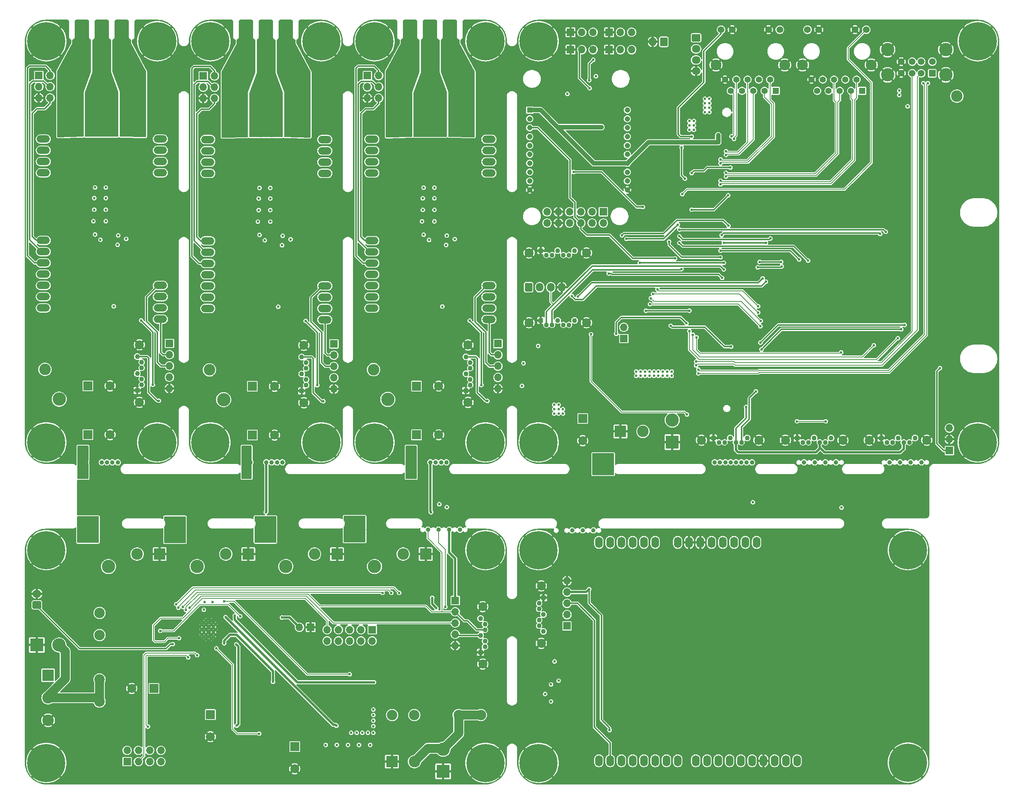
<source format=gbl>
G04 #@! TF.GenerationSoftware,KiCad,Pcbnew,8.0.4+1*
G04 #@! TF.CreationDate,2024-10-19T13:43:31+00:00*
G04 #@! TF.ProjectId,hw-openmower-universal,68772d6f-7065-46e6-9d6f-7765722d756e,rev?*
G04 #@! TF.SameCoordinates,Original*
G04 #@! TF.FileFunction,Copper,L4,Bot*
G04 #@! TF.FilePolarity,Positive*
%FSLAX46Y46*%
G04 Gerber Fmt 4.6, Leading zero omitted, Abs format (unit mm)*
G04 Created by KiCad (PCBNEW 8.0.4+1) date 2024-10-19 13:43:31*
%MOMM*%
%LPD*%
G01*
G04 APERTURE LIST*
G04 #@! TA.AperFunction,ComponentPad*
%ADD10R,1.700000X1.700000*%
G04 #@! TD*
G04 #@! TA.AperFunction,ComponentPad*
%ADD11O,1.700000X1.700000*%
G04 #@! TD*
G04 #@! TA.AperFunction,ComponentPad*
%ADD12R,1.100000X1.100000*%
G04 #@! TD*
G04 #@! TA.AperFunction,ComponentPad*
%ADD13C,1.100000*%
G04 #@! TD*
G04 #@! TA.AperFunction,ComponentPad*
%ADD14C,2.025000*%
G04 #@! TD*
G04 #@! TA.AperFunction,ComponentPad*
%ADD15C,1.000000*%
G04 #@! TD*
G04 #@! TA.AperFunction,ComponentPad*
%ADD16C,0.900000*%
G04 #@! TD*
G04 #@! TA.AperFunction,ComponentPad*
%ADD17C,8.600000*%
G04 #@! TD*
G04 #@! TA.AperFunction,ComponentPad*
%ADD18R,2.000000X2.000000*%
G04 #@! TD*
G04 #@! TA.AperFunction,ComponentPad*
%ADD19C,2.000000*%
G04 #@! TD*
G04 #@! TA.AperFunction,ComponentPad*
%ADD20O,1.700000X2.000000*%
G04 #@! TD*
G04 #@! TA.AperFunction,ComponentPad*
%ADD21R,2.600000X2.600000*%
G04 #@! TD*
G04 #@! TA.AperFunction,ComponentPad*
%ADD22C,2.600000*%
G04 #@! TD*
G04 #@! TA.AperFunction,ComponentPad*
%ADD23O,1.950000X1.700000*%
G04 #@! TD*
G04 #@! TA.AperFunction,ComponentPad*
%ADD24C,0.500000*%
G04 #@! TD*
G04 #@! TA.AperFunction,ComponentPad*
%ADD25R,1.208000X1.208000*%
G04 #@! TD*
G04 #@! TA.AperFunction,ComponentPad*
%ADD26C,1.208000*%
G04 #@! TD*
G04 #@! TA.AperFunction,ComponentPad*
%ADD27R,3.000000X3.000000*%
G04 #@! TD*
G04 #@! TA.AperFunction,ComponentPad*
%ADD28C,3.000000*%
G04 #@! TD*
G04 #@! TA.AperFunction,ComponentPad*
%ADD29O,1.727200X2.500000*%
G04 #@! TD*
G04 #@! TA.AperFunction,ComponentPad*
%ADD30R,1.500000X1.500000*%
G04 #@! TD*
G04 #@! TA.AperFunction,ComponentPad*
%ADD31C,1.500000*%
G04 #@! TD*
G04 #@! TA.AperFunction,ComponentPad*
%ADD32O,3.000000X1.700000*%
G04 #@! TD*
G04 #@! TA.AperFunction,ComponentPad*
%ADD33O,1.700000X3.000000*%
G04 #@! TD*
G04 #@! TA.AperFunction,ComponentPad*
%ADD34R,1.398000X1.398000*%
G04 #@! TD*
G04 #@! TA.AperFunction,ComponentPad*
%ADD35C,1.398000*%
G04 #@! TD*
G04 #@! TA.AperFunction,ComponentPad*
%ADD36C,1.530000*%
G04 #@! TD*
G04 #@! TA.AperFunction,ComponentPad*
%ADD37C,2.445000*%
G04 #@! TD*
G04 #@! TA.AperFunction,ComponentPad*
%ADD38O,1.700000X1.950000*%
G04 #@! TD*
G04 #@! TA.AperFunction,ComponentPad*
%ADD39C,2.350000*%
G04 #@! TD*
G04 #@! TA.AperFunction,ComponentPad*
%ADD40O,2.000000X1.700000*%
G04 #@! TD*
G04 #@! TA.AperFunction,ViaPad*
%ADD41C,0.600000*%
G04 #@! TD*
G04 #@! TA.AperFunction,Conductor*
%ADD42C,0.300000*%
G04 #@! TD*
G04 #@! TA.AperFunction,Conductor*
%ADD43C,0.500000*%
G04 #@! TD*
G04 #@! TA.AperFunction,Conductor*
%ADD44C,0.200000*%
G04 #@! TD*
G04 #@! TA.AperFunction,Conductor*
%ADD45C,2.000000*%
G04 #@! TD*
G04 #@! TA.AperFunction,Conductor*
%ADD46C,1.000000*%
G04 #@! TD*
G04 APERTURE END LIST*
D10*
X168200000Y-22987000D03*
D11*
X170740000Y-22987000D03*
X173280000Y-22987000D03*
D12*
X144585000Y-103815000D03*
D13*
X145585000Y-102545000D03*
X145585000Y-101275000D03*
X144585000Y-100005000D03*
X145585000Y-98735000D03*
X145585000Y-97465000D03*
X144585000Y-96195000D03*
D14*
X145085000Y-106485000D03*
X145085000Y-93525000D03*
D15*
X94800000Y-120000000D03*
X96000000Y-120000000D03*
X97200000Y-120000000D03*
X98400000Y-120000000D03*
X99600000Y-120000000D03*
X100800000Y-120000000D03*
X102000000Y-120000000D03*
X103200000Y-120000000D03*
X240100000Y-120000000D03*
X242500000Y-120000000D03*
X244900000Y-120000000D03*
X247300000Y-120000000D03*
D16*
X145775000Y-187800000D03*
X146719581Y-185519581D03*
X146719581Y-190080419D03*
X149000000Y-184575000D03*
D17*
X149000000Y-187800000D03*
D16*
X149000000Y-191025000D03*
X151280419Y-185519581D03*
X151280419Y-190080419D03*
X152225000Y-187800000D03*
D18*
X96462323Y-102850000D03*
D19*
X101462323Y-102850000D03*
D15*
X156500000Y-183200000D03*
X156500000Y-182000000D03*
X156500000Y-180800000D03*
X156500000Y-179600000D03*
X156500000Y-178400000D03*
X156500000Y-177200000D03*
X156500000Y-176000000D03*
X156500000Y-174800000D03*
D18*
X133467323Y-102795000D03*
D19*
X138467323Y-102795000D03*
G04 #@! TA.AperFunction,ComponentPad*
G36*
G01*
X190080000Y-24396000D02*
X190080000Y-25896000D01*
G75*
G02*
X189830000Y-26146000I-250000J0D01*
G01*
X188630000Y-26146000D01*
G75*
G02*
X188380000Y-25896000I0J250000D01*
G01*
X188380000Y-24396000D01*
G75*
G02*
X188630000Y-24146000I250000J0D01*
G01*
X189830000Y-24146000D01*
G75*
G02*
X190080000Y-24396000I0J-250000D01*
G01*
G37*
G04 #@! TD.AperFunction*
D20*
X186730000Y-25146000D03*
D21*
X123780000Y-94000000D03*
D22*
X123780000Y-99080000D03*
D16*
X157775000Y-115500000D03*
X158719581Y-113219581D03*
X158719581Y-117780419D03*
X161000000Y-112275000D03*
D17*
X161000000Y-115500000D03*
D16*
X161000000Y-118725000D03*
X163280419Y-113219581D03*
X163280419Y-117780419D03*
X164225000Y-115500000D03*
G04 #@! TA.AperFunction,ComponentPad*
G36*
G01*
X195775000Y-23400000D02*
X197225000Y-23400000D01*
G75*
G02*
X197475000Y-23650000I0J-250000D01*
G01*
X197475000Y-24850000D01*
G75*
G02*
X197225000Y-25100000I-250000J0D01*
G01*
X195775000Y-25100000D01*
G75*
G02*
X195525000Y-24850000I0J250000D01*
G01*
X195525000Y-23650000D01*
G75*
G02*
X195775000Y-23400000I250000J0D01*
G01*
G37*
G04 #@! TD.AperFunction*
D23*
X196500000Y-26750000D03*
X196500000Y-29250000D03*
X196500000Y-31750000D03*
D15*
X117850000Y-135200000D03*
X119050000Y-135200000D03*
X120250000Y-135200000D03*
X121450000Y-135200000D03*
X122650000Y-135200000D03*
X123850000Y-135200000D03*
X125050000Y-135200000D03*
X126250000Y-135200000D03*
D10*
X168200000Y-26924000D03*
D11*
X170740000Y-26924000D03*
X173280000Y-26924000D03*
D10*
X176900000Y-22987000D03*
D11*
X179440000Y-22987000D03*
X181980000Y-22987000D03*
D16*
X46775000Y-25000000D03*
X47719581Y-22719581D03*
X47719581Y-27280419D03*
X50000000Y-21775000D03*
D17*
X50000000Y-25000000D03*
D16*
X50000000Y-28225000D03*
X52280419Y-22719581D03*
X52280419Y-27280419D03*
X53225000Y-25000000D03*
D10*
X85380000Y-32825000D03*
D11*
X87920000Y-32825000D03*
X85380000Y-35365000D03*
X87920000Y-35365000D03*
X85380000Y-37905000D03*
X87920000Y-37905000D03*
D24*
X85050000Y-156540000D03*
X85050000Y-157700000D03*
X85050000Y-158860000D03*
X85985000Y-155650000D03*
X85985000Y-156540000D03*
X85985000Y-157700000D03*
X85985000Y-158860000D03*
X85985000Y-159750000D03*
X87215000Y-155650000D03*
X87215000Y-156540000D03*
X87215000Y-157700000D03*
X87215000Y-158860000D03*
X87215000Y-159750000D03*
X88150000Y-156540000D03*
X88150000Y-157700000D03*
X88150000Y-158860000D03*
D10*
X253619000Y-117348000D03*
D11*
X253619000Y-114808000D03*
X253619000Y-112268000D03*
D10*
X123480000Y-157750000D03*
D11*
X123480000Y-160290000D03*
X120940000Y-157750000D03*
X120940000Y-160290000D03*
X118400000Y-157750000D03*
X118400000Y-160290000D03*
X115860000Y-157750000D03*
X115860000Y-160290000D03*
X113320000Y-157750000D03*
X113320000Y-160290000D03*
D15*
X155000000Y-106600000D03*
X155000000Y-105400000D03*
X155000000Y-104200000D03*
X155000000Y-103000000D03*
X155000000Y-101800000D03*
X155000000Y-100600000D03*
X155000000Y-99400000D03*
X155000000Y-98200000D03*
X57700000Y-120000000D03*
X58900000Y-120000000D03*
X60100000Y-120000000D03*
X61300000Y-120000000D03*
X62500000Y-120000000D03*
X63700000Y-120000000D03*
X64900000Y-120000000D03*
X66100000Y-120000000D03*
D21*
X75545000Y-140695000D03*
D22*
X70465000Y-140695000D03*
D25*
X158996100Y-40535800D03*
D26*
X158996100Y-42535800D03*
X158996100Y-44535800D03*
X158996100Y-46535800D03*
X158996100Y-48535800D03*
X158996100Y-50535800D03*
X158996100Y-52535800D03*
X158996100Y-54535800D03*
X158996100Y-56535800D03*
X158996100Y-58535800D03*
X181003400Y-58535800D03*
X181003400Y-56535800D03*
X181003400Y-54535800D03*
X181003400Y-52535800D03*
X181003400Y-50535800D03*
X181003400Y-48535800D03*
X181003400Y-46535800D03*
X181003400Y-44535800D03*
X181003400Y-42535800D03*
X181003400Y-40535800D03*
D16*
X157775000Y-187800000D03*
X158719581Y-185519581D03*
X158719581Y-190080419D03*
X161000000Y-184575000D03*
D17*
X161000000Y-187800000D03*
D16*
X161000000Y-191025000D03*
X163280419Y-185519581D03*
X163280419Y-190080419D03*
X164225000Y-187800000D03*
D27*
X104000000Y-138500000D03*
D28*
X104000000Y-143500000D03*
D29*
X210137500Y-138057500D03*
X202517500Y-138057500D03*
X199977500Y-138057500D03*
X187277500Y-138057500D03*
X184737500Y-138057500D03*
X182197500Y-138057500D03*
X179657500Y-138057500D03*
X177117500Y-138057500D03*
X174577500Y-138057500D03*
X214201500Y-187317500D03*
X174577500Y-187317500D03*
X177117500Y-187317500D03*
X179657500Y-187317500D03*
X182197501Y-187317500D03*
X184737500Y-187317500D03*
X187277500Y-187317500D03*
X189817500Y-187317500D03*
X192357499Y-187317500D03*
X196421499Y-187317500D03*
X198961500Y-187317500D03*
X201501500Y-187317500D03*
X204041500Y-187317500D03*
X206581500Y-187317500D03*
X209121501Y-187317500D03*
X211661500Y-187317500D03*
X197437500Y-138057500D03*
X194897500Y-138057500D03*
X207597500Y-138057500D03*
X205057500Y-138057500D03*
X219281499Y-187317500D03*
X216741500Y-187317500D03*
X192357500Y-138057500D03*
D12*
X147900000Y-162850000D03*
D13*
X148900000Y-161580000D03*
X148900000Y-160310000D03*
X147900000Y-159040000D03*
X148900000Y-157770000D03*
X148900000Y-156500000D03*
X147900000Y-155230000D03*
D14*
X148400000Y-165520000D03*
X148400000Y-152560000D03*
D18*
X170942000Y-110109000D03*
D19*
X170942000Y-115109000D03*
D27*
X47850000Y-161200000D03*
D28*
X52850000Y-161200000D03*
D15*
X155000000Y-35400000D03*
X155000000Y-34200000D03*
X155000000Y-33000000D03*
X155000000Y-31800000D03*
X155000000Y-30600000D03*
X155000000Y-29400000D03*
X155000000Y-28200000D03*
X155000000Y-27000000D03*
D16*
X83775000Y-115500000D03*
X84719581Y-113219581D03*
X84719581Y-117780419D03*
X87000000Y-112275000D03*
D17*
X87000000Y-115500000D03*
D16*
X87000000Y-118725000D03*
X89280419Y-113219581D03*
X89280419Y-117780419D03*
X90225000Y-115500000D03*
D12*
X70500000Y-103770000D03*
D13*
X71500000Y-102500000D03*
X71500000Y-101230000D03*
X70500000Y-99960000D03*
X71500000Y-98690000D03*
X71500000Y-97420000D03*
X70500000Y-96150000D03*
D14*
X71000000Y-106440000D03*
X71000000Y-93480000D03*
D21*
X95545000Y-140695000D03*
D22*
X90465000Y-140695000D03*
D30*
X249750000Y-32250000D03*
D31*
X247250000Y-32250000D03*
X245250000Y-32250000D03*
X242750000Y-32250000D03*
X249750000Y-29630000D03*
X247250000Y-29630000D03*
X245250000Y-29630000D03*
X242750000Y-29630000D03*
D28*
X252820000Y-32600000D03*
X252820000Y-26920000D03*
X239680000Y-32600000D03*
X239680000Y-26920000D03*
D16*
X83775000Y-25000000D03*
X84719581Y-22719581D03*
X84719581Y-27280419D03*
X87000000Y-21775000D03*
D17*
X87000000Y-25000000D03*
D16*
X87000000Y-28225000D03*
X89280419Y-22719581D03*
X89280419Y-27280419D03*
X90225000Y-25000000D03*
D32*
X123395000Y-85220000D03*
X123395000Y-82680000D03*
X123395000Y-77600000D03*
X123395000Y-75060000D03*
X123395000Y-72520000D03*
X123395000Y-80140000D03*
X123395000Y-49660000D03*
X149795000Y-49660000D03*
X123395000Y-47120000D03*
X149795000Y-47120000D03*
X123395000Y-69980000D03*
X149795000Y-87760000D03*
X149795000Y-85220000D03*
X149795000Y-82680000D03*
X149795000Y-80140000D03*
X123395000Y-87760000D03*
X149795000Y-77600000D03*
X123395000Y-67440000D03*
X123395000Y-44580000D03*
X149795000Y-44580000D03*
X123395000Y-42040000D03*
X149795000Y-42040000D03*
D33*
X142945000Y-45080000D03*
X145485000Y-45080000D03*
X142945000Y-41540000D03*
X145485000Y-41540000D03*
X135325000Y-45080000D03*
X137865000Y-45080000D03*
X135325000Y-41540000D03*
X137865000Y-41540000D03*
D32*
X123395000Y-54740000D03*
X149795000Y-54740000D03*
X123395000Y-52200000D03*
X149795000Y-52200000D03*
D33*
X127705000Y-45080000D03*
X130245000Y-45080000D03*
X127705000Y-41540000D03*
X130245000Y-41540000D03*
D10*
X176900000Y-26924000D03*
D11*
X179440000Y-26924000D03*
X181980000Y-26924000D03*
D16*
X71775000Y-115500000D03*
X72719581Y-113219581D03*
X72719581Y-117780419D03*
X75000000Y-112275000D03*
D17*
X75000000Y-115500000D03*
D16*
X75000000Y-118725000D03*
X77280419Y-113219581D03*
X77280419Y-117780419D03*
X78225000Y-115500000D03*
D10*
X142200000Y-151170000D03*
D11*
X142200000Y-153710000D03*
X142200000Y-156250000D03*
X142200000Y-158790000D03*
X142200000Y-161330000D03*
D16*
X108775000Y-25000000D03*
X109719581Y-22719581D03*
X109719581Y-27280419D03*
X112000000Y-21775000D03*
D17*
X112000000Y-25000000D03*
D16*
X112000000Y-28225000D03*
X114280419Y-22719581D03*
X114280419Y-27280419D03*
X115225000Y-25000000D03*
D21*
X104580000Y-31805000D03*
D22*
X99500000Y-31805000D03*
X94420000Y-31805000D03*
D15*
X131800000Y-120000000D03*
X133000000Y-120000000D03*
X134200000Y-120000000D03*
X135400000Y-120000000D03*
X136600000Y-120000000D03*
X137800000Y-120000000D03*
X139000000Y-120000000D03*
X140200000Y-120000000D03*
D16*
X108775000Y-115500000D03*
X109719581Y-113219581D03*
X109719581Y-117780419D03*
X112000000Y-112275000D03*
D17*
X112000000Y-115500000D03*
D16*
X112000000Y-118725000D03*
X114280419Y-113219581D03*
X114280419Y-117780419D03*
X115225000Y-115500000D03*
X120775000Y-25000000D03*
X121719581Y-22719581D03*
X121719581Y-27280419D03*
X124000000Y-21775000D03*
D17*
X124000000Y-25000000D03*
D16*
X124000000Y-28225000D03*
X126280419Y-22719581D03*
X126280419Y-27280419D03*
X127225000Y-25000000D03*
X145775000Y-139800000D03*
X146719581Y-137519581D03*
X146719581Y-142080419D03*
X149000000Y-136575000D03*
D17*
X149000000Y-139800000D03*
D16*
X149000000Y-143025000D03*
X151280419Y-137519581D03*
X151280419Y-142080419D03*
X152225000Y-139800000D03*
D15*
X57750000Y-135200000D03*
X58950000Y-135200000D03*
X60150000Y-135200000D03*
X61350000Y-135200000D03*
X62550000Y-135200000D03*
X63750000Y-135200000D03*
X64950000Y-135200000D03*
X66150000Y-135200000D03*
D16*
X157775000Y-25000000D03*
X158719581Y-22719581D03*
X158719581Y-27280419D03*
X161000000Y-21775000D03*
D17*
X161000000Y-25000000D03*
D16*
X161000000Y-28225000D03*
X163280419Y-22719581D03*
X163280419Y-27280419D03*
X164225000Y-25000000D03*
D21*
X127920000Y-187500000D03*
D22*
X133000000Y-187500000D03*
D15*
X118000000Y-106600000D03*
X118000000Y-105400000D03*
X118000000Y-104200000D03*
X118000000Y-103000000D03*
X118000000Y-101800000D03*
X118000000Y-100600000D03*
X118000000Y-99400000D03*
X118000000Y-98200000D03*
D27*
X84000000Y-138500000D03*
D28*
X84000000Y-143500000D03*
D21*
X135545000Y-140695000D03*
D22*
X130465000Y-140695000D03*
D12*
X238230000Y-114500000D03*
D13*
X239500000Y-115500000D03*
X240770000Y-115500000D03*
X242040000Y-114500000D03*
X243310000Y-115500000D03*
X244580000Y-115500000D03*
X245850000Y-114500000D03*
D14*
X235560000Y-115000000D03*
X248520000Y-115000000D03*
D15*
X155000000Y-68300000D03*
X155000000Y-67100000D03*
X155000000Y-65900000D03*
X155000000Y-64700000D03*
X155000000Y-63500000D03*
X155000000Y-62300000D03*
X155000000Y-61100000D03*
X155000000Y-59900000D03*
X153500000Y-183200000D03*
X153500000Y-182000000D03*
X153500000Y-180800000D03*
X153500000Y-179600000D03*
X153500000Y-178400000D03*
X153500000Y-177200000D03*
X153500000Y-176000000D03*
X153500000Y-174800000D03*
D27*
X84980000Y-105850000D03*
D28*
X89980000Y-105850000D03*
D27*
X191135000Y-115443000D03*
D28*
X191135000Y-110443000D03*
D15*
X173350000Y-135350000D03*
X170950000Y-135350000D03*
X168550000Y-135350000D03*
X166150000Y-135350000D03*
D16*
X241050000Y-187730419D03*
X241994581Y-185450000D03*
X241994581Y-190010838D03*
X244275000Y-184505419D03*
D17*
X244275000Y-187730419D03*
D16*
X244275000Y-190955419D03*
X246555419Y-185450000D03*
X246555419Y-190010838D03*
X247500000Y-187730419D03*
D27*
X47900000Y-105750000D03*
D28*
X52900000Y-105750000D03*
D21*
X50400000Y-168021000D03*
D22*
X50400000Y-173101000D03*
X50400000Y-178181000D03*
D10*
X77750000Y-93175000D03*
D11*
X77750000Y-95715000D03*
X77750000Y-98255000D03*
X77750000Y-100795000D03*
X77750000Y-103335000D03*
D22*
X255300000Y-37400000D03*
D10*
X167400000Y-156880000D03*
D11*
X167400000Y-154340000D03*
X167400000Y-151800000D03*
X167400000Y-149260000D03*
X167400000Y-146720000D03*
D34*
X233970000Y-36195000D03*
D35*
X232690000Y-33655000D03*
X231430000Y-36195000D03*
X230150000Y-33655000D03*
X228890000Y-36195000D03*
X227610000Y-33655000D03*
X226350000Y-36195000D03*
X225070000Y-33655000D03*
X223810000Y-36195000D03*
X222530000Y-33655000D03*
D36*
X234875000Y-22405000D03*
X232335000Y-22405000D03*
X224165000Y-22405000D03*
X221625000Y-22405000D03*
D37*
X235995000Y-30355000D03*
X220505000Y-30355000D03*
D15*
X153500000Y-159300000D03*
X153500000Y-158100000D03*
X153500000Y-156900000D03*
X153500000Y-155700000D03*
X153500000Y-154500000D03*
X153500000Y-153300000D03*
X153500000Y-152100000D03*
X153500000Y-150900000D03*
D16*
X256775000Y-25000000D03*
X257719581Y-22719581D03*
X257719581Y-27280419D03*
X260000000Y-21775000D03*
D17*
X260000000Y-25000000D03*
D16*
X260000000Y-28225000D03*
X262280419Y-22719581D03*
X262280419Y-27280419D03*
X263225000Y-25000000D03*
D10*
X151835000Y-93220000D03*
D11*
X151835000Y-95760000D03*
X151835000Y-98300000D03*
X151835000Y-100840000D03*
X151835000Y-103380000D03*
D18*
X96462323Y-113850000D03*
D19*
X101462323Y-113850000D03*
D16*
X145775000Y-115500000D03*
X146719581Y-113219581D03*
X146719581Y-117780419D03*
X149000000Y-112275000D03*
D17*
X149000000Y-115500000D03*
D16*
X149000000Y-118725000D03*
X151280419Y-113219581D03*
X151280419Y-117780419D03*
X152225000Y-115500000D03*
D10*
X122385000Y-32770000D03*
D11*
X124925000Y-32770000D03*
X122385000Y-35310000D03*
X124925000Y-35310000D03*
X122385000Y-37850000D03*
X124925000Y-37850000D03*
D15*
X118000000Y-68300000D03*
X118000000Y-67100000D03*
X118000000Y-65900000D03*
X118000000Y-64700000D03*
X118000000Y-63500000D03*
X118000000Y-62300000D03*
X118000000Y-61100000D03*
X118000000Y-59900000D03*
D12*
X107580000Y-103870000D03*
D13*
X108580000Y-102600000D03*
X108580000Y-101330000D03*
X107580000Y-100060000D03*
X108580000Y-98790000D03*
X108580000Y-97520000D03*
X107580000Y-96250000D03*
D14*
X108080000Y-106540000D03*
X108080000Y-93580000D03*
D16*
X241025000Y-139800000D03*
X241969581Y-137519581D03*
X241969581Y-142080419D03*
X244250000Y-136575000D03*
D17*
X244250000Y-139800000D03*
D16*
X244250000Y-143025000D03*
X246530419Y-137519581D03*
X246530419Y-142080419D03*
X247475000Y-139800000D03*
D18*
X59382323Y-102750000D03*
D19*
X64382323Y-102750000D03*
D15*
X200700000Y-120000000D03*
X201900000Y-120000000D03*
X203100000Y-120000000D03*
X204300000Y-120000000D03*
X205500000Y-120000000D03*
X206700000Y-120000000D03*
X207900000Y-120000000D03*
X209100000Y-120000000D03*
D27*
X64000000Y-138500000D03*
D28*
X64000000Y-143500000D03*
D21*
X179451000Y-113030000D03*
D22*
X184531000Y-113030000D03*
D10*
X68224400Y-187502800D03*
D11*
X68224400Y-184962800D03*
X70764400Y-187502800D03*
X70764400Y-184962800D03*
X73304400Y-187502800D03*
X73304400Y-184962800D03*
X75844400Y-187502800D03*
X75844400Y-184962800D03*
G04 #@! TA.AperFunction,ComponentPad*
G36*
G01*
X157900000Y-81225000D02*
X157900000Y-79775000D01*
G75*
G02*
X158150000Y-79525000I250000J0D01*
G01*
X159350000Y-79525000D01*
G75*
G02*
X159600000Y-79775000I0J-250000D01*
G01*
X159600000Y-81225000D01*
G75*
G02*
X159350000Y-81475000I-250000J0D01*
G01*
X158150000Y-81475000D01*
G75*
G02*
X157900000Y-81225000I0J250000D01*
G01*
G37*
G04 #@! TD.AperFunction*
D38*
X161250000Y-80500000D03*
X163750000Y-80500000D03*
X166250000Y-80500000D03*
D16*
X46775000Y-139800000D03*
X47719581Y-137519581D03*
X47719581Y-142080419D03*
X50000000Y-136575000D03*
D17*
X50000000Y-139800000D03*
D16*
X50000000Y-143025000D03*
X52280419Y-137519581D03*
X52280419Y-142080419D03*
X53225000Y-139800000D03*
D27*
X139465000Y-189695000D03*
D28*
X139465000Y-184695000D03*
D32*
X86390000Y-85275000D03*
X86390000Y-82735000D03*
X86390000Y-77655000D03*
X86390000Y-75115000D03*
X86390000Y-72575000D03*
X86390000Y-80195000D03*
X86390000Y-49715000D03*
X112790000Y-49715000D03*
X86390000Y-47175000D03*
X112790000Y-47175000D03*
X86390000Y-70035000D03*
X112790000Y-87815000D03*
X112790000Y-85275000D03*
X112790000Y-82735000D03*
X112790000Y-80195000D03*
X86390000Y-87815000D03*
X112790000Y-77655000D03*
X86390000Y-67495000D03*
X86390000Y-44635000D03*
X112790000Y-44635000D03*
X86390000Y-42095000D03*
X112790000Y-42095000D03*
D33*
X105940000Y-45135000D03*
X108480000Y-45135000D03*
X105940000Y-41595000D03*
X108480000Y-41595000D03*
X98320000Y-45135000D03*
X100860000Y-45135000D03*
X98320000Y-41595000D03*
X100860000Y-41595000D03*
D32*
X86390000Y-54795000D03*
X112790000Y-54795000D03*
X86390000Y-52255000D03*
X112790000Y-52255000D03*
D33*
X90700000Y-45135000D03*
X93240000Y-45135000D03*
X90700000Y-41595000D03*
X93240000Y-41595000D03*
D15*
X97750000Y-135200000D03*
X98950000Y-135200000D03*
X100150000Y-135200000D03*
X101350000Y-135200000D03*
X102550000Y-135200000D03*
X103750000Y-135200000D03*
X104950000Y-135200000D03*
X106150000Y-135200000D03*
D18*
X87000000Y-176882323D03*
D19*
X87000000Y-181882323D03*
D18*
X59382323Y-113750000D03*
D19*
X64382323Y-113750000D03*
D34*
X214470000Y-36195000D03*
D35*
X213190000Y-33655000D03*
X211930000Y-36195000D03*
X210650000Y-33655000D03*
X209390000Y-36195000D03*
X208110000Y-33655000D03*
X206850000Y-36195000D03*
X205570000Y-33655000D03*
X204310000Y-36195000D03*
X203030000Y-33655000D03*
D36*
X215375000Y-22405000D03*
X212835000Y-22405000D03*
X204665000Y-22405000D03*
X202125000Y-22405000D03*
D37*
X216495000Y-30355000D03*
X201005000Y-30355000D03*
D21*
X86775000Y-94055000D03*
D22*
X86775000Y-99135000D03*
D10*
X114830000Y-93275000D03*
D11*
X114830000Y-95815000D03*
X114830000Y-98355000D03*
X114830000Y-100895000D03*
X114830000Y-103435000D03*
D27*
X121985000Y-105795000D03*
D28*
X126985000Y-105795000D03*
D21*
X49695000Y-93955000D03*
D22*
X49695000Y-99035000D03*
D32*
X49310000Y-85175000D03*
X49310000Y-82635000D03*
X49310000Y-77555000D03*
X49310000Y-75015000D03*
X49310000Y-72475000D03*
X49310000Y-80095000D03*
X49310000Y-49615000D03*
X75710000Y-49615000D03*
X49310000Y-47075000D03*
X75710000Y-47075000D03*
X49310000Y-69935000D03*
X75710000Y-87715000D03*
X75710000Y-85175000D03*
X75710000Y-82635000D03*
X75710000Y-80095000D03*
X49310000Y-87715000D03*
X75710000Y-77555000D03*
X49310000Y-67395000D03*
X49310000Y-44535000D03*
X75710000Y-44535000D03*
X49310000Y-41995000D03*
X75710000Y-41995000D03*
D33*
X68860000Y-45035000D03*
X71400000Y-45035000D03*
X68860000Y-41495000D03*
X71400000Y-41495000D03*
X61240000Y-45035000D03*
X63780000Y-45035000D03*
X61240000Y-41495000D03*
X63780000Y-41495000D03*
D32*
X49310000Y-54695000D03*
X75710000Y-54695000D03*
X49310000Y-52155000D03*
X75710000Y-52155000D03*
D33*
X53620000Y-45035000D03*
X56160000Y-45035000D03*
X53620000Y-41495000D03*
X56160000Y-41495000D03*
D10*
X109600000Y-157200000D03*
D11*
X107060000Y-157200000D03*
D21*
X115545000Y-140695000D03*
D22*
X110465000Y-140695000D03*
D39*
X62000000Y-173975000D03*
X62000000Y-168975000D03*
X62000000Y-158975000D03*
X62000000Y-153975000D03*
D10*
X180200000Y-92075000D03*
D11*
X180200000Y-89535000D03*
D16*
X145775000Y-25000000D03*
X146719581Y-22719581D03*
X146719581Y-27280419D03*
X149000000Y-21775000D03*
D17*
X149000000Y-25000000D03*
D16*
X149000000Y-28225000D03*
X151280419Y-22719581D03*
X151280419Y-27280419D03*
X152225000Y-25000000D03*
X256775000Y-115500000D03*
X257719581Y-113219581D03*
X257719581Y-117780419D03*
X260000000Y-112275000D03*
D17*
X260000000Y-115500000D03*
D16*
X260000000Y-118725000D03*
X262280419Y-113219581D03*
X262280419Y-117780419D03*
X263225000Y-115500000D03*
D15*
X136050000Y-135200000D03*
X138450000Y-135200000D03*
X140850000Y-135200000D03*
X143250000Y-135200000D03*
X118000000Y-35400000D03*
X118000000Y-34200000D03*
X118000000Y-33000000D03*
X118000000Y-31800000D03*
X118000000Y-30600000D03*
X118000000Y-29400000D03*
X118000000Y-28200000D03*
X118000000Y-27000000D03*
D12*
X219307000Y-114500000D03*
D13*
X220577000Y-115500000D03*
X221847000Y-115500000D03*
X223117000Y-114500000D03*
X224387000Y-115500000D03*
X225657000Y-115500000D03*
X226927000Y-114500000D03*
D14*
X216637000Y-115000000D03*
X229597000Y-115000000D03*
D16*
X71775000Y-25000000D03*
X72719581Y-22719581D03*
X72719581Y-27280419D03*
X75000000Y-21775000D03*
D17*
X75000000Y-25000000D03*
D16*
X75000000Y-28225000D03*
X77280419Y-22719581D03*
X77280419Y-27280419D03*
X78225000Y-25000000D03*
D18*
X106000000Y-184132323D03*
D19*
X106000000Y-189132323D03*
D10*
X175600000Y-63480000D03*
D11*
X173060000Y-63480000D03*
X170520000Y-63480000D03*
X167980000Y-63480000D03*
X165440000Y-63480000D03*
X162900000Y-63480000D03*
X175599999Y-66020000D03*
X173060000Y-66020000D03*
X170520000Y-66020000D03*
X167980000Y-66020000D03*
X165440000Y-66020001D03*
X162900000Y-66020000D03*
D12*
X161500000Y-88000000D03*
D13*
X162770000Y-89000000D03*
X164040000Y-89000000D03*
X165310000Y-88000000D03*
X166580000Y-89000000D03*
X167850000Y-89000000D03*
X169120000Y-88000000D03*
D14*
X158830000Y-88500000D03*
X171790000Y-88500000D03*
D12*
X162100000Y-150520000D03*
D13*
X161100000Y-151790000D03*
X161100000Y-153060000D03*
X162100000Y-154330000D03*
X161100000Y-155600000D03*
X161100000Y-156870000D03*
X162100000Y-158140000D03*
D14*
X161600000Y-147850000D03*
X161600000Y-160810000D03*
D12*
X200384000Y-114500000D03*
D13*
X201654000Y-115500000D03*
X202924000Y-115500000D03*
X204194000Y-114500000D03*
X205464000Y-115500000D03*
X206734000Y-115500000D03*
X208004000Y-114500000D03*
D14*
X197714000Y-115000000D03*
X210674000Y-115000000D03*
D18*
X74250000Y-171000000D03*
D19*
X69250000Y-171000000D03*
D15*
X81000000Y-68300000D03*
X81000000Y-67100000D03*
X81000000Y-65900000D03*
X81000000Y-64700000D03*
X81000000Y-63500000D03*
X81000000Y-62300000D03*
X81000000Y-61100000D03*
X81000000Y-59900000D03*
D18*
X133467323Y-113795000D03*
D19*
X138467323Y-113795000D03*
D16*
X46775000Y-187800000D03*
X47719581Y-185519581D03*
X47719581Y-190080419D03*
X50000000Y-184575000D03*
D17*
X50000000Y-187800000D03*
D16*
X50000000Y-191025000D03*
X52280419Y-185519581D03*
X52280419Y-190080419D03*
X53225000Y-187800000D03*
G04 #@! TA.AperFunction,ComponentPad*
G36*
G01*
X48625000Y-153000000D02*
X47125000Y-153000000D01*
G75*
G02*
X46875000Y-152750000I0J250000D01*
G01*
X46875000Y-151550000D01*
G75*
G02*
X47125000Y-151300000I250000J0D01*
G01*
X48625000Y-151300000D01*
G75*
G02*
X48875000Y-151550000I0J-250000D01*
G01*
X48875000Y-152750000D01*
G75*
G02*
X48625000Y-153000000I-250000J0D01*
G01*
G37*
G04 #@! TD.AperFunction*
D40*
X47875000Y-149650000D03*
D24*
X165289000Y-100315000D03*
X164149000Y-100315000D03*
X163009000Y-100315000D03*
X165859000Y-100965000D03*
X164719000Y-100965000D03*
X163579000Y-100965000D03*
X162439000Y-100965000D03*
X165289000Y-101615000D03*
X164149000Y-101615000D03*
X163009000Y-101615000D03*
D15*
X156500000Y-159300000D03*
X156500000Y-158100000D03*
X156500000Y-156900000D03*
X156500000Y-155700000D03*
X156500000Y-154500000D03*
X156500000Y-153300000D03*
X156500000Y-152100000D03*
X156500000Y-150900000D03*
D12*
X161500000Y-72250000D03*
D13*
X162770000Y-73250000D03*
X164040000Y-73250000D03*
X165310000Y-72250000D03*
X166580000Y-73250000D03*
X167850000Y-73250000D03*
X169120000Y-72250000D03*
D14*
X158830000Y-72750000D03*
X171790000Y-72750000D03*
D15*
X81000000Y-35500000D03*
X81000000Y-34300000D03*
X81000000Y-33100000D03*
X81000000Y-31900000D03*
X81000000Y-30700000D03*
X81000000Y-29500000D03*
X81000000Y-28300000D03*
X81000000Y-27100000D03*
X77350000Y-135200000D03*
X78550000Y-135200000D03*
X79750000Y-135200000D03*
X80950000Y-135200000D03*
X82150000Y-135200000D03*
X83350000Y-135200000D03*
X84550000Y-135200000D03*
X85750000Y-135200000D03*
X177200000Y-120000000D03*
X176000000Y-120000000D03*
X174800000Y-120000000D03*
X173600000Y-120000000D03*
X172400000Y-120000000D03*
X171200000Y-120000000D03*
X170000000Y-120000000D03*
X168800000Y-120000000D03*
D39*
X147975000Y-177000000D03*
X142975000Y-177000000D03*
X132975000Y-177000000D03*
X127975000Y-177000000D03*
D15*
X230000000Y-135300000D03*
X231200000Y-135300000D03*
X232400000Y-135300000D03*
X233600000Y-135300000D03*
X234800000Y-135300000D03*
X236000000Y-135300000D03*
X237200000Y-135300000D03*
X238400000Y-135300000D03*
D10*
X48300000Y-32725000D03*
D11*
X50840000Y-32725000D03*
X48300000Y-35265000D03*
X50840000Y-35265000D03*
X48300000Y-37805000D03*
X50840000Y-37805000D03*
D21*
X141585000Y-31750000D03*
D22*
X136505000Y-31750000D03*
X131425000Y-31750000D03*
D16*
X120775000Y-115500000D03*
X121719581Y-113219581D03*
X121719581Y-117780419D03*
X124000000Y-112275000D03*
D17*
X124000000Y-115500000D03*
D16*
X124000000Y-118725000D03*
X126280419Y-113219581D03*
X126280419Y-117780419D03*
X127225000Y-115500000D03*
D21*
X67500000Y-31750000D03*
D22*
X62420000Y-31750000D03*
X57340000Y-31750000D03*
D16*
X46775000Y-115500000D03*
X47719581Y-113219581D03*
X47719581Y-117780419D03*
X50000000Y-112275000D03*
D17*
X50000000Y-115500000D03*
D16*
X50000000Y-118725000D03*
X52280419Y-113219581D03*
X52280419Y-117780419D03*
X53225000Y-115500000D03*
D27*
X124000000Y-138500000D03*
D28*
X124000000Y-143500000D03*
D15*
X81000000Y-106600000D03*
X81000000Y-105400000D03*
X81000000Y-104200000D03*
X81000000Y-103000000D03*
X81000000Y-101800000D03*
X81000000Y-100600000D03*
X81000000Y-99400000D03*
X81000000Y-98200000D03*
D16*
X157775000Y-139800000D03*
X158719581Y-137519581D03*
X158719581Y-142080419D03*
X161000000Y-136575000D03*
D17*
X161000000Y-139800000D03*
D16*
X161000000Y-143025000D03*
X163280419Y-137519581D03*
X163280419Y-142080419D03*
X164225000Y-139800000D03*
D15*
X220850000Y-120000000D03*
X223250000Y-120000000D03*
X225650000Y-120000000D03*
X228050000Y-120000000D03*
D41*
X164500000Y-108000000D03*
X137485000Y-65645000D03*
X61350000Y-137800000D03*
X97880000Y-60500000D03*
X120200000Y-137700000D03*
X137485000Y-63045000D03*
X57750000Y-118000000D03*
X59000000Y-122000000D03*
X140285000Y-68845000D03*
X61000000Y-68600000D03*
X101350000Y-132550000D03*
X133000000Y-118000000D03*
X96000000Y-118000000D03*
X133000000Y-123250000D03*
X134885000Y-63045000D03*
X131750000Y-123250000D03*
X105080000Y-69700000D03*
X96000000Y-116750000D03*
X58750000Y-137800000D03*
X60100000Y-137800000D03*
X134685000Y-65645000D03*
X77100000Y-137850000D03*
X166500000Y-109000000D03*
X121450000Y-132450000D03*
X63400000Y-60400000D03*
X79700000Y-137850000D03*
X117600000Y-137700000D03*
X134885000Y-60445000D03*
X57500000Y-132550000D03*
X97500000Y-132550000D03*
X164500000Y-109000000D03*
X80950000Y-132600000D03*
X173600000Y-118350000D03*
X100480000Y-60500000D03*
X100480000Y-63100000D03*
X80950000Y-137850000D03*
X57750000Y-122000000D03*
X79700000Y-132600000D03*
X60600000Y-65600000D03*
X98080000Y-68700000D03*
X97500000Y-137800000D03*
X94750000Y-123250000D03*
X176200000Y-122500000D03*
X137485000Y-60445000D03*
X133000000Y-122000000D03*
X60800000Y-60400000D03*
X61350000Y-132550000D03*
X66200000Y-68800000D03*
X98750000Y-132550000D03*
X133000000Y-116750000D03*
X177450000Y-118350000D03*
X57750000Y-123250000D03*
X121450000Y-137700000D03*
X136285000Y-69845000D03*
X96000000Y-123250000D03*
X165500000Y-108000000D03*
X99280000Y-69900000D03*
X100480000Y-58100000D03*
X120200000Y-132450000D03*
X58750000Y-132550000D03*
X166500000Y-108000000D03*
X131750000Y-116750000D03*
X174850000Y-118350000D03*
X165500000Y-107000000D03*
X176200000Y-118350000D03*
X173600000Y-122500000D03*
X63400000Y-65600000D03*
X59000000Y-116750000D03*
X98750000Y-137800000D03*
X96000000Y-122000000D03*
X63400000Y-63000000D03*
X98080000Y-58100000D03*
X63400000Y-58000000D03*
X94750000Y-118000000D03*
X59000000Y-123250000D03*
X78350000Y-132600000D03*
X61000000Y-58000000D03*
X94750000Y-122000000D03*
X59000000Y-118000000D03*
X103280000Y-68900000D03*
X60800000Y-63000000D03*
X117600000Y-132450000D03*
X100480000Y-65700000D03*
X62200000Y-69800000D03*
X77100000Y-132600000D03*
X57750000Y-116750000D03*
X68000000Y-69600000D03*
X137485000Y-58045000D03*
X118850000Y-132450000D03*
X135085000Y-68645000D03*
X131750000Y-122000000D03*
X174850000Y-122500000D03*
X57500000Y-137800000D03*
X78350000Y-137850000D03*
X100100000Y-132550000D03*
X101350000Y-137800000D03*
X164500000Y-107000000D03*
X94750000Y-116750000D03*
X131750000Y-118000000D03*
X100100000Y-137800000D03*
X177450000Y-122500000D03*
X60100000Y-132550000D03*
X97880000Y-63100000D03*
X97680000Y-65700000D03*
X165500000Y-109000000D03*
X142085000Y-69645000D03*
X118850000Y-137700000D03*
X135085000Y-58045000D03*
X180800000Y-69600000D03*
X192400000Y-66400000D03*
X212250000Y-70500000D03*
X202750000Y-70500000D03*
X148085000Y-102545000D03*
X145485000Y-88045000D03*
X102280000Y-66700000D03*
X99730000Y-91900000D03*
X81000000Y-165900000D03*
X131685000Y-53445000D03*
X97280000Y-81400000D03*
X78800000Y-87800000D03*
X261100000Y-57700000D03*
X54400000Y-53400000D03*
X224700000Y-123000000D03*
X204750000Y-98500000D03*
X158750000Y-108000000D03*
X201750000Y-54250000D03*
X74750000Y-177250000D03*
X217700000Y-179800000D03*
X98000000Y-116750000D03*
X96780000Y-78600000D03*
X88000000Y-147200000D03*
X97030013Y-66749987D03*
X253100000Y-36050000D03*
X66450000Y-140250000D03*
X213250000Y-73500000D03*
X180700000Y-70750000D03*
X128485000Y-53445000D03*
X193500000Y-95000000D03*
X237200000Y-175800000D03*
X152885000Y-87845000D03*
X168000000Y-103500000D03*
X94680000Y-53500000D03*
X65200000Y-66600000D03*
X130500000Y-164800000D03*
X61000000Y-123250000D03*
X105300000Y-132550000D03*
X59750000Y-190250000D03*
X201750000Y-104000000D03*
X89000000Y-178500000D03*
X174700000Y-101300000D03*
X197500000Y-64000000D03*
X97000000Y-122000000D03*
X201500000Y-98750000D03*
X70000000Y-168000000D03*
X200200000Y-154800000D03*
X134000000Y-122000000D03*
X188750000Y-94000000D03*
X177650000Y-71000000D03*
X69000000Y-174000000D03*
X62650000Y-92750000D03*
X83500000Y-168700000D03*
X144685000Y-53445000D03*
X99730000Y-90900000D03*
X205250000Y-106000000D03*
X103500000Y-190000000D03*
X171000000Y-118350000D03*
X223300000Y-44800000D03*
X197250000Y-51250000D03*
X100500000Y-191250000D03*
X159000000Y-105250000D03*
X134035013Y-61694987D03*
X109700000Y-123500000D03*
X126450000Y-172150000D03*
X243000000Y-57700000D03*
X86100000Y-140250000D03*
X204500000Y-86250000D03*
X111200000Y-165200000D03*
X249600000Y-106100000D03*
X97000000Y-118000000D03*
X96000000Y-157500000D03*
X68000000Y-168000000D03*
X136735000Y-91845000D03*
X135000000Y-122000000D03*
X248200000Y-99400000D03*
X211500000Y-43000000D03*
X98000000Y-122000000D03*
X60900000Y-71300000D03*
X247500000Y-122500000D03*
X106300000Y-137650000D03*
X139285000Y-61845000D03*
X203000000Y-44250000D03*
X76200000Y-156700000D03*
X86000000Y-184000000D03*
X204000000Y-45250000D03*
X89000000Y-177500000D03*
X103500000Y-189000000D03*
X188500000Y-106750000D03*
X201750000Y-105750000D03*
X246300000Y-167100000D03*
X81000000Y-176750000D03*
X65200000Y-64200000D03*
X70000000Y-169000000D03*
X210250000Y-66250000D03*
X159250000Y-93750000D03*
X201750000Y-102250000D03*
X134035013Y-66694987D03*
X98000000Y-123250000D03*
X141750000Y-133200000D03*
X101500000Y-182750000D03*
X78500000Y-176750000D03*
X99730000Y-92850000D03*
X227100000Y-74500000D03*
X91000000Y-179500000D03*
X85250000Y-191250000D03*
X108780000Y-75800000D03*
X181250000Y-94250000D03*
X56769000Y-188976000D03*
X97980000Y-71400000D03*
X90350000Y-125500000D03*
X125150000Y-170850000D03*
X243300000Y-103000000D03*
X181250000Y-95250000D03*
X66550000Y-132550000D03*
X71600000Y-80800000D03*
X211500000Y-47000000D03*
X102700000Y-164200000D03*
X232300000Y-109000000D03*
X263600000Y-39400000D03*
X212500000Y-46000000D03*
X126400000Y-137500000D03*
X171850000Y-103700000D03*
X132600000Y-151350000D03*
X168400000Y-122500000D03*
X164250000Y-93750000D03*
X70600000Y-53400000D03*
X195400000Y-118350000D03*
X262200000Y-44200000D03*
X212200000Y-62100000D03*
X165850000Y-132500000D03*
X217200000Y-123500000D03*
X71700000Y-75700000D03*
X162500000Y-93750000D03*
X171000000Y-122500000D03*
X209750000Y-94750000D03*
X134285000Y-81345000D03*
X90000000Y-175500000D03*
X169650000Y-122500000D03*
X207000000Y-39000000D03*
X60000000Y-116750000D03*
X237600000Y-103500000D03*
X84500000Y-183000000D03*
X134034998Y-59194998D03*
X70000000Y-173000000D03*
X236700000Y-125200000D03*
X86100000Y-139000000D03*
X170500000Y-47000000D03*
X122800000Y-132450000D03*
X97080000Y-64300000D03*
X102700000Y-132550000D03*
X84900000Y-132600000D03*
X174100000Y-132400000D03*
X125150000Y-172150000D03*
X205250000Y-102500000D03*
X167500000Y-170100000D03*
X89000000Y-176500000D03*
X168000000Y-105500000D03*
X91000000Y-176500000D03*
X203200000Y-132300000D03*
X82700000Y-160900000D03*
X197000000Y-57500000D03*
X110300000Y-161450000D03*
X125900000Y-157250000D03*
X66450000Y-137650000D03*
X134000000Y-123250000D03*
X183500000Y-105500000D03*
X60200000Y-81300000D03*
X211500000Y-46000000D03*
X69000000Y-169000000D03*
X201250000Y-59250000D03*
X187400000Y-31700000D03*
X123000000Y-189500000D03*
X205500000Y-66500000D03*
X134085000Y-64245000D03*
X105280000Y-75050000D03*
X59250000Y-170750000D03*
X197500000Y-66250000D03*
X133785000Y-78545000D03*
X194850000Y-105450000D03*
X216000000Y-69750000D03*
X177900000Y-73350000D03*
X59950013Y-66649987D03*
X88000000Y-184000000D03*
X157750000Y-93750000D03*
X217300000Y-92700000D03*
X211500000Y-44000000D03*
X134600000Y-129450000D03*
X59700000Y-78500000D03*
X84600000Y-153500000D03*
X164550000Y-167500000D03*
X134985000Y-71345000D03*
X135000000Y-116750000D03*
X204000000Y-43250000D03*
X197250000Y-70500000D03*
X108680000Y-80900000D03*
X170100000Y-181100000D03*
X185600000Y-44800000D03*
X97000000Y-123250000D03*
X237400000Y-86500000D03*
X193500000Y-95750000D03*
X48650000Y-39400000D03*
X126600000Y-132450000D03*
X255200000Y-45100000D03*
X224900000Y-102100000D03*
X238200000Y-109100000D03*
X231100000Y-101600000D03*
X260600000Y-31200000D03*
X87300000Y-161900000D03*
X82300000Y-132600000D03*
X177100000Y-81600000D03*
X197250000Y-52750000D03*
X89000000Y-175500000D03*
X70000000Y-174000000D03*
X67200000Y-53400000D03*
X98000000Y-118000000D03*
X106550000Y-132550000D03*
X108500000Y-189000000D03*
X210250000Y-98750000D03*
X104280000Y-53500000D03*
X60000000Y-64200000D03*
X93250000Y-191250000D03*
X195750000Y-96500000D03*
X59949998Y-59149998D03*
X197250000Y-60500000D03*
X136735000Y-90845000D03*
X115880000Y-87900000D03*
X145785000Y-75745000D03*
X182650000Y-72550000D03*
X191000000Y-94000000D03*
X257700000Y-31300000D03*
X65200000Y-61800000D03*
X66450000Y-139000000D03*
X69750000Y-178750000D03*
X209750000Y-78000000D03*
X262000000Y-90400000D03*
X134000000Y-118000000D03*
X118000000Y-189500000D03*
X247550000Y-131500000D03*
X94000000Y-183500000D03*
X205000000Y-76000000D03*
X221600000Y-123500000D03*
X142285000Y-74995000D03*
X169000000Y-102500000D03*
X136735000Y-92795000D03*
X182250000Y-94250000D03*
X168000000Y-102500000D03*
X115150000Y-154150000D03*
X60000000Y-118000000D03*
X238100000Y-65400000D03*
X135000000Y-123250000D03*
X159000000Y-103000000D03*
X244100000Y-126500000D03*
X145685000Y-80845000D03*
X97029998Y-59249998D03*
X217400000Y-86900000D03*
X63950000Y-132550000D03*
X103500000Y-188000000D03*
X62650000Y-90800000D03*
X115500000Y-189500000D03*
X169650000Y-118350000D03*
X95000000Y-182500000D03*
X203000000Y-43250000D03*
X57600000Y-53400000D03*
X106300000Y-136400000D03*
X218500000Y-38299984D03*
X68000000Y-174000000D03*
X85250000Y-169250000D03*
X182250000Y-95250000D03*
X236000000Y-139000000D03*
X189450000Y-86600000D03*
X139285000Y-59245000D03*
X211500000Y-42000000D03*
X211500000Y-45000000D03*
X87750000Y-170500000D03*
X60000000Y-122000000D03*
X210650000Y-123400000D03*
X124050000Y-132450000D03*
X186400000Y-36200000D03*
X76000000Y-159500000D03*
X61000000Y-118000000D03*
X143985000Y-72445000D03*
X218200000Y-62900000D03*
X201250000Y-89000000D03*
X259200000Y-31200000D03*
X105400000Y-152350000D03*
X108500000Y-190000000D03*
X91000000Y-177500000D03*
X107680000Y-53500000D03*
X83550000Y-132600000D03*
X139285000Y-66645000D03*
X160250000Y-101250000D03*
X66450000Y-136400000D03*
X97000000Y-116750000D03*
X78600000Y-154100000D03*
X125400000Y-132450000D03*
X86100000Y-136400000D03*
X141285000Y-53445000D03*
X186250000Y-94000000D03*
X184300000Y-156300000D03*
X84500000Y-182000000D03*
X68200000Y-74950000D03*
X216200000Y-51800000D03*
X204500000Y-69000000D03*
X126400000Y-140100000D03*
X62650000Y-91800000D03*
X65200000Y-59200000D03*
X85250000Y-170500000D03*
X197250000Y-55750000D03*
X69000000Y-168000000D03*
X169000000Y-104500000D03*
X182200000Y-78600000D03*
X193500000Y-93500000D03*
X262000000Y-31200000D03*
X204000000Y-44250000D03*
X126450000Y-169550000D03*
X86150000Y-132600000D03*
X90000000Y-176500000D03*
X118526639Y-151200000D03*
X201750000Y-100750000D03*
X123850000Y-170850000D03*
X184503433Y-94005738D03*
X60500000Y-178750000D03*
X85730000Y-39500000D03*
X102280000Y-59300000D03*
X197250000Y-49250000D03*
X96000000Y-183500000D03*
X210500000Y-100750000D03*
X199750000Y-109200000D03*
X103950000Y-132550000D03*
X102280000Y-64300000D03*
X236000000Y-91800000D03*
X80700000Y-157400000D03*
X169950000Y-172250000D03*
X153000000Y-148300000D03*
X216100000Y-154600000D03*
X135000000Y-118000000D03*
X205250000Y-104250000D03*
X256300000Y-85100000D03*
X250900000Y-54300000D03*
X113000000Y-189500000D03*
X238500000Y-41600000D03*
X185800000Y-31900000D03*
X62650000Y-97100000D03*
X128900000Y-123400000D03*
X252300000Y-110300000D03*
X62700000Y-132550000D03*
X175800000Y-91850000D03*
X162150000Y-181050000D03*
X210250000Y-81750000D03*
X172250000Y-118350000D03*
X184000000Y-59000000D03*
X94000000Y-182500000D03*
X89200000Y-164200000D03*
X197250000Y-62250000D03*
X86100000Y-137650000D03*
X174250000Y-36750000D03*
X139400000Y-161650000D03*
X126400000Y-138850000D03*
X186000000Y-106750000D03*
X171200000Y-94750000D03*
X207000000Y-41000000D03*
X89000000Y-179500000D03*
X230800000Y-123300000D03*
X87750000Y-169250000D03*
X223950000Y-132350000D03*
X237500000Y-38800000D03*
X97030013Y-61749987D03*
X108500000Y-188000000D03*
X106300000Y-139000000D03*
X80300000Y-150200000D03*
X95000000Y-183500000D03*
X139285000Y-64245000D03*
X126450000Y-170850000D03*
X61000000Y-116750000D03*
X217700000Y-80800000D03*
X196300000Y-101000000D03*
X91000000Y-178500000D03*
X233200000Y-166400000D03*
X99730000Y-97200000D03*
X136735000Y-97145000D03*
X68000000Y-169000000D03*
X120500000Y-189500000D03*
X201500000Y-94250000D03*
X203000000Y-45250000D03*
X69900000Y-72400000D03*
X193500000Y-94250000D03*
X163400000Y-37700000D03*
X85250000Y-173750000D03*
X90000000Y-179500000D03*
X170000000Y-42500000D03*
X236800000Y-129750000D03*
X123850000Y-172150000D03*
X138800000Y-168600000D03*
X96000000Y-182500000D03*
X228100000Y-93000000D03*
X61000000Y-122000000D03*
X68000000Y-173000000D03*
X78500000Y-165900000D03*
X90000000Y-177500000D03*
X172250000Y-122500000D03*
X130000000Y-129950000D03*
X225400000Y-107200000D03*
X205900000Y-144200000D03*
X212500000Y-44000000D03*
X66250000Y-175000000D03*
X256400000Y-72400000D03*
X190500000Y-106750000D03*
X135500000Y-132800000D03*
X207000000Y-40000000D03*
X179300000Y-84500000D03*
X168750000Y-35750000D03*
X101100000Y-154450000D03*
X174450000Y-95400000D03*
X212500000Y-45000000D03*
X91000000Y-175500000D03*
X241200000Y-123500000D03*
X85800000Y-147200000D03*
X109400000Y-154400000D03*
X85250000Y-172500000D03*
X102280000Y-61900000D03*
X168950000Y-170500000D03*
X167700000Y-175300000D03*
X87000000Y-184000000D03*
X178700000Y-182500000D03*
X243600000Y-107300000D03*
X169000000Y-105500000D03*
X65300000Y-132550000D03*
X106980000Y-72500000D03*
X168400000Y-118350000D03*
X221500000Y-171900000D03*
X122735000Y-39445000D03*
X168000000Y-104500000D03*
X60000000Y-123250000D03*
X92000000Y-129350000D03*
X91480000Y-53500000D03*
X69000000Y-173000000D03*
X79150000Y-124550000D03*
X134000000Y-116750000D03*
X84500000Y-181000000D03*
X121700000Y-154500000D03*
X90000000Y-178500000D03*
X106300000Y-140250000D03*
X59950013Y-61649987D03*
X92500000Y-159800000D03*
X125150000Y-169550000D03*
X196750000Y-88250000D03*
X182850000Y-82200000D03*
X79700000Y-155900000D03*
X123850000Y-173400000D03*
X169000000Y-103500000D03*
X196000000Y-44000000D03*
X188000000Y-100500000D03*
X99500000Y-131250000D03*
X191000000Y-99500000D03*
X160900000Y-93750000D03*
X189000000Y-99500000D03*
X163800000Y-170100000D03*
X199500000Y-39000000D03*
X184000000Y-100500000D03*
X198500000Y-38000000D03*
X198500000Y-41000000D03*
X163800000Y-173950000D03*
X136750000Y-131250000D03*
X244200000Y-39700000D03*
X165500000Y-169250000D03*
X186000000Y-100500000D03*
X183000000Y-100500000D03*
X185000000Y-100500000D03*
X164600000Y-164900000D03*
X196000000Y-45000000D03*
X173900000Y-32900000D03*
X186000000Y-99500000D03*
X199500000Y-40000000D03*
X199500000Y-38000000D03*
X157600000Y-97650000D03*
X198500000Y-39000000D03*
X190000000Y-99500000D03*
X191000000Y-100500000D03*
X75400000Y-106100000D03*
X199500000Y-41000000D03*
X167500000Y-36900000D03*
X112480000Y-106200000D03*
X187000000Y-99500000D03*
X195000000Y-43000000D03*
X195000000Y-45000000D03*
X189000000Y-100500000D03*
X190000000Y-100500000D03*
X242300000Y-37150000D03*
X183000000Y-99500000D03*
X149485000Y-106145000D03*
X162450000Y-172250000D03*
X195000000Y-44000000D03*
X187000000Y-100500000D03*
X184000000Y-99500000D03*
X196000000Y-43000000D03*
X198500000Y-40000000D03*
X242300000Y-36150000D03*
X157250000Y-102750000D03*
X185000000Y-99500000D03*
X188000000Y-99500000D03*
X203800000Y-66600000D03*
X172400000Y-148600000D03*
X179800000Y-68800000D03*
X177000000Y-180400000D03*
X111080000Y-102600000D03*
X202000000Y-72250000D03*
X108480000Y-88100000D03*
X219750000Y-74250000D03*
X229300000Y-130200000D03*
X140300000Y-130100000D03*
X211500000Y-78500000D03*
X140000000Y-152600000D03*
X169874999Y-82625001D03*
X210000000Y-104000000D03*
X82300000Y-152750000D03*
X71400000Y-88000000D03*
X74000000Y-102500000D03*
X202250000Y-68750000D03*
X238000000Y-68500000D03*
X192750000Y-67500000D03*
X239250000Y-68000000D03*
X221750000Y-74500000D03*
X192750000Y-70500000D03*
X192749996Y-69000000D03*
X213250000Y-69500000D03*
X207750000Y-107500000D03*
X212250000Y-79250000D03*
X81500000Y-153300000D03*
X209300000Y-129000000D03*
X168500000Y-82500000D03*
X138600000Y-129450000D03*
X190800000Y-89200000D03*
X204400000Y-93900000D03*
X90100002Y-151350000D03*
X118400000Y-167800000D03*
X98000000Y-181200000D03*
X88350000Y-161950000D03*
X103099990Y-155000000D03*
X115400000Y-179400000D03*
X90400000Y-154900000D03*
X92500000Y-154600000D03*
X123900000Y-169600000D03*
X90100000Y-160800000D03*
X101100000Y-169500000D03*
X92850003Y-161049997D03*
X92900000Y-179400000D03*
X65200000Y-84800000D03*
X66074995Y-70924995D03*
X102280000Y-84900000D03*
X103154995Y-71024995D03*
X140159995Y-70969995D03*
X139285000Y-84845000D03*
X66000000Y-24500000D03*
X67000000Y-24500000D03*
X67000000Y-21500000D03*
X68000000Y-24500000D03*
X68000000Y-21500000D03*
X67000000Y-22500000D03*
X66000000Y-23500000D03*
X67000000Y-20500000D03*
X68000000Y-20500000D03*
X67000000Y-23500000D03*
X68000000Y-22500000D03*
X66000000Y-22500000D03*
X68000000Y-23500000D03*
X66000000Y-20500000D03*
X66000000Y-21500000D03*
X62500000Y-23500000D03*
X63500000Y-22500000D03*
X61500000Y-20500000D03*
X61500000Y-23500000D03*
X63500000Y-21500000D03*
X62500000Y-20500000D03*
X61500000Y-21500000D03*
X63500000Y-23500000D03*
X61500000Y-22500000D03*
X61500000Y-24500000D03*
X62500000Y-24500000D03*
X62500000Y-22500000D03*
X63500000Y-24500000D03*
X63500000Y-20500000D03*
X62500000Y-21500000D03*
X57000000Y-21500000D03*
X59000000Y-24500000D03*
X57000000Y-23500000D03*
X59000000Y-22500000D03*
X59000000Y-20500000D03*
X58000000Y-24500000D03*
X58000000Y-20500000D03*
X58000000Y-23500000D03*
X58000000Y-21500000D03*
X57000000Y-24500000D03*
X58000000Y-22500000D03*
X57000000Y-20500000D03*
X59000000Y-21500000D03*
X57000000Y-22500000D03*
X59000000Y-23500000D03*
X99580000Y-22600000D03*
X100580000Y-24600000D03*
X100580000Y-20600000D03*
X99580000Y-21600000D03*
X100580000Y-23600000D03*
X98580000Y-24600000D03*
X100580000Y-22600000D03*
X99580000Y-20600000D03*
X98580000Y-23600000D03*
X98580000Y-21600000D03*
X98580000Y-20600000D03*
X100580000Y-21600000D03*
X99580000Y-24600000D03*
X98580000Y-22600000D03*
X99580000Y-23600000D03*
X105080000Y-21600000D03*
X105080000Y-22600000D03*
X103080000Y-23600000D03*
X104080000Y-24600000D03*
X103080000Y-24600000D03*
X104080000Y-21600000D03*
X104080000Y-22600000D03*
X103080000Y-21600000D03*
X105080000Y-24600000D03*
X104080000Y-20600000D03*
X103080000Y-20600000D03*
X103080000Y-22600000D03*
X105080000Y-23600000D03*
X105080000Y-20600000D03*
X104080000Y-23600000D03*
X94080000Y-24600000D03*
X96080000Y-20600000D03*
X95080000Y-20600000D03*
X96080000Y-24600000D03*
X94080000Y-23600000D03*
X94080000Y-20600000D03*
X96080000Y-21600000D03*
X96080000Y-23600000D03*
X94080000Y-22600000D03*
X96080000Y-22600000D03*
X95080000Y-21600000D03*
X95080000Y-22600000D03*
X94080000Y-21600000D03*
X95080000Y-23600000D03*
X95080000Y-24600000D03*
X136585000Y-21545000D03*
X137585000Y-23545000D03*
X137585000Y-22545000D03*
X136585000Y-20545000D03*
X135585000Y-21545000D03*
X135585000Y-23545000D03*
X137585000Y-21545000D03*
X137585000Y-20545000D03*
X136585000Y-23545000D03*
X136585000Y-22545000D03*
X135585000Y-20545000D03*
X136585000Y-24545000D03*
X135585000Y-24545000D03*
X135585000Y-22545000D03*
X137585000Y-24545000D03*
X142085000Y-24545000D03*
X140085000Y-21545000D03*
X141085000Y-22545000D03*
X142085000Y-22545000D03*
X142085000Y-21545000D03*
X141085000Y-21545000D03*
X140085000Y-20545000D03*
X140085000Y-24545000D03*
X141085000Y-23545000D03*
X140085000Y-22545000D03*
X142085000Y-23545000D03*
X141085000Y-20545000D03*
X140085000Y-23545000D03*
X142085000Y-20545000D03*
X141085000Y-24545000D03*
X132085000Y-20545000D03*
X133085000Y-24545000D03*
X132085000Y-24545000D03*
X131085000Y-24545000D03*
X131085000Y-23545000D03*
X131085000Y-20545000D03*
X133085000Y-21545000D03*
X132085000Y-21545000D03*
X132085000Y-22545000D03*
X133085000Y-23545000D03*
X133085000Y-22545000D03*
X132085000Y-23545000D03*
X133085000Y-20545000D03*
X131085000Y-22545000D03*
X131085000Y-21545000D03*
X123750000Y-179500000D03*
X123000000Y-183750000D03*
X85500000Y-153250000D03*
X123750000Y-178250000D03*
X123750000Y-175750000D03*
X113000000Y-183750000D03*
X120000000Y-181000000D03*
X122500000Y-181000000D03*
X120500000Y-183750000D03*
X87500000Y-151500000D03*
X118750000Y-181000000D03*
X85700000Y-151500000D03*
X123750000Y-177000000D03*
X118000000Y-183750000D03*
X123750000Y-181000000D03*
X121250000Y-181000000D03*
X115500000Y-183750000D03*
X72900000Y-179600000D03*
X82000000Y-164000000D03*
X75700000Y-158000000D03*
X93700000Y-154700000D03*
X78500000Y-161000000D03*
X84000000Y-163500000D03*
X80750000Y-152600000D03*
X125800000Y-149450000D03*
X79800000Y-152800000D03*
X127800000Y-149450000D03*
X79300000Y-152000000D03*
X129550000Y-149450000D03*
X201499992Y-47000000D03*
X175200000Y-44375000D03*
X201499992Y-47800008D03*
X168350000Y-47450000D03*
X201500000Y-46200000D03*
X196500000Y-98122000D03*
X196500000Y-97272000D03*
X197000000Y-99075000D03*
X247750000Y-34500000D03*
X197000000Y-99925000D03*
X248750000Y-34500000D03*
X193400000Y-59500000D03*
X202000000Y-56472000D03*
X194000000Y-56000000D03*
X193250000Y-49000000D03*
X203250000Y-55522000D03*
X202000000Y-57322000D03*
X203250000Y-54672000D03*
X202000000Y-52522000D03*
X203250000Y-49825000D03*
X202000000Y-51672000D03*
X195500000Y-46500000D03*
X205050521Y-47050521D03*
X204449479Y-46449479D03*
X203250000Y-50675000D03*
X210500000Y-84800000D03*
X187800000Y-81000000D03*
X190400000Y-70200000D03*
X202000000Y-73750000D03*
X202750000Y-76500000D03*
X193200002Y-76400000D03*
X242750000Y-90000000D03*
X211250000Y-94500000D03*
X251500000Y-98750000D03*
X185200000Y-85800000D03*
X195000000Y-85800000D03*
X184500000Y-62400000D03*
X168900000Y-54500000D03*
X191750000Y-74000000D03*
X183800000Y-75000000D03*
X202750000Y-75000000D03*
X243500000Y-89000000D03*
X211000000Y-93000000D03*
X203750000Y-59750000D03*
X195500000Y-63000000D03*
X195500000Y-54750000D03*
X204250000Y-53500000D03*
X211100000Y-88100000D03*
X186300000Y-83000000D03*
X186100000Y-84300000D03*
X211000000Y-89300000D03*
X186800000Y-82000000D03*
X210500000Y-86200000D03*
X172500000Y-35600000D03*
X172400000Y-33800000D03*
X173300000Y-29200000D03*
X219250000Y-110750000D03*
X225750000Y-110750000D03*
X194450000Y-109200000D03*
X137000000Y-150550000D03*
X172800000Y-91100000D03*
X137950000Y-152900000D03*
X210800000Y-74800000D03*
X215700000Y-74800000D03*
X215800000Y-75800000D03*
X210400000Y-76000000D03*
X195000000Y-90400000D03*
X242000000Y-92000000D03*
X176800000Y-77400000D03*
X202400000Y-78400000D03*
X194350000Y-88650000D03*
X178500000Y-90999998D03*
X236600000Y-93600000D03*
X195800000Y-91200000D03*
X196600000Y-91800000D03*
X229200000Y-95200000D03*
X79900000Y-159650000D03*
D42*
X177117500Y-183267500D02*
X173600000Y-179750000D01*
X169750000Y-151800000D02*
X167400000Y-151800000D01*
X192400000Y-66400000D02*
X189200000Y-69600000D01*
X173600000Y-155650000D02*
X169750000Y-151800000D01*
X173600000Y-179750000D02*
X173600000Y-155650000D01*
X189200000Y-69600000D02*
X180800000Y-69600000D01*
X177117500Y-186817500D02*
X177117500Y-183267500D01*
X148085000Y-90645000D02*
X148085000Y-102545000D01*
X145485000Y-88045000D02*
X148085000Y-90645000D01*
X212250000Y-70500000D02*
X202750000Y-70500000D01*
X149485000Y-106145000D02*
X149085000Y-106145000D01*
X146835000Y-96195000D02*
X144585000Y-96195000D01*
X110180000Y-96600000D02*
X109830000Y-96250000D01*
D43*
X99600000Y-131150000D02*
X99500000Y-131250000D01*
D42*
X75000000Y-106100000D02*
X73100000Y-104200000D01*
X112480000Y-106200000D02*
X112080000Y-106200000D01*
D43*
X142200000Y-141700000D02*
X142200000Y-151170000D01*
D42*
X109830000Y-96250000D02*
X107580000Y-96250000D01*
D43*
X99600000Y-120000000D02*
X99600000Y-131150000D01*
D42*
X147185000Y-96545000D02*
X146835000Y-96195000D01*
X112080000Y-106200000D02*
X110180000Y-104300000D01*
X147185000Y-104245000D02*
X147185000Y-96545000D01*
X73100000Y-96500000D02*
X72750000Y-96150000D01*
D43*
X136600000Y-131100000D02*
X136750000Y-131250000D01*
X140850000Y-135200000D02*
X140850000Y-140350000D01*
D42*
X72750000Y-96150000D02*
X70500000Y-96150000D01*
X73100000Y-104200000D02*
X73100000Y-96500000D01*
X75400000Y-106100000D02*
X75000000Y-106100000D01*
D43*
X140850000Y-140350000D02*
X142200000Y-141700000D01*
D42*
X110180000Y-104300000D02*
X110180000Y-96600000D01*
X149085000Y-106145000D02*
X147185000Y-104245000D01*
D43*
X136600000Y-120000000D02*
X136600000Y-131100000D01*
D42*
X172400000Y-151750000D02*
X172400000Y-148600000D01*
X175150000Y-178050000D02*
X175150000Y-154500000D01*
X175150000Y-154500000D02*
X172400000Y-151750000D01*
X202600000Y-65400000D02*
X192200000Y-65400000D01*
X177000000Y-179900000D02*
X175150000Y-178050000D01*
X192200000Y-65400000D02*
X189200000Y-68400000D01*
D43*
X167400000Y-149260000D02*
X171740000Y-149260000D01*
D42*
X177000000Y-180400000D02*
X177000000Y-179900000D01*
D43*
X171740000Y-149260000D02*
X172400000Y-148600000D01*
D42*
X189200000Y-68400000D02*
X180200000Y-68400000D01*
X180200000Y-68400000D02*
X179800000Y-68800000D01*
X203800000Y-66600000D02*
X202600000Y-65400000D01*
X219750000Y-74250000D02*
X217750000Y-72250000D01*
X108480000Y-88100000D02*
X111080000Y-90700000D01*
X111080000Y-90700000D02*
X111080000Y-102600000D01*
X217750000Y-72250000D02*
X202000000Y-72250000D01*
D44*
X108650000Y-150150000D02*
X84900000Y-150150000D01*
D42*
X208500000Y-105500000D02*
X208500000Y-110250000D01*
D44*
X140000000Y-139650000D02*
X138450000Y-138100000D01*
D42*
X206734000Y-112016000D02*
X206734000Y-115500000D01*
X211500000Y-78500000D02*
X210500000Y-79500000D01*
X208500000Y-110250000D02*
X206734000Y-112016000D01*
D44*
X114750000Y-156250000D02*
X108650000Y-150150000D01*
D42*
X173000000Y-79500000D02*
X169874999Y-82625001D01*
X210500000Y-79500000D02*
X173000000Y-79500000D01*
D44*
X142200000Y-156250000D02*
X114750000Y-156250000D01*
X84900000Y-150150000D02*
X82300000Y-152750000D01*
X138450000Y-138100000D02*
X138450000Y-135200000D01*
X140000000Y-152600000D02*
X140000000Y-139650000D01*
D42*
X210000000Y-104000000D02*
X208500000Y-105500000D01*
X74000000Y-90600000D02*
X74000000Y-102500000D01*
X237800000Y-68300000D02*
X202700000Y-68300000D01*
X71400000Y-88000000D02*
X74000000Y-90600000D01*
X238000000Y-68500000D02*
X237800000Y-68300000D01*
X202700000Y-68300000D02*
X202250000Y-68750000D01*
X75210000Y-80095000D02*
X72600000Y-82705000D01*
X72600000Y-82705000D02*
X72600000Y-88200000D01*
X238750000Y-67500000D02*
X192750000Y-67500000D01*
X239250000Y-68000000D02*
X238750000Y-67500000D01*
X75000000Y-97400000D02*
X75855000Y-98255000D01*
X75000000Y-90600000D02*
X75000000Y-97400000D01*
X75855000Y-98255000D02*
X77750000Y-98255000D01*
X72600000Y-88200000D02*
X75000000Y-90600000D01*
X221750000Y-74500000D02*
X218500000Y-71250000D01*
X112080000Y-90700000D02*
X112080000Y-97500000D01*
X193500000Y-71250000D02*
X192750000Y-70500000D01*
X112080000Y-97500000D02*
X112935000Y-98355000D01*
X112935000Y-98355000D02*
X114830000Y-98355000D01*
X109680000Y-88300000D02*
X112080000Y-90700000D01*
X112290000Y-80195000D02*
X109680000Y-82805000D01*
X109680000Y-82805000D02*
X109680000Y-88300000D01*
X218500000Y-71250000D02*
X193500000Y-71250000D01*
X146685000Y-88245000D02*
X149085000Y-90645000D01*
X149940000Y-98300000D02*
X151835000Y-98300000D01*
X149085000Y-97445000D02*
X149940000Y-98300000D01*
X146685000Y-82750000D02*
X146685000Y-88245000D01*
X213000000Y-69750000D02*
X193499996Y-69750000D01*
X213250000Y-69500000D02*
X213000000Y-69750000D01*
X149085000Y-90645000D02*
X149085000Y-97445000D01*
X193499996Y-69750000D02*
X192749996Y-69000000D01*
X149295000Y-80140000D02*
X146685000Y-82750000D01*
D43*
X205464000Y-115500000D02*
X205464000Y-117214000D01*
D42*
X148900000Y-157770000D02*
X147020000Y-157770000D01*
D43*
X206000000Y-117750000D02*
X223500000Y-117750000D01*
X224387000Y-116637000D02*
X225500000Y-117750000D01*
D42*
X170974999Y-83275001D02*
X174000000Y-80250000D01*
X145000000Y-155750000D02*
X144240000Y-155750000D01*
D44*
X109032843Y-149750000D02*
X84400000Y-149750000D01*
X84400000Y-149750000D02*
X81500000Y-152650000D01*
D43*
X242500000Y-117750000D02*
X243310000Y-116940000D01*
D42*
X174000000Y-80250000D02*
X211250000Y-80250000D01*
D44*
X139200000Y-153710000D02*
X139200000Y-140300000D01*
D43*
X224387000Y-115500000D02*
X224387000Y-116637000D01*
D44*
X139200000Y-140300000D02*
X136050000Y-137150000D01*
D42*
X205464000Y-112286000D02*
X207000000Y-110750000D01*
X168500000Y-82500000D02*
X169275001Y-83275001D01*
D44*
X81500000Y-152650000D02*
X81500000Y-153300000D01*
D43*
X243310000Y-116940000D02*
X243310000Y-115500000D01*
D44*
X136890000Y-153710000D02*
X135580000Y-152400000D01*
D43*
X205464000Y-117214000D02*
X206000000Y-117750000D01*
D44*
X135580000Y-152400000D02*
X111682843Y-152400000D01*
X136050000Y-137150000D02*
X136050000Y-135200000D01*
D42*
X147020000Y-157770000D02*
X145000000Y-155750000D01*
D43*
X224387000Y-116863000D02*
X224387000Y-115500000D01*
D42*
X205464000Y-115500000D02*
X205464000Y-112286000D01*
X207750000Y-110000000D02*
X207750000Y-107500000D01*
D43*
X225500000Y-117750000D02*
X242500000Y-117750000D01*
D42*
X144240000Y-155750000D02*
X142200000Y-153710000D01*
D44*
X139200000Y-153710000D02*
X136890000Y-153710000D01*
D42*
X207000000Y-110750000D02*
X207750000Y-110000000D01*
D44*
X139200000Y-153710000D02*
X142200000Y-153710000D01*
D43*
X223500000Y-117750000D02*
X224387000Y-116863000D01*
D42*
X169275001Y-83275001D02*
X170974999Y-83275001D01*
X211250000Y-80250000D02*
X212250000Y-79250000D01*
D44*
X111682843Y-152400000D02*
X109032843Y-149750000D01*
D45*
X54250000Y-168870000D02*
X50400000Y-172720000D01*
X50400000Y-173120000D02*
X61145000Y-173120000D01*
X50400000Y-172720000D02*
X50400000Y-173120000D01*
X61145000Y-173120000D02*
X62000000Y-173975000D01*
X62000000Y-168975000D02*
X62000000Y-173975000D01*
X52850000Y-161200000D02*
X54250000Y-162600000D01*
X54250000Y-162600000D02*
X54250000Y-168870000D01*
D42*
X191100000Y-89500000D02*
X190800000Y-89200000D01*
X202900000Y-93900000D02*
X198500000Y-89500000D01*
X204400000Y-93900000D02*
X202900000Y-93900000D01*
X198500000Y-89500000D02*
X191100000Y-89500000D01*
D45*
X139270000Y-184500000D02*
X139465000Y-184695000D01*
X142975000Y-177000000D02*
X142975000Y-181185000D01*
X142975000Y-177000000D02*
X147975000Y-177000000D01*
X142975000Y-181185000D02*
X139465000Y-184695000D01*
X136000000Y-184500000D02*
X139270000Y-184500000D01*
X133000000Y-187500000D02*
X136000000Y-184500000D01*
D44*
X118400000Y-167800000D02*
X108819239Y-167800000D01*
X108819239Y-167800000D02*
X92369239Y-151350000D01*
X92369239Y-151350000D02*
X90100002Y-151350000D01*
X92000000Y-180100000D02*
X93100000Y-181200000D01*
X93100000Y-181200000D02*
X98000000Y-181200000D01*
X92000000Y-165600000D02*
X92000000Y-180100000D01*
X88350000Y-161950000D02*
X92000000Y-165600000D01*
D43*
X107060000Y-157200000D02*
X104860000Y-155000000D01*
X104860000Y-155000000D02*
X103099990Y-155000000D01*
X115200000Y-179200000D02*
X114700000Y-179200000D01*
X115400000Y-179400000D02*
X115200000Y-179200000D01*
X114700000Y-179200000D02*
X90400000Y-154900000D01*
X106600000Y-169600000D02*
X92500000Y-155500000D01*
X123900000Y-169600000D02*
X106600000Y-169600000D01*
X92500000Y-155500000D02*
X92500000Y-154600000D01*
X101100000Y-167100000D02*
X92900000Y-158900000D01*
X92900000Y-158900000D02*
X91400000Y-158900000D01*
X101100000Y-169500000D02*
X101100000Y-167100000D01*
X90100000Y-160200000D02*
X90100000Y-160800000D01*
X91400000Y-158900000D02*
X90100000Y-160200000D01*
X93300000Y-161499994D02*
X92850003Y-161049997D01*
X92900000Y-179400000D02*
X93300000Y-179000000D01*
X93300000Y-179000000D02*
X93300000Y-161499994D01*
D42*
X50840000Y-31590000D02*
X50840000Y-32725000D01*
X45750000Y-73400000D02*
X45750000Y-31050000D01*
X46200000Y-30600000D02*
X49850000Y-30600000D01*
X49810000Y-75015000D02*
X47365000Y-75015000D01*
X49850000Y-30600000D02*
X50840000Y-31590000D01*
X45750000Y-31050000D02*
X46200000Y-30600000D01*
X47365000Y-75015000D02*
X45750000Y-73400000D01*
X46850000Y-41250000D02*
X46850000Y-69050000D01*
X49625000Y-40225000D02*
X47875000Y-40225000D01*
X46850000Y-69050000D02*
X47735000Y-69935000D01*
X47875000Y-40225000D02*
X46850000Y-41250000D01*
X47735000Y-69935000D02*
X49810000Y-69935000D01*
X50840000Y-39010000D02*
X49625000Y-40225000D01*
X50840000Y-37805000D02*
X50840000Y-39010000D01*
X49810000Y-72475000D02*
X48875000Y-72475000D01*
X46250000Y-34650000D02*
X46900000Y-34000000D01*
X46250000Y-69850000D02*
X46250000Y-34650000D01*
X46900000Y-34000000D02*
X49400000Y-34000000D01*
X50665000Y-35265000D02*
X50840000Y-35265000D01*
X49400000Y-34000000D02*
X50665000Y-35265000D01*
X48875000Y-72475000D02*
X46250000Y-69850000D01*
X87920000Y-37905000D02*
X87920000Y-39110000D01*
X84955000Y-40325000D02*
X83930000Y-41350000D01*
X84815000Y-70035000D02*
X86890000Y-70035000D01*
X86705000Y-40325000D02*
X84955000Y-40325000D01*
X83930000Y-41350000D02*
X83930000Y-69150000D01*
X83930000Y-69150000D02*
X84815000Y-70035000D01*
X87920000Y-39110000D02*
X86705000Y-40325000D01*
X82830000Y-31150000D02*
X83280000Y-30700000D01*
X83280000Y-30700000D02*
X86930000Y-30700000D01*
X84445000Y-75115000D02*
X82830000Y-73500000D01*
X82830000Y-73500000D02*
X82830000Y-31150000D01*
X87920000Y-31690000D02*
X87920000Y-32825000D01*
X86930000Y-30700000D02*
X87920000Y-31690000D01*
X86890000Y-75115000D02*
X84445000Y-75115000D01*
X83330000Y-69950000D02*
X83330000Y-34750000D01*
X85955000Y-72575000D02*
X83330000Y-69950000D01*
X83980000Y-34100000D02*
X86480000Y-34100000D01*
X86890000Y-72575000D02*
X85955000Y-72575000D01*
X83330000Y-34750000D02*
X83980000Y-34100000D01*
X86480000Y-34100000D02*
X87745000Y-35365000D01*
X87745000Y-35365000D02*
X87920000Y-35365000D01*
X121820000Y-69980000D02*
X123895000Y-69980000D01*
X124925000Y-39055000D02*
X123710000Y-40270000D01*
X124925000Y-37850000D02*
X124925000Y-39055000D01*
X121960000Y-40270000D02*
X120935000Y-41295000D01*
X123710000Y-40270000D02*
X121960000Y-40270000D01*
X120935000Y-41295000D02*
X120935000Y-69095000D01*
X120935000Y-69095000D02*
X121820000Y-69980000D01*
X119835000Y-31095000D02*
X120285000Y-30645000D01*
X123935000Y-30645000D02*
X124925000Y-31635000D01*
X124925000Y-31635000D02*
X124925000Y-32770000D01*
X121450000Y-75060000D02*
X119835000Y-73445000D01*
X120285000Y-30645000D02*
X123935000Y-30645000D01*
X123895000Y-75060000D02*
X121450000Y-75060000D01*
X119835000Y-73445000D02*
X119835000Y-31095000D01*
X124750000Y-35310000D02*
X124925000Y-35310000D01*
X122960000Y-72520000D02*
X120335000Y-69895000D01*
X120335000Y-69895000D02*
X120335000Y-34695000D01*
X120985000Y-34045000D02*
X123485000Y-34045000D01*
X123895000Y-72520000D02*
X122960000Y-72520000D01*
X123485000Y-34045000D02*
X124750000Y-35310000D01*
X120335000Y-34695000D02*
X120985000Y-34045000D01*
D44*
X82000000Y-164000000D02*
X81500000Y-163500000D01*
X81500000Y-163500000D02*
X72750000Y-163500000D01*
X72500000Y-163750000D02*
X72500000Y-179200000D01*
X72750000Y-163500000D02*
X72500000Y-163750000D01*
X72500000Y-179200000D02*
X72900000Y-179600000D01*
X84600000Y-152100000D02*
X91100000Y-152100000D01*
X75700000Y-158000000D02*
X78700000Y-158000000D01*
X78700000Y-158000000D02*
X84600000Y-152100000D01*
X91100000Y-152100000D02*
X93700000Y-154700000D01*
D42*
X78000000Y-161000000D02*
X77000000Y-162000000D01*
X57500000Y-162000000D02*
X47875000Y-152375000D01*
X47875000Y-152375000D02*
X47875000Y-152150000D01*
X77000000Y-162000000D02*
X57500000Y-162000000D01*
X78500000Y-161000000D02*
X78000000Y-161000000D01*
D44*
X83500000Y-163000000D02*
X72500000Y-163000000D01*
X84000000Y-163500000D02*
X83500000Y-163000000D01*
X70750000Y-187472500D02*
X70750000Y-188130000D01*
X72500000Y-163000000D02*
X72000000Y-163500000D01*
X72000000Y-163500000D02*
X72000000Y-186222500D01*
X72000000Y-186222500D02*
X70750000Y-187472500D01*
X125700002Y-149350002D02*
X83999998Y-149350002D01*
X125800000Y-149450000D02*
X125700002Y-149350002D01*
X83999998Y-149350002D02*
X80750000Y-152600000D01*
X83580761Y-148800000D02*
X79800000Y-152580761D01*
X127800000Y-149450000D02*
X127150000Y-148800000D01*
X79800000Y-152580761D02*
X79800000Y-152800000D01*
X127150000Y-148800000D02*
X83580761Y-148800000D01*
X128400000Y-148300000D02*
X83050000Y-148300000D01*
X83050000Y-148300000D02*
X79350000Y-152000000D01*
X129550000Y-149450000D02*
X128400000Y-148300000D01*
X79350000Y-152000000D02*
X79300000Y-152000000D01*
D46*
X181003400Y-52535800D02*
X173435800Y-52535800D01*
X165300000Y-44400000D02*
X161435800Y-40535800D01*
X161435800Y-40535800D02*
X158996100Y-40535800D01*
X181003400Y-52535800D02*
X185739192Y-47800008D01*
X201500000Y-46200000D02*
X201500000Y-46399984D01*
X201499992Y-47800008D02*
X201499992Y-47000000D01*
X201500000Y-46399984D02*
X201499992Y-46399992D01*
X165325000Y-44375000D02*
X165300000Y-44400000D01*
X173435800Y-52535800D02*
X168350000Y-47450000D01*
X175200000Y-44375000D02*
X165325000Y-44375000D01*
X201499992Y-47000000D02*
X201499992Y-46399992D01*
X168350000Y-47450000D02*
X165300000Y-44400000D01*
X185739192Y-47800008D02*
X201499992Y-47800008D01*
D44*
X246424999Y-90140687D02*
X246424999Y-33075001D01*
X196772000Y-97850000D02*
X205019239Y-97850000D01*
X196500000Y-98122000D02*
X196772000Y-97850000D01*
X238443686Y-98122000D02*
X246424999Y-90140687D01*
X205019239Y-97850000D02*
X205291239Y-98122000D01*
X205291239Y-98122000D02*
X238443686Y-98122000D01*
X246424999Y-33075001D02*
X247250000Y-32250000D01*
X196500000Y-97272000D02*
X205006924Y-97272000D01*
X245250000Y-90500000D02*
X245250000Y-32250000D01*
X205006924Y-97272000D02*
X205206923Y-97471999D01*
X238278001Y-97471999D02*
X245250000Y-90500000D01*
X205206923Y-97471999D02*
X238278001Y-97471999D01*
X247750000Y-34500000D02*
X248024999Y-34774999D01*
X248024999Y-34774999D02*
X248024999Y-91156801D01*
X197325000Y-99400000D02*
X197000000Y-99075000D01*
X239906801Y-99274999D02*
X210644240Y-99274999D01*
X210644240Y-99274999D02*
X210519239Y-99400000D01*
X248024999Y-91156801D02*
X239906801Y-99274999D01*
X210519239Y-99400000D02*
X197325000Y-99400000D01*
X248475001Y-34774999D02*
X248475001Y-91343199D01*
X240093199Y-99725001D02*
X210759924Y-99725001D01*
X210559925Y-99925000D02*
X197000000Y-99925000D01*
X210759924Y-99725001D02*
X210559925Y-99925000D01*
X248475001Y-91343199D02*
X240093199Y-99725001D01*
X248750000Y-34500000D02*
X248475001Y-34774999D01*
X230800000Y-29100000D02*
X234600000Y-32900000D01*
X231400000Y-57000000D02*
X230000000Y-58400000D01*
X234875000Y-22405000D02*
X230800000Y-26480000D01*
X236000000Y-34300000D02*
X236000000Y-38700000D01*
X236000000Y-38700000D02*
X236000000Y-52400000D01*
X194500000Y-58400000D02*
X193400000Y-59500000D01*
X230800000Y-28100000D02*
X230800000Y-29100000D01*
X236000000Y-52400000D02*
X231400000Y-57000000D01*
X234600000Y-32900000D02*
X236000000Y-34300000D01*
X210000000Y-58400000D02*
X194500000Y-58400000D01*
X230800000Y-26480000D02*
X230800000Y-28100000D01*
X230000000Y-58400000D02*
X210000000Y-58400000D01*
X231775000Y-38250000D02*
X231430000Y-37905000D01*
X202000000Y-56472000D02*
X202199999Y-56671999D01*
X231430000Y-37905000D02*
X231430000Y-36195000D01*
X202199999Y-56671999D02*
X226759801Y-56671999D01*
X231775000Y-51656800D02*
X231775000Y-38250000D01*
X226759801Y-56671999D02*
X231775000Y-51656800D01*
D42*
X194000000Y-56000000D02*
X193250000Y-55250000D01*
X193250000Y-55250000D02*
X193250000Y-49000000D01*
D44*
X228475000Y-50343200D02*
X228475000Y-38750000D01*
X203250000Y-55522000D02*
X203449999Y-55322001D01*
X223496199Y-55322001D02*
X228475000Y-50343200D01*
X228890000Y-38335000D02*
X228890000Y-36195000D01*
X228475000Y-38750000D02*
X228890000Y-38335000D01*
X203449999Y-55322001D02*
X223496199Y-55322001D01*
X202199999Y-57122001D02*
X226946199Y-57122001D01*
X226946199Y-57122001D02*
X232225000Y-51843200D01*
X202000000Y-57322000D02*
X202199999Y-57122001D01*
X232690000Y-37785000D02*
X232690000Y-33655000D01*
X232225000Y-51843200D02*
X232225000Y-38250000D01*
X232225000Y-38250000D02*
X232690000Y-37785000D01*
X223309801Y-54871999D02*
X228025000Y-50156800D01*
X227610000Y-38335000D02*
X227610000Y-33655000D01*
X203449999Y-54871999D02*
X223309801Y-54871999D01*
X203250000Y-54672000D02*
X203449999Y-54871999D01*
X228025000Y-38750000D02*
X227610000Y-38335000D01*
X228025000Y-50156800D02*
X228025000Y-38750000D01*
X202000000Y-52522000D02*
X202199999Y-52322001D01*
X213190000Y-38215000D02*
X213190000Y-33655000D01*
X213975000Y-46593200D02*
X213975000Y-39000000D01*
X202199999Y-52322001D02*
X208246199Y-52322001D01*
X213975000Y-39000000D02*
X213190000Y-38215000D01*
X208246199Y-52322001D02*
X213975000Y-46593200D01*
X205906801Y-50024999D02*
X203449999Y-50024999D01*
X208110000Y-33655000D02*
X208110000Y-47821800D01*
X208110000Y-47821800D02*
X205906801Y-50024999D01*
X203449999Y-50024999D02*
X203250000Y-49825000D01*
X202000000Y-51672000D02*
X202199999Y-51871999D01*
X213525000Y-39275000D02*
X211930000Y-37680000D01*
X211930000Y-37680000D02*
X211930000Y-36195000D01*
X213525000Y-46406800D02*
X213525000Y-39275000D01*
X208059801Y-51871999D02*
X213525000Y-46406800D01*
X202199999Y-51871999D02*
X208059801Y-51871999D01*
D42*
X195500000Y-46500000D02*
X193000000Y-46500000D01*
X202125000Y-23341000D02*
X202125000Y-22405000D01*
X198250000Y-34250000D02*
X198250000Y-27216000D01*
X192500000Y-46000000D02*
X192500000Y-40000000D01*
X198250000Y-27216000D02*
X202125000Y-23341000D01*
X192500000Y-40000000D02*
X198250000Y-34250000D01*
X193000000Y-46500000D02*
X192500000Y-46000000D01*
D44*
X205570000Y-33655000D02*
X205570000Y-46248199D01*
X205570000Y-46248199D02*
X205050521Y-46767678D01*
X205050521Y-46767678D02*
X205050521Y-47050521D01*
X205000000Y-36885000D02*
X205000000Y-46181801D01*
X205000000Y-46181801D02*
X204732322Y-46449479D01*
X204732322Y-46449479D02*
X204449479Y-46449479D01*
X204310000Y-36195000D02*
X205000000Y-36885000D01*
X206093199Y-50475001D02*
X203449999Y-50475001D01*
X209390000Y-47178200D02*
X206093199Y-50475001D01*
X203449999Y-50475001D02*
X203250000Y-50675000D01*
X209390000Y-36195000D02*
X209390000Y-47178200D01*
X207000000Y-81300000D02*
X205500000Y-81300000D01*
X210500000Y-84800000D02*
X207000000Y-81300000D01*
X188100000Y-81300000D02*
X187800000Y-81000000D01*
X205500000Y-81300000D02*
X188100000Y-81300000D01*
D42*
X202000000Y-73750000D02*
X193250000Y-73750000D01*
X190400000Y-70900000D02*
X190400000Y-70200000D01*
X193250000Y-73750000D02*
X190400000Y-70900000D01*
D44*
X163750000Y-80500000D02*
X163750000Y-83750000D01*
D42*
X162770000Y-89000000D02*
X162770000Y-85980000D01*
X164375000Y-84375000D02*
X173049998Y-75700002D01*
D44*
X163750000Y-83750000D02*
X164375000Y-84375000D01*
D42*
X201950002Y-75700002D02*
X202750000Y-76500000D01*
X173049998Y-75700002D02*
X201950002Y-75700002D01*
X162770000Y-85980000D02*
X164375000Y-84375000D01*
X173150000Y-76600000D02*
X193000002Y-76600000D01*
X164040000Y-89000000D02*
X164040000Y-85710000D01*
X193000002Y-76600000D02*
X193200002Y-76400000D01*
X164040000Y-85710000D02*
X173150000Y-76600000D01*
X214000000Y-91750000D02*
X215750000Y-90000000D01*
X253619000Y-117348000D02*
X252348000Y-117348000D01*
X250800000Y-115800000D02*
X250800000Y-99450000D01*
X211250000Y-94500000D02*
X214000000Y-91750000D01*
X252348000Y-117348000D02*
X250800000Y-115800000D01*
X250800000Y-99450000D02*
X251500000Y-98750000D01*
X215750000Y-90000000D02*
X242750000Y-90000000D01*
X181100000Y-60400000D02*
X183100000Y-62400000D01*
X175200000Y-54500000D02*
X181100000Y-60400000D01*
X168900000Y-54500000D02*
X175200000Y-54500000D01*
X185200000Y-85800000D02*
X195000000Y-85800000D01*
X183100000Y-62400000D02*
X184500000Y-62400000D01*
X168100000Y-60300000D02*
X169180000Y-61380000D01*
X170520000Y-67420000D02*
X170520000Y-66020000D01*
X169180000Y-61380000D02*
X169180000Y-64680000D01*
X168100000Y-51800000D02*
X168100000Y-60300000D01*
X177000000Y-68750000D02*
X171850000Y-68750000D01*
X171850000Y-68750000D02*
X170520000Y-67420000D01*
X160835800Y-44535800D02*
X168100000Y-51800000D01*
X182250000Y-74000000D02*
X177000000Y-68750000D01*
X191750000Y-74000000D02*
X182250000Y-74000000D01*
X169180000Y-64680000D02*
X170520000Y-66020000D01*
X158996100Y-44535800D02*
X160835800Y-44535800D01*
X202750000Y-75000000D02*
X183800000Y-75000000D01*
X243500000Y-89000000D02*
X215000000Y-89000000D01*
X215000000Y-89000000D02*
X211000000Y-93000000D01*
X203750000Y-59750000D02*
X200500000Y-63000000D01*
X200500000Y-63000000D02*
X195500000Y-63000000D01*
X204250000Y-53500000D02*
X199000000Y-53500000D01*
X198250000Y-54250000D02*
X196000000Y-54250000D01*
X196000000Y-54250000D02*
X195500000Y-54750000D01*
X199000000Y-53500000D02*
X198250000Y-54250000D01*
D44*
X204600000Y-83700000D02*
X187000000Y-83700000D01*
X206700000Y-83700000D02*
X204600000Y-83700000D01*
X211100000Y-88100000D02*
X206700000Y-83700000D01*
X187000000Y-83700000D02*
X186300000Y-83000000D01*
X186100000Y-84300000D02*
X206000000Y-84300000D01*
X206000000Y-84300000D02*
X211000000Y-89300000D01*
X186800000Y-82000000D02*
X206300000Y-82000000D01*
X206300000Y-82000000D02*
X210500000Y-86200000D01*
D42*
X172500000Y-35600000D02*
X170180000Y-33280000D01*
X170180000Y-27484000D02*
X170740000Y-26924000D01*
X170180000Y-33280000D02*
X170180000Y-27484000D01*
X172400000Y-33800000D02*
X172400000Y-30100000D01*
X172400000Y-30100000D02*
X173300000Y-29200000D01*
X149885000Y-95245000D02*
X150400000Y-95760000D01*
X150400000Y-95760000D02*
X151835000Y-95760000D01*
D44*
X225750000Y-110750000D02*
X219250000Y-110750000D01*
D42*
X149885000Y-88350000D02*
X149885000Y-95245000D01*
X149295000Y-87760000D02*
X149885000Y-88350000D01*
X75800000Y-88305000D02*
X75800000Y-95200000D01*
X76315000Y-95715000D02*
X77750000Y-95715000D01*
X75210000Y-87715000D02*
X75800000Y-88305000D01*
X75800000Y-95200000D02*
X76315000Y-95715000D01*
D44*
X172800000Y-101750000D02*
X179400000Y-108350000D01*
X179400000Y-108350000D02*
X179693000Y-108643000D01*
D42*
X147900000Y-159040000D02*
X142450000Y-159040000D01*
D43*
X137000000Y-151950000D02*
X137950000Y-152900000D01*
D44*
X193893000Y-108643000D02*
X194450000Y-109200000D01*
D43*
X137000000Y-150550000D02*
X137000000Y-151950000D01*
D44*
X172800000Y-91100000D02*
X172800000Y-101750000D01*
X179693000Y-108643000D02*
X193893000Y-108643000D01*
D42*
X142450000Y-159040000D02*
X142200000Y-158790000D01*
X112880000Y-95300000D02*
X113395000Y-95815000D01*
X112290000Y-87815000D02*
X112880000Y-88405000D01*
X113395000Y-95815000D02*
X114830000Y-95815000D01*
X112880000Y-88405000D02*
X112880000Y-95300000D01*
X210800000Y-74800000D02*
X215700000Y-74800000D01*
X215600000Y-76000000D02*
X215800000Y-75800000D01*
X210400000Y-76000000D02*
X215600000Y-76000000D01*
D44*
X197200000Y-96800000D02*
X237200000Y-96800000D01*
X237200000Y-96800000D02*
X242000000Y-92000000D01*
X195000000Y-90400000D02*
X195000000Y-94600000D01*
X195000000Y-94600000D02*
X197200000Y-96800000D01*
D42*
X176800000Y-77400000D02*
X177400000Y-77400000D01*
X177600000Y-77600000D02*
X193600000Y-77600000D01*
X193600000Y-77600000D02*
X201600000Y-77600000D01*
X201600000Y-77600000D02*
X202400000Y-78400000D01*
X177400000Y-77400000D02*
X177600000Y-77600000D01*
X178500000Y-88400000D02*
X178500000Y-90999998D01*
X179600001Y-87299999D02*
X178500000Y-88400000D01*
X192999999Y-87299999D02*
X179600001Y-87299999D01*
X194350000Y-88650000D02*
X192999999Y-87299999D01*
D44*
X236600000Y-93600000D02*
X234000000Y-96200000D01*
X197400000Y-96200000D02*
X195800000Y-94600000D01*
X234000000Y-96200000D02*
X197400000Y-96200000D01*
X195800000Y-94600000D02*
X195800000Y-91200000D01*
X196600000Y-94600000D02*
X197400000Y-95400000D01*
X229000000Y-95400000D02*
X229200000Y-95200000D01*
X197400000Y-95400000D02*
X229000000Y-95400000D01*
X196600000Y-91800000D02*
X196600000Y-94600000D01*
X113320000Y-155670000D02*
X113320000Y-157750000D01*
X108350000Y-150700000D02*
X113320000Y-155670000D01*
X80750000Y-155150000D02*
X85200000Y-150700000D01*
X75750000Y-155150000D02*
X80750000Y-155150000D01*
X74150000Y-156750000D02*
X75750000Y-155150000D01*
X79900000Y-159650000D02*
X77400000Y-159650000D01*
X76600000Y-160450000D02*
X74500000Y-160450000D01*
X74500000Y-160450000D02*
X74150000Y-160100000D01*
X74150000Y-160100000D02*
X74150000Y-156750000D01*
X77400000Y-159650000D02*
X76600000Y-160450000D01*
X85200000Y-150700000D02*
X108350000Y-150700000D01*
G04 #@! TA.AperFunction,Conductor*
G36*
X100758059Y-20151560D02*
G01*
X100824273Y-20160277D01*
X100855538Y-20168654D01*
X100909666Y-20191075D01*
X100937700Y-20207260D01*
X100940695Y-20209558D01*
X100977219Y-20237584D01*
X100984183Y-20242927D01*
X101007071Y-20265815D01*
X101020866Y-20283793D01*
X101042739Y-20312298D01*
X101058924Y-20340332D01*
X101081344Y-20394459D01*
X101089722Y-20425724D01*
X101098439Y-20491930D01*
X101099500Y-20508117D01*
X101099500Y-24073297D01*
X101132120Y-24216209D01*
X101195720Y-24348276D01*
X101195722Y-24348279D01*
X101196696Y-24349500D01*
X101287117Y-24462883D01*
X101327542Y-24495121D01*
X101401720Y-24554277D01*
X101401723Y-24554279D01*
X101533791Y-24617880D01*
X101533793Y-24617880D01*
X101533794Y-24617881D01*
X101559335Y-24623710D01*
X101620313Y-24657818D01*
X101653172Y-24719479D01*
X101655742Y-24744192D01*
X101679999Y-32099997D01*
X101679999Y-32099998D01*
X101680000Y-32100000D01*
X103272687Y-36529660D01*
X103280000Y-36571615D01*
X103280000Y-46526000D01*
X103260315Y-46593039D01*
X103207511Y-46638794D01*
X103156000Y-46650000D01*
X95904000Y-46650000D01*
X95836961Y-46630315D01*
X95791206Y-46577511D01*
X95780000Y-46526000D01*
X95780000Y-36721564D01*
X95787282Y-36679698D01*
X97429999Y-32100004D01*
X97430000Y-32099998D01*
X97435671Y-24710405D01*
X97455407Y-24643381D01*
X97505870Y-24598780D01*
X97598273Y-24554281D01*
X97598273Y-24554280D01*
X97598277Y-24554279D01*
X97712883Y-24462883D01*
X97804279Y-24348277D01*
X97867881Y-24216206D01*
X97900500Y-24073294D01*
X97900500Y-24000000D01*
X97900500Y-23965649D01*
X97900500Y-20508108D01*
X97901559Y-20491957D01*
X97910280Y-20425718D01*
X97918655Y-20394464D01*
X97941079Y-20340328D01*
X97957261Y-20312300D01*
X97992934Y-20265811D01*
X98015813Y-20242932D01*
X98062304Y-20207259D01*
X98090328Y-20191079D01*
X98144468Y-20168654D01*
X98175725Y-20160279D01*
X98241958Y-20151559D01*
X98258141Y-20150499D01*
X98284352Y-20150499D01*
X100715649Y-20150499D01*
X100741874Y-20150499D01*
X100758059Y-20151560D01*
G37*
G04 #@! TD.AperFunction*
G04 #@! TA.AperFunction,Conductor*
G36*
X61787539Y-132169685D02*
G01*
X61833294Y-132222489D01*
X61844500Y-132274000D01*
X61844500Y-135153494D01*
X61844501Y-135153529D01*
X61845648Y-135172503D01*
X61844971Y-135194926D01*
X61844355Y-135200001D01*
X61844355Y-135200004D01*
X61844970Y-135205071D01*
X61845648Y-135227496D01*
X61844501Y-135246469D01*
X61844500Y-135246504D01*
X61844500Y-138026000D01*
X61824815Y-138093039D01*
X61772011Y-138138794D01*
X61720500Y-138150000D01*
X57074000Y-138150000D01*
X57006961Y-138130315D01*
X56961206Y-138077511D01*
X56950000Y-138026000D01*
X56950000Y-133911785D01*
X56950472Y-133900976D01*
X56950500Y-133900656D01*
X56950500Y-132274000D01*
X56970185Y-132206961D01*
X57022989Y-132161206D01*
X57074500Y-132150000D01*
X61720500Y-132150000D01*
X61787539Y-132169685D01*
G37*
G04 #@! TD.AperFunction*
G04 #@! TA.AperFunction,Conductor*
G36*
X96258058Y-20151561D02*
G01*
X96324273Y-20160278D01*
X96355539Y-20168656D01*
X96409666Y-20191076D01*
X96437698Y-20207259D01*
X96484184Y-20242929D01*
X96507070Y-20265815D01*
X96520865Y-20283793D01*
X96542739Y-20312300D01*
X96558923Y-20340333D01*
X96581343Y-20394460D01*
X96589721Y-20425725D01*
X96598439Y-20491939D01*
X96599500Y-20508126D01*
X96599500Y-24073297D01*
X96614736Y-24140047D01*
X96632119Y-24216206D01*
X96632119Y-24216207D01*
X96632120Y-24216209D01*
X96695720Y-24348276D01*
X96695722Y-24348279D01*
X96696696Y-24349500D01*
X96787117Y-24462883D01*
X96869420Y-24528518D01*
X96901720Y-24554277D01*
X96901726Y-24554281D01*
X97033794Y-24617881D01*
X97040368Y-24620182D01*
X97039362Y-24623055D01*
X97088536Y-24650480D01*
X97121471Y-24712100D01*
X97124074Y-24737373D01*
X97124074Y-31994143D01*
X97116495Y-32036831D01*
X95474074Y-36516162D01*
X95474074Y-46544228D01*
X95454389Y-46611267D01*
X95401585Y-46657022D01*
X95352158Y-46668210D01*
X89650158Y-46764041D01*
X89582797Y-46745486D01*
X89536161Y-46693459D01*
X89524074Y-46640059D01*
X89524074Y-31947376D01*
X89538854Y-31888665D01*
X92924074Y-25591161D01*
X92924074Y-24716083D01*
X92943759Y-24649044D01*
X92994271Y-24604363D01*
X93098276Y-24554279D01*
X93212882Y-24462883D01*
X93304278Y-24348277D01*
X93367880Y-24216207D01*
X93400499Y-24073295D01*
X93400499Y-24000001D01*
X93400499Y-23965651D01*
X93400499Y-23965650D01*
X93400499Y-20508110D01*
X93401558Y-20491956D01*
X93410279Y-20425720D01*
X93418655Y-20394463D01*
X93441077Y-20340330D01*
X93457257Y-20312304D01*
X93492932Y-20265811D01*
X93515811Y-20242932D01*
X93562304Y-20207257D01*
X93590330Y-20191077D01*
X93644463Y-20168655D01*
X93675724Y-20160278D01*
X93741942Y-20151561D01*
X93758127Y-20150500D01*
X93784351Y-20150500D01*
X96215649Y-20150500D01*
X96241873Y-20150500D01*
X96258058Y-20151561D01*
G37*
G04 #@! TD.AperFunction*
G04 #@! TA.AperFunction,Conductor*
G36*
X86550000Y-133187747D02*
G01*
X86478312Y-133311915D01*
X86478309Y-133311922D01*
X86409456Y-133501091D01*
X86374500Y-133699341D01*
X86374500Y-133900658D01*
X86409456Y-134098908D01*
X86469615Y-134264190D01*
X86478310Y-134288080D01*
X86524697Y-134368426D01*
X86550000Y-134412251D01*
X86550000Y-140700000D01*
X81650000Y-140700000D01*
X81650000Y-138114250D01*
X81655500Y-138076000D01*
X81655500Y-135253991D01*
X81655125Y-135241585D01*
X81654299Y-135227929D01*
X81654978Y-135205494D01*
X81655645Y-135200002D01*
X81654977Y-135194502D01*
X81654299Y-135172066D01*
X81655126Y-135158391D01*
X81655500Y-135146023D01*
X81655500Y-132324008D01*
X81655499Y-132323992D01*
X81650803Y-132280316D01*
X81650000Y-132276624D01*
X81650000Y-132200000D01*
X86550000Y-132200000D01*
X86550000Y-133187747D01*
G37*
G04 #@! TD.AperFunction*
G04 #@! TA.AperFunction,Conductor*
G36*
X177943039Y-117919685D02*
G01*
X177988794Y-117972489D01*
X178000000Y-118024000D01*
X178000000Y-121136521D01*
X177992522Y-121178931D01*
X177984457Y-121201089D01*
X177949500Y-121399341D01*
X177949500Y-121600658D01*
X177984456Y-121798906D01*
X177984456Y-121798907D01*
X177992522Y-121821067D01*
X178000000Y-121863477D01*
X178000000Y-122776000D01*
X177980315Y-122843039D01*
X177927511Y-122888794D01*
X177876000Y-122900000D01*
X173229500Y-122900000D01*
X173162461Y-122880315D01*
X173116706Y-122827511D01*
X173105500Y-122776000D01*
X173105500Y-120046505D01*
X173105500Y-120046491D01*
X173104351Y-120027495D01*
X173105030Y-120005060D01*
X173105645Y-120000000D01*
X173105029Y-119994935D01*
X173104351Y-119972503D01*
X173105500Y-119953508D01*
X173105500Y-118024000D01*
X173125185Y-117956961D01*
X173177989Y-117911206D01*
X173229500Y-117900000D01*
X177876000Y-117900000D01*
X177943039Y-117919685D01*
G37*
G04 #@! TD.AperFunction*
G04 #@! TA.AperFunction,Conductor*
G36*
X136000000Y-119636113D02*
G01*
X135975182Y-119672068D01*
X135914860Y-119831125D01*
X135914859Y-119831130D01*
X135894355Y-120000000D01*
X135914859Y-120168869D01*
X135914860Y-120168874D01*
X135975182Y-120327931D01*
X136000000Y-120363885D01*
X136000000Y-123750000D01*
X133677765Y-123750000D01*
X133697175Y-123683898D01*
X133705500Y-123626000D01*
X133705500Y-123298145D01*
X133704977Y-123283486D01*
X133703715Y-123265839D01*
X133703438Y-123263273D01*
X133703438Y-123236726D01*
X133703714Y-123234159D01*
X133704976Y-123216513D01*
X133705500Y-123201854D01*
X133705500Y-122048145D01*
X133704977Y-122033486D01*
X133703715Y-122015839D01*
X133703438Y-122013273D01*
X133703438Y-121986726D01*
X133703714Y-121984159D01*
X133704976Y-121966513D01*
X133705500Y-121951854D01*
X133705500Y-120053991D01*
X133705125Y-120041585D01*
X133704299Y-120027929D01*
X133704978Y-120005494D01*
X133705645Y-120000002D01*
X133704977Y-119994502D01*
X133704299Y-119972066D01*
X133705126Y-119958391D01*
X133705500Y-119946023D01*
X133705500Y-118048142D01*
X133705443Y-118046573D01*
X133704977Y-118033486D01*
X133703715Y-118015839D01*
X133703438Y-118013273D01*
X133703438Y-117986726D01*
X133703714Y-117984159D01*
X133704976Y-117966513D01*
X133705500Y-117951854D01*
X133705500Y-116798145D01*
X133704977Y-116783486D01*
X133703715Y-116765839D01*
X133703438Y-116763273D01*
X133703438Y-116736726D01*
X133703714Y-116734159D01*
X133704976Y-116716513D01*
X133705500Y-116701854D01*
X133705500Y-116374000D01*
X133700803Y-116330316D01*
X133696897Y-116312364D01*
X133689602Y-116278825D01*
X133689348Y-116277789D01*
X133687110Y-116268627D01*
X133677184Y-116250000D01*
X136000000Y-116250000D01*
X136000000Y-119636113D01*
G37*
G04 #@! TD.AperFunction*
G04 #@! TA.AperFunction,Conductor*
G36*
X133443039Y-116269685D02*
G01*
X133488794Y-116322489D01*
X133500000Y-116374000D01*
X133500000Y-116701854D01*
X133498738Y-116719500D01*
X133494353Y-116749999D01*
X133498738Y-116780498D01*
X133500000Y-116798145D01*
X133500000Y-117951854D01*
X133498738Y-117969500D01*
X133494353Y-117999999D01*
X133498738Y-118030498D01*
X133500000Y-118048145D01*
X133500000Y-119946008D01*
X133499096Y-119960954D01*
X133494355Y-119999999D01*
X133499096Y-120039044D01*
X133500000Y-120053991D01*
X133500000Y-121951854D01*
X133498738Y-121969500D01*
X133494353Y-121999999D01*
X133498738Y-122030498D01*
X133500000Y-122048145D01*
X133500000Y-123201854D01*
X133498738Y-123219500D01*
X133494353Y-123249999D01*
X133498738Y-123280498D01*
X133500000Y-123298145D01*
X133500000Y-123626000D01*
X133480315Y-123693039D01*
X133427511Y-123738794D01*
X133376000Y-123750000D01*
X131124000Y-123750000D01*
X131056961Y-123730315D01*
X131011206Y-123677511D01*
X131000000Y-123626000D01*
X131000000Y-116374000D01*
X131019685Y-116306961D01*
X131072489Y-116261206D01*
X131124000Y-116250000D01*
X133376000Y-116250000D01*
X133443039Y-116269685D01*
G37*
G04 #@! TD.AperFunction*
G04 #@! TA.AperFunction,Conductor*
G36*
X96237539Y-116269685D02*
G01*
X96283294Y-116322489D01*
X96294500Y-116374000D01*
X96294500Y-116710728D01*
X96296676Y-116741154D01*
X96296676Y-116758844D01*
X96294500Y-116789270D01*
X96294500Y-117960728D01*
X96296676Y-117991154D01*
X96296676Y-118008844D01*
X96294500Y-118039270D01*
X96294500Y-119507101D01*
X96310483Y-119586562D01*
X96310484Y-119586563D01*
X96363728Y-119660922D01*
X96363729Y-119660923D01*
X96363730Y-119660924D01*
X96368394Y-119666098D01*
X96368137Y-119666328D01*
X96381788Y-119681736D01*
X96432966Y-119755881D01*
X96446858Y-119782349D01*
X96478805Y-119866587D01*
X96485959Y-119895612D01*
X96494679Y-119967432D01*
X96494681Y-119997308D01*
X96494355Y-119999995D01*
X96494355Y-120000000D01*
X96494681Y-120002688D01*
X96494679Y-120032567D01*
X96485959Y-120104386D01*
X96478805Y-120133411D01*
X96446858Y-120217649D01*
X96432966Y-120244117D01*
X96381788Y-120318262D01*
X96367605Y-120334273D01*
X96367911Y-120334556D01*
X96363735Y-120339069D01*
X96314850Y-120403733D01*
X96294500Y-120492891D01*
X96294500Y-121960728D01*
X96296676Y-121991154D01*
X96296676Y-122008844D01*
X96294500Y-122039270D01*
X96294500Y-123210728D01*
X96296676Y-123241154D01*
X96296676Y-123258844D01*
X96294500Y-123289270D01*
X96294500Y-123626000D01*
X96274815Y-123693039D01*
X96222011Y-123738794D01*
X96170500Y-123750000D01*
X94124000Y-123750000D01*
X94056961Y-123730315D01*
X94011206Y-123677511D01*
X94000000Y-123626000D01*
X94000000Y-116374000D01*
X94019685Y-116306961D01*
X94072489Y-116261206D01*
X94124000Y-116250000D01*
X96170500Y-116250000D01*
X96237539Y-116269685D01*
G37*
G04 #@! TD.AperFunction*
G04 #@! TA.AperFunction,Conductor*
G36*
X63758059Y-20151560D02*
G01*
X63824273Y-20160277D01*
X63855538Y-20168654D01*
X63909666Y-20191075D01*
X63937700Y-20207260D01*
X63940695Y-20209558D01*
X63977219Y-20237584D01*
X63984183Y-20242927D01*
X64007071Y-20265815D01*
X64020866Y-20283793D01*
X64042739Y-20312298D01*
X64058924Y-20340332D01*
X64081344Y-20394459D01*
X64089722Y-20425724D01*
X64098439Y-20491930D01*
X64099500Y-20508117D01*
X64099500Y-24073297D01*
X64132120Y-24216209D01*
X64195720Y-24348276D01*
X64195722Y-24348279D01*
X64220362Y-24379176D01*
X64287117Y-24462883D01*
X64346519Y-24510255D01*
X64401720Y-24554277D01*
X64401726Y-24554281D01*
X64505781Y-24604391D01*
X64557641Y-24651213D01*
X64575979Y-24715702D01*
X64599999Y-31999997D01*
X64599999Y-31999998D01*
X64600000Y-32000000D01*
X66192687Y-36429660D01*
X66200000Y-36471615D01*
X66200000Y-46426000D01*
X66180315Y-46493039D01*
X66127511Y-46538794D01*
X66076000Y-46550000D01*
X58824000Y-46550000D01*
X58756961Y-46530315D01*
X58711206Y-46477511D01*
X58700000Y-46426000D01*
X58700000Y-36621564D01*
X58707282Y-36579698D01*
X60349999Y-32000004D01*
X60350000Y-31999998D01*
X60350000Y-31999997D01*
X60355569Y-24741921D01*
X60375305Y-24674900D01*
X60428144Y-24629185D01*
X60451970Y-24621130D01*
X60466206Y-24617881D01*
X60532241Y-24586080D01*
X60598273Y-24554281D01*
X60598273Y-24554280D01*
X60598277Y-24554279D01*
X60712883Y-24462883D01*
X60804279Y-24348277D01*
X60867881Y-24216206D01*
X60900500Y-24073294D01*
X60900500Y-24000000D01*
X60900500Y-23965649D01*
X60900500Y-20508108D01*
X60901559Y-20491957D01*
X60910280Y-20425718D01*
X60918655Y-20394464D01*
X60941079Y-20340328D01*
X60957261Y-20312300D01*
X60992934Y-20265811D01*
X61015813Y-20242932D01*
X61062304Y-20207259D01*
X61090328Y-20191079D01*
X61144468Y-20168654D01*
X61175725Y-20160279D01*
X61241958Y-20151559D01*
X61258141Y-20150499D01*
X61284352Y-20150499D01*
X63715649Y-20150499D01*
X63741874Y-20150499D01*
X63758059Y-20151560D01*
G37*
G04 #@! TD.AperFunction*
G04 #@! TA.AperFunction,Conductor*
G36*
X133258058Y-20151561D02*
G01*
X133324273Y-20160278D01*
X133355539Y-20168656D01*
X133409666Y-20191076D01*
X133437698Y-20207259D01*
X133484184Y-20242929D01*
X133507070Y-20265815D01*
X133520865Y-20283793D01*
X133542739Y-20312300D01*
X133558923Y-20340333D01*
X133581343Y-20394460D01*
X133589721Y-20425725D01*
X133598439Y-20491939D01*
X133599500Y-20508126D01*
X133599500Y-24073297D01*
X133616530Y-24147906D01*
X133632119Y-24216206D01*
X133632119Y-24216207D01*
X133632120Y-24216209D01*
X133695720Y-24348276D01*
X133695722Y-24348279D01*
X133711332Y-24367853D01*
X133787117Y-24462883D01*
X133869420Y-24528518D01*
X133901720Y-24554277D01*
X133901726Y-24554281D01*
X134033787Y-24617878D01*
X134033789Y-24617878D01*
X134033794Y-24617881D01*
X134033798Y-24617882D01*
X134040370Y-24620182D01*
X134039857Y-24621647D01*
X134093640Y-24651728D01*
X134126501Y-24713388D01*
X134129074Y-24738515D01*
X134129074Y-31939143D01*
X134121495Y-31981831D01*
X132479074Y-36461162D01*
X132479074Y-46489228D01*
X132459389Y-46556267D01*
X132406585Y-46602022D01*
X132357158Y-46613210D01*
X126655158Y-46709041D01*
X126587797Y-46690486D01*
X126541161Y-46638459D01*
X126529074Y-46585059D01*
X126529074Y-31892376D01*
X126543854Y-31833665D01*
X129929074Y-25536161D01*
X129929074Y-24713676D01*
X129948759Y-24646637D01*
X129999273Y-24601956D01*
X130051135Y-24576980D01*
X130098276Y-24554279D01*
X130212882Y-24462883D01*
X130304278Y-24348277D01*
X130367880Y-24216207D01*
X130400499Y-24073295D01*
X130400499Y-24000001D01*
X130400499Y-23965651D01*
X130400499Y-23965650D01*
X130400499Y-20508110D01*
X130401558Y-20491956D01*
X130410279Y-20425720D01*
X130418655Y-20394463D01*
X130441077Y-20340330D01*
X130457257Y-20312304D01*
X130492932Y-20265811D01*
X130515811Y-20242932D01*
X130562304Y-20207257D01*
X130590330Y-20191077D01*
X130644463Y-20168655D01*
X130675724Y-20160278D01*
X130741942Y-20151561D01*
X130758127Y-20150500D01*
X130784351Y-20150500D01*
X133215649Y-20150500D01*
X133241873Y-20150500D01*
X133258058Y-20151561D01*
G37*
G04 #@! TD.AperFunction*
G04 #@! TA.AperFunction,Conductor*
G36*
X127050000Y-132885496D02*
G01*
X126933366Y-132983366D01*
X126803968Y-133137574D01*
X126803965Y-133137578D01*
X126703312Y-133311915D01*
X126703309Y-133311922D01*
X126634456Y-133501091D01*
X126599500Y-133699341D01*
X126599500Y-133900658D01*
X126634456Y-134098908D01*
X126703309Y-134288077D01*
X126703312Y-134288084D01*
X126803965Y-134462421D01*
X126803968Y-134462425D01*
X126839288Y-134504517D01*
X126933366Y-134616634D01*
X127050000Y-134714502D01*
X127050000Y-140700000D01*
X122150000Y-140700000D01*
X122150000Y-137964250D01*
X122155500Y-137926000D01*
X122155500Y-135253991D01*
X122155125Y-135241585D01*
X122154299Y-135227929D01*
X122154978Y-135205494D01*
X122155645Y-135200002D01*
X122154977Y-135194502D01*
X122154299Y-135172066D01*
X122155126Y-135158391D01*
X122155500Y-135146023D01*
X122155500Y-132174008D01*
X122155499Y-132173992D01*
X122150803Y-132130316D01*
X122150000Y-132126624D01*
X122150000Y-132050000D01*
X127050000Y-132050000D01*
X127050000Y-132885496D01*
G37*
G04 #@! TD.AperFunction*
G04 #@! TA.AperFunction,Conductor*
G36*
X172900000Y-119953508D02*
G01*
X172894355Y-120000000D01*
X172900000Y-120046491D01*
X172900000Y-122900000D01*
X168000000Y-122900000D01*
X168000000Y-117900000D01*
X172900000Y-117900000D01*
X172900000Y-119953508D01*
G37*
G04 #@! TD.AperFunction*
G04 #@! TA.AperFunction,Conductor*
G36*
X105258059Y-20151560D02*
G01*
X105324273Y-20160277D01*
X105355539Y-20168655D01*
X105409666Y-20191075D01*
X105437700Y-20207260D01*
X105484183Y-20242927D01*
X105507071Y-20265815D01*
X105520866Y-20283793D01*
X105542739Y-20312298D01*
X105558924Y-20340332D01*
X105581344Y-20394459D01*
X105589722Y-20425724D01*
X105598440Y-20491937D01*
X105599501Y-20508124D01*
X105599501Y-23953806D01*
X105599499Y-23953828D01*
X105599499Y-24073299D01*
X105632116Y-24216205D01*
X105695716Y-24348272D01*
X105695718Y-24348275D01*
X105695719Y-24348276D01*
X105787115Y-24462883D01*
X105901722Y-24554279D01*
X106033792Y-24617882D01*
X106083593Y-24629248D01*
X106144571Y-24663356D01*
X106177429Y-24725018D01*
X106180000Y-24750139D01*
X106180000Y-25575000D01*
X109565220Y-31872504D01*
X109580000Y-31931215D01*
X109580000Y-46623898D01*
X109560315Y-46690937D01*
X109507511Y-46736692D01*
X109453916Y-46747880D01*
X103751916Y-46652049D01*
X103685217Y-46631241D01*
X103640356Y-46577676D01*
X103630000Y-46528067D01*
X103630000Y-36500001D01*
X101987579Y-32020670D01*
X101980000Y-31977982D01*
X101980000Y-24689152D01*
X101999685Y-24622113D01*
X102050198Y-24577432D01*
X102098277Y-24554279D01*
X102212883Y-24462883D01*
X102304279Y-24348277D01*
X102367881Y-24216206D01*
X102400500Y-24073294D01*
X102400500Y-24000000D01*
X102400500Y-23965649D01*
X102400500Y-23965648D01*
X102400500Y-20508108D01*
X102401559Y-20491957D01*
X102410280Y-20425718D01*
X102418655Y-20394464D01*
X102441079Y-20340328D01*
X102457261Y-20312300D01*
X102492934Y-20265811D01*
X102515813Y-20242932D01*
X102562304Y-20207259D01*
X102590328Y-20191079D01*
X102644468Y-20168654D01*
X102675725Y-20160279D01*
X102741958Y-20151559D01*
X102758141Y-20150499D01*
X102784352Y-20150499D01*
X105215649Y-20150499D01*
X105241874Y-20150499D01*
X105258059Y-20151560D01*
G37*
G04 #@! TD.AperFunction*
G04 #@! TA.AperFunction,Conductor*
G36*
X101787539Y-132169685D02*
G01*
X101833294Y-132222489D01*
X101844500Y-132274000D01*
X101844500Y-135153494D01*
X101844501Y-135153529D01*
X101845648Y-135172503D01*
X101844971Y-135194926D01*
X101844355Y-135200001D01*
X101844355Y-135200004D01*
X101844970Y-135205071D01*
X101845648Y-135227496D01*
X101844501Y-135246469D01*
X101844500Y-135246504D01*
X101844500Y-138026000D01*
X101824815Y-138093039D01*
X101772011Y-138138794D01*
X101720500Y-138150000D01*
X97074000Y-138150000D01*
X97006961Y-138130315D01*
X96961206Y-138077511D01*
X96950000Y-138026000D01*
X96950000Y-134562415D01*
X96969685Y-134495376D01*
X96979012Y-134482708D01*
X96996032Y-134462424D01*
X96996035Y-134462421D01*
X97096690Y-134288080D01*
X97165543Y-134098909D01*
X97200500Y-133900656D01*
X97200500Y-133699344D01*
X97165543Y-133501091D01*
X97096690Y-133311920D01*
X96996035Y-133137579D01*
X96979010Y-133117289D01*
X96950998Y-133053281D01*
X96950000Y-133037584D01*
X96950000Y-132274000D01*
X96969685Y-132206961D01*
X97022489Y-132161206D01*
X97074000Y-132150000D01*
X101720500Y-132150000D01*
X101787539Y-132169685D01*
G37*
G04 #@! TD.AperFunction*
G04 #@! TA.AperFunction,Conductor*
G36*
X68258059Y-20151560D02*
G01*
X68324273Y-20160277D01*
X68355539Y-20168655D01*
X68409666Y-20191075D01*
X68437700Y-20207260D01*
X68484183Y-20242927D01*
X68507071Y-20265815D01*
X68520866Y-20283793D01*
X68542739Y-20312298D01*
X68558924Y-20340332D01*
X68581344Y-20394459D01*
X68589722Y-20425724D01*
X68598440Y-20491937D01*
X68599501Y-20508124D01*
X68599501Y-23953806D01*
X68599499Y-23953828D01*
X68599499Y-24073299D01*
X68632116Y-24216205D01*
X68695716Y-24348272D01*
X68695718Y-24348275D01*
X68695719Y-24348276D01*
X68787115Y-24462883D01*
X68901722Y-24554279D01*
X69029805Y-24615962D01*
X69081662Y-24662783D01*
X69100000Y-24727680D01*
X69100000Y-25475000D01*
X72485220Y-31772504D01*
X72500000Y-31831215D01*
X72500000Y-46523898D01*
X72480315Y-46590937D01*
X72427511Y-46636692D01*
X72373916Y-46647880D01*
X66671916Y-46552049D01*
X66605217Y-46531241D01*
X66560356Y-46477676D01*
X66550000Y-46428067D01*
X66550000Y-36400001D01*
X64907579Y-31920670D01*
X64900000Y-31877982D01*
X64900000Y-24727678D01*
X64919685Y-24660639D01*
X64970199Y-24615958D01*
X65098273Y-24554281D01*
X65098273Y-24554280D01*
X65098277Y-24554279D01*
X65212883Y-24462883D01*
X65304279Y-24348277D01*
X65367881Y-24216206D01*
X65400500Y-24073294D01*
X65400500Y-24000000D01*
X65400500Y-23965649D01*
X65400500Y-23965648D01*
X65400500Y-20508108D01*
X65401559Y-20491957D01*
X65410280Y-20425718D01*
X65418655Y-20394464D01*
X65441079Y-20340328D01*
X65457261Y-20312300D01*
X65492934Y-20265811D01*
X65515813Y-20242932D01*
X65562304Y-20207259D01*
X65590328Y-20191079D01*
X65644468Y-20168654D01*
X65675725Y-20160279D01*
X65741958Y-20151559D01*
X65758141Y-20150499D01*
X65784352Y-20150499D01*
X68215649Y-20150499D01*
X68241874Y-20150499D01*
X68258059Y-20151560D01*
G37*
G04 #@! TD.AperFunction*
G04 #@! TA.AperFunction,Conductor*
G36*
X62000000Y-119507103D02*
G01*
X61971816Y-119532072D01*
X61875182Y-119672068D01*
X61814860Y-119831125D01*
X61814859Y-119831130D01*
X61794355Y-120000000D01*
X61814859Y-120168869D01*
X61814860Y-120168874D01*
X61875182Y-120327931D01*
X61879415Y-120334063D01*
X61971817Y-120467929D01*
X62000000Y-120492896D01*
X62000000Y-123750000D01*
X59677765Y-123750000D01*
X59697175Y-123683898D01*
X59705500Y-123626000D01*
X59705500Y-123298145D01*
X59704977Y-123283486D01*
X59703715Y-123265839D01*
X59703438Y-123263273D01*
X59703438Y-123236726D01*
X59703714Y-123234159D01*
X59704976Y-123216513D01*
X59705500Y-123201854D01*
X59705500Y-122048145D01*
X59704977Y-122033486D01*
X59703715Y-122015839D01*
X59703438Y-122013273D01*
X59703438Y-121986726D01*
X59703714Y-121984159D01*
X59704976Y-121966513D01*
X59705500Y-121951854D01*
X59705500Y-120402524D01*
X59705472Y-120399157D01*
X59705405Y-120395068D01*
X59695091Y-120334066D01*
X59683437Y-120298735D01*
X59683394Y-120297421D01*
X59681366Y-120292073D01*
X59679555Y-120286965D01*
X59673206Y-120267714D01*
X59671384Y-120264049D01*
X59666484Y-120252832D01*
X59647221Y-120202039D01*
X59647221Y-120202040D01*
X59634640Y-120168869D01*
X59621191Y-120133409D01*
X59614038Y-120104386D01*
X59605319Y-120032573D01*
X59605320Y-120002674D01*
X59605645Y-120000000D01*
X59605318Y-119997315D01*
X59605318Y-119967430D01*
X59614039Y-119895604D01*
X59621188Y-119866595D01*
X59667227Y-119745202D01*
X59670783Y-119736784D01*
X59677490Y-119722411D01*
X59681703Y-119708062D01*
X59682195Y-119706596D01*
X59682385Y-119705742D01*
X59697172Y-119655383D01*
X59697172Y-119655381D01*
X59697175Y-119655372D01*
X59705500Y-119597474D01*
X59705500Y-118048145D01*
X59704977Y-118033486D01*
X59703715Y-118015839D01*
X59703438Y-118013273D01*
X59703438Y-117986726D01*
X59703714Y-117984159D01*
X59704976Y-117966513D01*
X59705500Y-117951854D01*
X59705500Y-116798145D01*
X59704977Y-116783486D01*
X59703715Y-116765839D01*
X59703438Y-116763273D01*
X59703438Y-116736726D01*
X59703714Y-116734159D01*
X59704976Y-116716513D01*
X59705500Y-116701854D01*
X59705500Y-116374000D01*
X59700803Y-116330316D01*
X59696897Y-116312364D01*
X59689602Y-116278825D01*
X59689348Y-116277789D01*
X59687110Y-116268627D01*
X59677184Y-116250000D01*
X62000000Y-116250000D01*
X62000000Y-119507103D01*
G37*
G04 #@! TD.AperFunction*
G04 #@! TA.AperFunction,Conductor*
G36*
X137758059Y-20151560D02*
G01*
X137824273Y-20160277D01*
X137855538Y-20168654D01*
X137909666Y-20191075D01*
X137937700Y-20207260D01*
X137950815Y-20217324D01*
X137977219Y-20237584D01*
X137984183Y-20242927D01*
X138007071Y-20265815D01*
X138011531Y-20271627D01*
X138042739Y-20312298D01*
X138058924Y-20340332D01*
X138081344Y-20394459D01*
X138089722Y-20425724D01*
X138098439Y-20491930D01*
X138099500Y-20508117D01*
X138099500Y-24073297D01*
X138132120Y-24216209D01*
X138195720Y-24348276D01*
X138195722Y-24348279D01*
X138196696Y-24349500D01*
X138287117Y-24462883D01*
X138369420Y-24528518D01*
X138401720Y-24554277D01*
X138401726Y-24554281D01*
X138533791Y-24617880D01*
X138533792Y-24617880D01*
X138533794Y-24617881D01*
X138564521Y-24624894D01*
X138625498Y-24659001D01*
X138658357Y-24720662D01*
X138660928Y-24745376D01*
X138684999Y-32044997D01*
X138684999Y-32044998D01*
X138685000Y-32045000D01*
X140277687Y-36474660D01*
X140285000Y-36516615D01*
X140285000Y-46471000D01*
X140265315Y-46538039D01*
X140212511Y-46583794D01*
X140161000Y-46595000D01*
X132909000Y-46595000D01*
X132841961Y-46575315D01*
X132796206Y-46522511D01*
X132785000Y-46471000D01*
X132785000Y-36666564D01*
X132792282Y-36624698D01*
X134434999Y-32045004D01*
X134435000Y-32044998D01*
X134435000Y-32044997D01*
X134440630Y-24708015D01*
X134460366Y-24640993D01*
X134510829Y-24596392D01*
X134598273Y-24554281D01*
X134598273Y-24554280D01*
X134598277Y-24554279D01*
X134712883Y-24462883D01*
X134804279Y-24348277D01*
X134867881Y-24216206D01*
X134900500Y-24073294D01*
X134900500Y-24000000D01*
X134900500Y-23965649D01*
X134900500Y-20508108D01*
X134901559Y-20491957D01*
X134910280Y-20425718D01*
X134918655Y-20394464D01*
X134941079Y-20340328D01*
X134957261Y-20312300D01*
X134992934Y-20265811D01*
X135015813Y-20242932D01*
X135062304Y-20207259D01*
X135090328Y-20191079D01*
X135144468Y-20168654D01*
X135175725Y-20160279D01*
X135241958Y-20151559D01*
X135258141Y-20150499D01*
X135284352Y-20150499D01*
X137715649Y-20150499D01*
X137741874Y-20150499D01*
X137758059Y-20151560D01*
G37*
G04 #@! TD.AperFunction*
G04 #@! TA.AperFunction,Conductor*
G36*
X106950000Y-133389699D02*
G01*
X106909456Y-133501091D01*
X106874500Y-133699341D01*
X106874500Y-133900658D01*
X106909456Y-134098908D01*
X106950000Y-134210299D01*
X106950000Y-140800000D01*
X102050000Y-140800000D01*
X102050000Y-135246490D01*
X102055645Y-135200000D01*
X102050000Y-135153509D01*
X102050000Y-132150000D01*
X106950000Y-132150000D01*
X106950000Y-133389699D01*
G37*
G04 #@! TD.AperFunction*
G04 #@! TA.AperFunction,Conductor*
G36*
X59443039Y-116269685D02*
G01*
X59488794Y-116322489D01*
X59500000Y-116374000D01*
X59500000Y-116701854D01*
X59498738Y-116719500D01*
X59494353Y-116749999D01*
X59498738Y-116780498D01*
X59500000Y-116798145D01*
X59500000Y-117951854D01*
X59498738Y-117969500D01*
X59494353Y-117999999D01*
X59498738Y-118030498D01*
X59500000Y-118048145D01*
X59500000Y-119597474D01*
X59480315Y-119664513D01*
X59478053Y-119667910D01*
X59475183Y-119672067D01*
X59475182Y-119672068D01*
X59414860Y-119831125D01*
X59414859Y-119831130D01*
X59394355Y-120000000D01*
X59414859Y-120168869D01*
X59414860Y-120168874D01*
X59455074Y-120274910D01*
X59475182Y-120327930D01*
X59478048Y-120332083D01*
X59499933Y-120398435D01*
X59500000Y-120402524D01*
X59500000Y-121951854D01*
X59498738Y-121969500D01*
X59494353Y-121999999D01*
X59498738Y-122030498D01*
X59500000Y-122048145D01*
X59500000Y-123201854D01*
X59498738Y-123219500D01*
X59494353Y-123249999D01*
X59498738Y-123280498D01*
X59500000Y-123298145D01*
X59500000Y-123626000D01*
X59480315Y-123693039D01*
X59427511Y-123738794D01*
X59376000Y-123750000D01*
X57124000Y-123750000D01*
X57056961Y-123730315D01*
X57011206Y-123677511D01*
X57000000Y-123626000D01*
X57000000Y-116374000D01*
X57019685Y-116306961D01*
X57072489Y-116261206D01*
X57124000Y-116250000D01*
X59376000Y-116250000D01*
X59443039Y-116269685D01*
G37*
G04 #@! TD.AperFunction*
G04 #@! TA.AperFunction,Conductor*
G36*
X99000000Y-119636113D02*
G01*
X98975182Y-119672068D01*
X98914860Y-119831125D01*
X98914859Y-119831130D01*
X98894355Y-120000000D01*
X98914859Y-120168869D01*
X98914860Y-120168874D01*
X98975182Y-120327931D01*
X99000000Y-120363885D01*
X99000000Y-123750000D01*
X96500000Y-123750000D01*
X96500000Y-123289276D01*
X96505647Y-123250000D01*
X96500000Y-123210723D01*
X96500000Y-122039276D01*
X96505647Y-122000000D01*
X96500000Y-121960723D01*
X96500000Y-120492896D01*
X96528183Y-120467929D01*
X96624818Y-120327930D01*
X96685140Y-120168872D01*
X96705645Y-120000000D01*
X96685140Y-119831128D01*
X96624818Y-119672070D01*
X96528183Y-119532071D01*
X96500000Y-119507103D01*
X96500000Y-118039276D01*
X96505647Y-118000000D01*
X96500000Y-117960723D01*
X96500000Y-116789276D01*
X96505647Y-116750000D01*
X96500000Y-116710723D01*
X96500000Y-116250000D01*
X99000000Y-116250000D01*
X99000000Y-119636113D01*
G37*
G04 #@! TD.AperFunction*
G04 #@! TA.AperFunction,Conductor*
G36*
X81393039Y-132219685D02*
G01*
X81438794Y-132272489D01*
X81450000Y-132324000D01*
X81450000Y-135146008D01*
X81449096Y-135160954D01*
X81444355Y-135199999D01*
X81449096Y-135239044D01*
X81450000Y-135253991D01*
X81450000Y-138076000D01*
X81430315Y-138143039D01*
X81377511Y-138188794D01*
X81326000Y-138200000D01*
X76674000Y-138200000D01*
X76606961Y-138180315D01*
X76561206Y-138127511D01*
X76550000Y-138076000D01*
X76550000Y-134562415D01*
X76569685Y-134495376D01*
X76579012Y-134482708D01*
X76596032Y-134462424D01*
X76596035Y-134462421D01*
X76696690Y-134288080D01*
X76765543Y-134098909D01*
X76800500Y-133900656D01*
X76800500Y-133699344D01*
X76765543Y-133501091D01*
X76696690Y-133311920D01*
X76596035Y-133137579D01*
X76579010Y-133117289D01*
X76550998Y-133053281D01*
X76550000Y-133037584D01*
X76550000Y-132324000D01*
X76569685Y-132256961D01*
X76622489Y-132211206D01*
X76674000Y-132200000D01*
X81326000Y-132200000D01*
X81393039Y-132219685D01*
G37*
G04 #@! TD.AperFunction*
G04 #@! TA.AperFunction,Conductor*
G36*
X193350474Y-70068396D02*
G01*
X193359094Y-70073373D01*
X193361383Y-70074694D01*
X193361384Y-70074695D01*
X193364704Y-70076612D01*
X193364705Y-70076612D01*
X193364708Y-70076614D01*
X193453852Y-70100500D01*
X202189275Y-70100500D01*
X202256314Y-70120185D01*
X202302069Y-70172989D01*
X202312013Y-70242147D01*
X202302069Y-70276011D01*
X202264835Y-70357541D01*
X202264834Y-70357542D01*
X202244353Y-70500000D01*
X202264834Y-70642457D01*
X202264835Y-70642458D01*
X202302069Y-70723989D01*
X202312013Y-70793147D01*
X202282988Y-70856703D01*
X202224210Y-70894477D01*
X202189275Y-70899500D01*
X193696544Y-70899500D01*
X193629505Y-70879815D01*
X193608863Y-70863181D01*
X193286503Y-70540821D01*
X193253018Y-70479498D01*
X193251449Y-70470805D01*
X193235165Y-70357543D01*
X193175681Y-70227294D01*
X193165738Y-70158138D01*
X193194763Y-70094582D01*
X193253540Y-70056807D01*
X193323410Y-70056807D01*
X193350474Y-70068396D01*
G37*
G04 #@! TD.AperFunction*
G04 #@! TA.AperFunction,Conductor*
G36*
X202470495Y-65770185D02*
G01*
X202491137Y-65786819D01*
X203263495Y-66559176D01*
X203296980Y-66620499D01*
X203298552Y-66629210D01*
X203314834Y-66742456D01*
X203362807Y-66847500D01*
X203374623Y-66873373D01*
X203421100Y-66927011D01*
X203436079Y-66944297D01*
X203465104Y-67007853D01*
X203455160Y-67077012D01*
X203409405Y-67129816D01*
X203342366Y-67149500D01*
X193163895Y-67149500D01*
X193096856Y-67129815D01*
X193082688Y-67119210D01*
X193081132Y-67117862D01*
X193081128Y-67117857D01*
X192960053Y-67040047D01*
X192960051Y-67040046D01*
X192960049Y-67040045D01*
X192960050Y-67040045D01*
X192821963Y-66999500D01*
X192821961Y-66999500D01*
X192812741Y-66999500D01*
X192745702Y-66979815D01*
X192699947Y-66927011D01*
X192690003Y-66857853D01*
X192719028Y-66794297D01*
X192730766Y-66782559D01*
X192731124Y-66782145D01*
X192731128Y-66782143D01*
X192825377Y-66673373D01*
X192885165Y-66542457D01*
X192905647Y-66400000D01*
X192885165Y-66257543D01*
X192825377Y-66126627D01*
X192731128Y-66017857D01*
X192731125Y-66017855D01*
X192731126Y-66017855D01*
X192670378Y-65978815D01*
X192624624Y-65926011D01*
X192614680Y-65856853D01*
X192643705Y-65793297D01*
X192702483Y-65755523D01*
X192737418Y-65750500D01*
X202403456Y-65750500D01*
X202470495Y-65770185D01*
G37*
G04 #@! TD.AperFunction*
G04 #@! TA.AperFunction,Conductor*
G36*
X54758059Y-20151561D02*
G01*
X54824273Y-20160278D01*
X54855539Y-20168656D01*
X54909666Y-20191076D01*
X54937698Y-20207259D01*
X54984184Y-20242929D01*
X55007070Y-20265815D01*
X55020865Y-20283793D01*
X55042739Y-20312300D01*
X55058923Y-20340333D01*
X55081343Y-20394460D01*
X55089721Y-20425727D01*
X55098438Y-20491941D01*
X55099499Y-20508126D01*
X55099499Y-24044366D01*
X55099501Y-24044383D01*
X55099501Y-24073298D01*
X55132120Y-24216208D01*
X55195719Y-24348273D01*
X55195723Y-24348279D01*
X55252501Y-24419475D01*
X55287118Y-24462883D01*
X55401724Y-24554279D01*
X55401727Y-24554280D01*
X55401728Y-24554281D01*
X55533795Y-24617880D01*
X55542165Y-24619791D01*
X55603144Y-24653899D01*
X55636002Y-24715560D01*
X55638574Y-24740682D01*
X55638574Y-25408211D01*
X55623794Y-25466922D01*
X52277850Y-31691359D01*
X52277850Y-31691360D01*
X52259572Y-31738497D01*
X52259569Y-31738505D01*
X52244791Y-31797205D01*
X52238575Y-31847363D01*
X52238574Y-31847380D01*
X52238574Y-46540060D01*
X52243643Y-46585422D01*
X52255736Y-46638848D01*
X52258777Y-46650644D01*
X52258778Y-46650646D01*
X52258779Y-46650648D01*
X52303139Y-46730625D01*
X52349775Y-46782652D01*
X52367666Y-46800308D01*
X52448223Y-46843607D01*
X52483597Y-46853351D01*
X52515572Y-46862159D01*
X52515576Y-46862159D01*
X52515584Y-46862162D01*
X52515589Y-46862162D01*
X52515591Y-46862163D01*
X52520402Y-46862772D01*
X52573611Y-46869512D01*
X58275611Y-46773681D01*
X58317526Y-46768640D01*
X58366953Y-46757452D01*
X58367999Y-46757191D01*
X58375436Y-46755341D01*
X58375439Y-46755339D01*
X58375447Y-46755338D01*
X58456159Y-46712328D01*
X58475038Y-46695968D01*
X58538592Y-46666943D01*
X58607750Y-46676886D01*
X58616775Y-46681461D01*
X58623864Y-46685426D01*
X58699063Y-46727490D01*
X58766102Y-46747175D01*
X58824000Y-46755500D01*
X58824004Y-46755500D01*
X66075991Y-46755500D01*
X66076000Y-46755500D01*
X66119684Y-46750803D01*
X66148875Y-46744452D01*
X66171174Y-46739602D01*
X66171190Y-46739598D01*
X66171195Y-46739597D01*
X66181373Y-46737110D01*
X66262085Y-46694100D01*
X66290445Y-46669525D01*
X66354000Y-46640500D01*
X66423158Y-46650443D01*
X66461666Y-46677958D01*
X66464960Y-46681435D01*
X66544012Y-46727414D01*
X66544013Y-46727414D01*
X66544016Y-46727416D01*
X66610715Y-46748224D01*
X66668463Y-46757520D01*
X72370463Y-46853351D01*
X72415909Y-46849044D01*
X72469504Y-46837856D01*
X72481373Y-46835008D01*
X72562085Y-46791998D01*
X72614889Y-46746243D01*
X72614900Y-46746232D01*
X72614901Y-46746232D01*
X72624211Y-46737109D01*
X72632843Y-46728652D01*
X72677490Y-46648835D01*
X72697175Y-46581796D01*
X72705500Y-46523898D01*
X72705500Y-37299341D01*
X79849500Y-37299341D01*
X79849500Y-58000658D01*
X79884456Y-58198908D01*
X79953309Y-58388077D01*
X79953312Y-58388084D01*
X80018215Y-58500500D01*
X80053965Y-58562421D01*
X80183366Y-58716634D01*
X80337579Y-58846035D01*
X80511920Y-58946690D01*
X80701091Y-59015543D01*
X80899344Y-59050500D01*
X80899346Y-59050500D01*
X81100654Y-59050500D01*
X81100656Y-59050500D01*
X81298909Y-59015543D01*
X81488080Y-58946690D01*
X81662421Y-58846035D01*
X81816634Y-58716634D01*
X81946035Y-58562421D01*
X82046690Y-58388080D01*
X82115543Y-58198909D01*
X82150500Y-58000656D01*
X82150500Y-57900000D01*
X82150500Y-57865649D01*
X82150500Y-37370064D01*
X82150500Y-37299344D01*
X82115543Y-37101091D01*
X82046690Y-36911920D01*
X81946035Y-36737579D01*
X81941923Y-36732679D01*
X81915772Y-36701513D01*
X81816634Y-36583366D01*
X81662421Y-36453965D01*
X81604601Y-36420583D01*
X81488084Y-36353312D01*
X81488081Y-36353311D01*
X81488080Y-36353310D01*
X81452143Y-36340230D01*
X81298908Y-36284456D01*
X81100658Y-36249500D01*
X81100656Y-36249500D01*
X80899344Y-36249500D01*
X80899341Y-36249500D01*
X80701091Y-36284456D01*
X80511922Y-36353309D01*
X80511915Y-36353312D01*
X80337578Y-36453965D01*
X80337574Y-36453968D01*
X80183366Y-36583366D01*
X80053968Y-36737574D01*
X80053965Y-36737578D01*
X79953312Y-36911915D01*
X79953309Y-36911922D01*
X79884456Y-37101091D01*
X79849500Y-37299341D01*
X72705500Y-37299341D01*
X72705500Y-31831215D01*
X72701231Y-31796769D01*
X72699282Y-31781044D01*
X72684504Y-31722344D01*
X72684502Y-31722336D01*
X72666226Y-31675204D01*
X72662980Y-31669166D01*
X72359098Y-31103856D01*
X82479500Y-31103856D01*
X82479500Y-73546143D01*
X82500538Y-73624663D01*
X82500547Y-73624693D01*
X82500548Y-73624696D01*
X82501920Y-73629815D01*
X82503386Y-73635288D01*
X82549527Y-73715208D01*
X82549529Y-73715211D01*
X82549530Y-73715212D01*
X84229788Y-75395470D01*
X84309712Y-75441614D01*
X84398856Y-75465500D01*
X84665275Y-75465500D01*
X84732314Y-75485185D01*
X84778069Y-75537989D01*
X84779836Y-75542048D01*
X84809056Y-75612594D01*
X84924024Y-75784657D01*
X85070342Y-75930975D01*
X85070345Y-75930977D01*
X85242402Y-76045941D01*
X85433580Y-76125130D01*
X85636530Y-76165499D01*
X85636534Y-76165500D01*
X85636535Y-76165500D01*
X87143466Y-76165500D01*
X87143467Y-76165499D01*
X87346420Y-76125130D01*
X87537598Y-76045941D01*
X87709655Y-75930977D01*
X87855977Y-75784655D01*
X87970941Y-75612598D01*
X88050130Y-75421420D01*
X88090500Y-75218465D01*
X88090500Y-75011535D01*
X88050130Y-74808580D01*
X87970941Y-74617402D01*
X87855977Y-74445345D01*
X87855975Y-74445342D01*
X87709657Y-74299024D01*
X87575190Y-74209177D01*
X87537598Y-74184059D01*
X87437162Y-74142457D01*
X87346420Y-74104870D01*
X87346412Y-74104868D01*
X87143469Y-74064500D01*
X87143465Y-74064500D01*
X85636535Y-74064500D01*
X85636530Y-74064500D01*
X85433587Y-74104868D01*
X85433579Y-74104870D01*
X85242403Y-74184058D01*
X85070342Y-74299024D01*
X84924024Y-74445342D01*
X84809056Y-74617405D01*
X84779836Y-74687952D01*
X84735995Y-74742356D01*
X84669701Y-74764421D01*
X84665275Y-74764500D01*
X84641544Y-74764500D01*
X84574505Y-74744815D01*
X84553863Y-74728181D01*
X83216819Y-73391137D01*
X83183334Y-73329814D01*
X83180500Y-73303456D01*
X83180500Y-70595544D01*
X83200185Y-70528505D01*
X83252989Y-70482750D01*
X83322147Y-70472806D01*
X83385703Y-70501831D01*
X83392181Y-70507863D01*
X84798248Y-71913930D01*
X84831733Y-71975253D01*
X84826749Y-72044945D01*
X84813671Y-72070499D01*
X84809058Y-72077402D01*
X84729870Y-72268579D01*
X84729868Y-72268587D01*
X84689500Y-72471530D01*
X84689500Y-72678469D01*
X84729868Y-72881412D01*
X84729870Y-72881420D01*
X84799698Y-73050000D01*
X84809059Y-73072598D01*
X84842395Y-73122489D01*
X84924024Y-73244657D01*
X85070342Y-73390975D01*
X85070345Y-73390977D01*
X85242402Y-73505941D01*
X85433580Y-73585130D01*
X85619311Y-73622074D01*
X85636530Y-73625499D01*
X85636534Y-73625500D01*
X85636535Y-73625500D01*
X87143466Y-73625500D01*
X87143467Y-73625499D01*
X87346420Y-73585130D01*
X87537598Y-73505941D01*
X87709655Y-73390977D01*
X87855977Y-73244655D01*
X87970941Y-73072598D01*
X88050130Y-72881420D01*
X88090500Y-72678465D01*
X88090500Y-72471535D01*
X88050130Y-72268580D01*
X87970941Y-72077402D01*
X87855977Y-71905345D01*
X87855975Y-71905342D01*
X87709657Y-71759024D01*
X87580895Y-71672989D01*
X87537598Y-71644059D01*
X87535758Y-71643297D01*
X87346420Y-71564870D01*
X87346412Y-71564868D01*
X87143469Y-71524500D01*
X87143465Y-71524500D01*
X85636535Y-71524500D01*
X85504399Y-71550782D01*
X85434808Y-71544555D01*
X85392528Y-71516846D01*
X84924830Y-71049148D01*
X84891345Y-70987825D01*
X84896329Y-70918133D01*
X84938201Y-70862200D01*
X85003665Y-70837783D01*
X85071938Y-70852635D01*
X85081401Y-70858365D01*
X85242400Y-70965940D01*
X85242401Y-70965940D01*
X85242402Y-70965941D01*
X85433580Y-71045130D01*
X85636530Y-71085499D01*
X85636534Y-71085500D01*
X85636535Y-71085500D01*
X87143466Y-71085500D01*
X87143467Y-71085499D01*
X87346420Y-71045130D01*
X87395030Y-71024995D01*
X102649348Y-71024995D01*
X102669829Y-71167451D01*
X102683948Y-71198366D01*
X102729618Y-71298368D01*
X102823867Y-71407138D01*
X102944942Y-71484948D01*
X102944945Y-71484949D01*
X102944944Y-71484949D01*
X103042812Y-71513685D01*
X103079645Y-71524500D01*
X103083031Y-71525494D01*
X103083033Y-71525495D01*
X103083034Y-71525495D01*
X103226957Y-71525495D01*
X103226957Y-71525494D01*
X103365048Y-71484948D01*
X103486123Y-71407138D01*
X103580372Y-71298368D01*
X103640160Y-71167452D01*
X103660642Y-71024995D01*
X103640160Y-70882538D01*
X103580372Y-70751622D01*
X103486123Y-70642852D01*
X103365048Y-70565042D01*
X103365046Y-70565041D01*
X103365044Y-70565040D01*
X103365045Y-70565040D01*
X103226958Y-70524495D01*
X103226956Y-70524495D01*
X103083034Y-70524495D01*
X103083031Y-70524495D01*
X102944944Y-70565040D01*
X102823868Y-70642851D01*
X102823867Y-70642851D01*
X102823867Y-70642852D01*
X102816269Y-70651621D01*
X102729618Y-70751621D01*
X102729617Y-70751623D01*
X102669829Y-70882538D01*
X102649348Y-71024995D01*
X87395030Y-71024995D01*
X87537598Y-70965941D01*
X87709655Y-70850977D01*
X87855977Y-70704655D01*
X87970941Y-70532598D01*
X88050130Y-70341420D01*
X88090500Y-70138465D01*
X88090500Y-69931535D01*
X88084227Y-69900000D01*
X98774353Y-69900000D01*
X98794834Y-70042456D01*
X98841893Y-70145499D01*
X98854623Y-70173373D01*
X98948872Y-70282143D01*
X99069947Y-70359953D01*
X99069950Y-70359954D01*
X99069949Y-70359954D01*
X99208036Y-70400499D01*
X99208038Y-70400500D01*
X99208039Y-70400500D01*
X99351962Y-70400500D01*
X99351962Y-70400499D01*
X99459121Y-70369035D01*
X99490050Y-70359954D01*
X99490050Y-70359953D01*
X99490053Y-70359953D01*
X99611128Y-70282143D01*
X99705377Y-70173373D01*
X99765165Y-70042457D01*
X99785647Y-69900000D01*
X99765165Y-69757543D01*
X99738886Y-69700000D01*
X104574353Y-69700000D01*
X104594834Y-69842456D01*
X104640504Y-69942457D01*
X104654623Y-69973373D01*
X104748872Y-70082143D01*
X104869947Y-70159953D01*
X104869950Y-70159954D01*
X104869949Y-70159954D01*
X104945520Y-70182143D01*
X105006336Y-70200000D01*
X105008036Y-70200499D01*
X105008038Y-70200500D01*
X105008039Y-70200500D01*
X105151962Y-70200500D01*
X105151962Y-70200499D01*
X105155906Y-70199341D01*
X116849500Y-70199341D01*
X116849500Y-96500658D01*
X116884456Y-96698908D01*
X116924797Y-96809741D01*
X116948714Y-96875454D01*
X116953309Y-96888077D01*
X116953312Y-96888084D01*
X117041286Y-97040460D01*
X117053965Y-97062421D01*
X117183366Y-97216634D01*
X117337579Y-97346035D01*
X117511920Y-97446690D01*
X117701091Y-97515543D01*
X117899344Y-97550500D01*
X117899346Y-97550500D01*
X118100654Y-97550500D01*
X118100656Y-97550500D01*
X118298909Y-97515543D01*
X118488080Y-97446690D01*
X118662421Y-97346035D01*
X118816634Y-97216634D01*
X118946035Y-97062421D01*
X119046690Y-96888080D01*
X119115543Y-96698909D01*
X119150500Y-96500656D01*
X119150500Y-96400000D01*
X119150500Y-96365649D01*
X119150500Y-93524997D01*
X143817677Y-93524997D01*
X143817677Y-93525002D01*
X143836929Y-93745062D01*
X143836930Y-93745070D01*
X143894104Y-93958445D01*
X143894107Y-93958451D01*
X143987468Y-94158665D01*
X144032897Y-94223546D01*
X144032898Y-94223547D01*
X144464823Y-93791621D01*
X144486823Y-93844732D01*
X144560693Y-93955287D01*
X144654713Y-94049307D01*
X144765268Y-94123177D01*
X144818376Y-94145175D01*
X144386451Y-94577100D01*
X144386452Y-94577101D01*
X144451334Y-94622531D01*
X144651548Y-94715892D01*
X144651554Y-94715895D01*
X144864929Y-94773069D01*
X144864937Y-94773070D01*
X145084998Y-94792323D01*
X145085002Y-94792323D01*
X145305062Y-94773070D01*
X145305070Y-94773069D01*
X145518445Y-94715895D01*
X145518451Y-94715892D01*
X145718661Y-94622533D01*
X145783547Y-94577100D01*
X145351623Y-94145175D01*
X145404732Y-94123177D01*
X145515287Y-94049307D01*
X145609307Y-93955287D01*
X145683177Y-93844732D01*
X145705175Y-93791622D01*
X146137100Y-94223547D01*
X146182533Y-94158661D01*
X146275892Y-93958451D01*
X146275895Y-93958445D01*
X146333069Y-93745070D01*
X146333070Y-93745062D01*
X146352323Y-93525002D01*
X146352323Y-93524997D01*
X146333070Y-93304937D01*
X146333069Y-93304929D01*
X146275895Y-93091554D01*
X146275892Y-93091548D01*
X146182534Y-92891339D01*
X146137099Y-92826452D01*
X145705175Y-93258376D01*
X145683177Y-93205268D01*
X145609307Y-93094713D01*
X145515287Y-93000693D01*
X145404732Y-92926823D01*
X145351622Y-92904824D01*
X145783547Y-92472898D01*
X145783546Y-92472897D01*
X145718665Y-92427468D01*
X145518451Y-92334107D01*
X145518445Y-92334104D01*
X145305070Y-92276930D01*
X145305062Y-92276929D01*
X145085002Y-92257677D01*
X145084998Y-92257677D01*
X144864937Y-92276929D01*
X144864929Y-92276930D01*
X144651554Y-92334104D01*
X144651548Y-92334107D01*
X144451335Y-92427468D01*
X144386453Y-92472898D01*
X144386452Y-92472899D01*
X144818377Y-92904824D01*
X144765268Y-92926823D01*
X144654713Y-93000693D01*
X144560693Y-93094713D01*
X144486823Y-93205268D01*
X144464824Y-93258377D01*
X144032899Y-92826452D01*
X144032898Y-92826453D01*
X143987468Y-92891335D01*
X143894107Y-93091548D01*
X143894104Y-93091554D01*
X143836930Y-93304929D01*
X143836929Y-93304937D01*
X143817677Y-93524997D01*
X119150500Y-93524997D01*
X119150500Y-85116530D01*
X121694500Y-85116530D01*
X121694500Y-85323469D01*
X121734868Y-85526412D01*
X121734870Y-85526420D01*
X121806897Y-85700309D01*
X121814059Y-85717598D01*
X121829059Y-85740047D01*
X121929024Y-85889657D01*
X122075342Y-86035975D01*
X122075345Y-86035977D01*
X122247402Y-86150941D01*
X122438580Y-86230130D01*
X122602030Y-86262642D01*
X122641530Y-86270499D01*
X122641534Y-86270500D01*
X122641535Y-86270500D01*
X124148466Y-86270500D01*
X124148467Y-86270499D01*
X124351420Y-86230130D01*
X124542598Y-86150941D01*
X124714655Y-86035977D01*
X124860977Y-85889655D01*
X124975941Y-85717598D01*
X125055130Y-85526420D01*
X125095500Y-85323465D01*
X125095500Y-85116535D01*
X125055130Y-84913580D01*
X125026723Y-84845000D01*
X138779353Y-84845000D01*
X138799834Y-84987456D01*
X138849357Y-85095894D01*
X138859623Y-85118373D01*
X138953872Y-85227143D01*
X139074947Y-85304953D01*
X139074950Y-85304954D01*
X139074949Y-85304954D01*
X139213036Y-85345499D01*
X139213038Y-85345500D01*
X139213039Y-85345500D01*
X139356962Y-85345500D01*
X139356962Y-85345499D01*
X139495053Y-85304953D01*
X139616128Y-85227143D01*
X139710377Y-85118373D01*
X139770165Y-84987457D01*
X139790647Y-84845000D01*
X139770165Y-84702543D01*
X139710377Y-84571627D01*
X139616128Y-84462857D01*
X139495053Y-84385047D01*
X139495051Y-84385046D01*
X139495049Y-84385045D01*
X139495050Y-84385045D01*
X139356963Y-84344500D01*
X139356961Y-84344500D01*
X139213039Y-84344500D01*
X139213036Y-84344500D01*
X139074949Y-84385045D01*
X138953873Y-84462856D01*
X138859623Y-84571626D01*
X138859622Y-84571628D01*
X138799834Y-84702543D01*
X138779353Y-84845000D01*
X125026723Y-84845000D01*
X124975941Y-84722402D01*
X124860977Y-84550345D01*
X124860975Y-84550342D01*
X124714657Y-84404024D01*
X124618304Y-84339644D01*
X124542598Y-84289059D01*
X124520281Y-84279815D01*
X124351420Y-84209870D01*
X124351412Y-84209868D01*
X124148469Y-84169500D01*
X124148465Y-84169500D01*
X122641535Y-84169500D01*
X122641530Y-84169500D01*
X122438587Y-84209868D01*
X122438579Y-84209870D01*
X122247403Y-84289058D01*
X122075342Y-84404024D01*
X121929024Y-84550342D01*
X121814058Y-84722403D01*
X121734870Y-84913579D01*
X121734868Y-84913587D01*
X121694500Y-85116530D01*
X119150500Y-85116530D01*
X119150500Y-82576530D01*
X121694500Y-82576530D01*
X121694500Y-82783469D01*
X121734868Y-82986412D01*
X121734870Y-82986420D01*
X121814058Y-83177596D01*
X121929024Y-83349657D01*
X122075342Y-83495975D01*
X122075345Y-83495977D01*
X122247402Y-83610941D01*
X122438580Y-83690130D01*
X122641530Y-83730499D01*
X122641534Y-83730500D01*
X122641535Y-83730500D01*
X124148466Y-83730500D01*
X124148467Y-83730499D01*
X124351420Y-83690130D01*
X124542598Y-83610941D01*
X124714655Y-83495977D01*
X124860977Y-83349655D01*
X124975941Y-83177598D01*
X125055130Y-82986420D01*
X125095500Y-82783465D01*
X125095500Y-82576535D01*
X125055130Y-82373580D01*
X124975941Y-82182402D01*
X124860977Y-82010345D01*
X124860975Y-82010342D01*
X124714657Y-81864024D01*
X124600607Y-81787819D01*
X124542598Y-81749059D01*
X124488440Y-81726626D01*
X124351420Y-81669870D01*
X124351412Y-81669868D01*
X124148469Y-81629500D01*
X124148465Y-81629500D01*
X122641535Y-81629500D01*
X122641530Y-81629500D01*
X122438587Y-81669868D01*
X122438579Y-81669870D01*
X122247403Y-81749058D01*
X122075342Y-81864024D01*
X121929024Y-82010342D01*
X121814058Y-82182403D01*
X121734870Y-82373579D01*
X121734868Y-82373587D01*
X121694500Y-82576530D01*
X119150500Y-82576530D01*
X119150500Y-80036530D01*
X121694500Y-80036530D01*
X121694500Y-80243469D01*
X121734868Y-80446412D01*
X121734870Y-80446420D01*
X121814059Y-80637598D01*
X121841079Y-80678036D01*
X121929024Y-80809657D01*
X122075342Y-80955975D01*
X122075345Y-80955977D01*
X122247402Y-81070941D01*
X122438580Y-81150130D01*
X122625794Y-81187369D01*
X122641530Y-81190499D01*
X122641534Y-81190500D01*
X122641535Y-81190500D01*
X124148466Y-81190500D01*
X124148467Y-81190499D01*
X124351420Y-81150130D01*
X124542598Y-81070941D01*
X124714655Y-80955977D01*
X124860977Y-80809655D01*
X124975941Y-80637598D01*
X125055130Y-80446420D01*
X125095500Y-80243465D01*
X125095500Y-80036535D01*
X125055130Y-79833580D01*
X124975941Y-79642402D01*
X124860977Y-79470345D01*
X124860975Y-79470342D01*
X124714657Y-79324024D01*
X124560150Y-79220787D01*
X124542598Y-79209059D01*
X124456476Y-79173386D01*
X124351420Y-79129870D01*
X124351412Y-79129868D01*
X124148469Y-79089500D01*
X124148465Y-79089500D01*
X122641535Y-79089500D01*
X122641530Y-79089500D01*
X122438587Y-79129868D01*
X122438579Y-79129870D01*
X122247403Y-79209058D01*
X122075342Y-79324024D01*
X121929024Y-79470342D01*
X121814058Y-79642403D01*
X121734870Y-79833579D01*
X121734868Y-79833587D01*
X121694500Y-80036530D01*
X119150500Y-80036530D01*
X119150500Y-77496530D01*
X121694500Y-77496530D01*
X121694500Y-77703469D01*
X121734868Y-77906412D01*
X121734870Y-77906420D01*
X121781028Y-78017856D01*
X121814059Y-78097598D01*
X121833456Y-78126628D01*
X121929024Y-78269657D01*
X122075342Y-78415975D01*
X122075345Y-78415977D01*
X122247402Y-78530941D01*
X122438580Y-78610130D01*
X122601100Y-78642457D01*
X122641530Y-78650499D01*
X122641534Y-78650500D01*
X122641535Y-78650500D01*
X124148466Y-78650500D01*
X124148467Y-78650499D01*
X124351420Y-78610130D01*
X124542598Y-78530941D01*
X124714655Y-78415977D01*
X124860977Y-78269655D01*
X124975941Y-78097598D01*
X125055130Y-77906420D01*
X125095500Y-77703465D01*
X125095500Y-77496535D01*
X125055130Y-77293580D01*
X124975941Y-77102402D01*
X124860977Y-76930345D01*
X124860975Y-76930342D01*
X124714657Y-76784024D01*
X124549051Y-76673371D01*
X124542598Y-76669059D01*
X124478375Y-76642457D01*
X124351420Y-76589870D01*
X124351412Y-76589868D01*
X124148469Y-76549500D01*
X124148465Y-76549500D01*
X122641535Y-76549500D01*
X122641530Y-76549500D01*
X122438587Y-76589868D01*
X122438579Y-76589870D01*
X122247403Y-76669058D01*
X122075342Y-76784024D01*
X121929024Y-76930342D01*
X121814058Y-77102403D01*
X121734870Y-77293579D01*
X121734868Y-77293587D01*
X121694500Y-77496530D01*
X119150500Y-77496530D01*
X119150500Y-70270064D01*
X119150500Y-70199344D01*
X119115543Y-70001091D01*
X119046690Y-69811920D01*
X118946035Y-69637579D01*
X118816634Y-69483366D01*
X118699463Y-69385047D01*
X118662425Y-69353968D01*
X118662421Y-69353965D01*
X118488084Y-69253312D01*
X118488081Y-69253311D01*
X118488080Y-69253310D01*
X118464190Y-69244615D01*
X118298908Y-69184456D01*
X118100658Y-69149500D01*
X118100656Y-69149500D01*
X117899344Y-69149500D01*
X117899341Y-69149500D01*
X117701091Y-69184456D01*
X117511922Y-69253309D01*
X117511915Y-69253312D01*
X117337578Y-69353965D01*
X117337574Y-69353968D01*
X117183366Y-69483366D01*
X117053968Y-69637574D01*
X117053965Y-69637578D01*
X116953312Y-69811915D01*
X116953309Y-69811922D01*
X116884456Y-70001091D01*
X116849500Y-70199341D01*
X105155906Y-70199341D01*
X105290053Y-70159953D01*
X105411128Y-70082143D01*
X105505377Y-69973373D01*
X105565165Y-69842457D01*
X105585647Y-69700000D01*
X105565165Y-69557543D01*
X105505377Y-69426627D01*
X105411128Y-69317857D01*
X105290053Y-69240047D01*
X105290051Y-69240046D01*
X105290049Y-69240045D01*
X105290050Y-69240045D01*
X105151963Y-69199500D01*
X105151961Y-69199500D01*
X105008039Y-69199500D01*
X105008036Y-69199500D01*
X104869949Y-69240045D01*
X104748873Y-69317856D01*
X104654623Y-69426626D01*
X104654622Y-69426628D01*
X104594834Y-69557543D01*
X104574353Y-69700000D01*
X99738886Y-69700000D01*
X99705377Y-69626627D01*
X99611128Y-69517857D01*
X99490053Y-69440047D01*
X99490051Y-69440046D01*
X99490049Y-69440045D01*
X99490050Y-69440045D01*
X99351963Y-69399500D01*
X99351961Y-69399500D01*
X99208039Y-69399500D01*
X99208036Y-69399500D01*
X99069949Y-69440045D01*
X98948873Y-69517856D01*
X98854623Y-69626626D01*
X98854622Y-69626628D01*
X98794834Y-69757543D01*
X98774353Y-69900000D01*
X88084227Y-69900000D01*
X88050130Y-69728580D01*
X87970941Y-69537402D01*
X87855977Y-69365345D01*
X87855975Y-69365342D01*
X87709657Y-69219024D01*
X87595065Y-69142457D01*
X87537598Y-69104059D01*
X87529003Y-69100499D01*
X87346420Y-69024870D01*
X87346412Y-69024868D01*
X87143469Y-68984500D01*
X87143465Y-68984500D01*
X85636535Y-68984500D01*
X85636530Y-68984500D01*
X85433587Y-69024868D01*
X85433579Y-69024870D01*
X85242403Y-69104058D01*
X85070342Y-69219024D01*
X84924025Y-69365341D01*
X84924020Y-69365347D01*
X84894612Y-69409359D01*
X84840999Y-69454164D01*
X84771674Y-69462870D01*
X84708647Y-69432714D01*
X84703830Y-69428148D01*
X84316819Y-69041137D01*
X84283334Y-68979814D01*
X84280500Y-68953456D01*
X84280500Y-68700000D01*
X97574353Y-68700000D01*
X97594834Y-68842456D01*
X97654622Y-68973371D01*
X97654623Y-68973373D01*
X97748872Y-69082143D01*
X97869947Y-69159953D01*
X97869950Y-69159954D01*
X97869949Y-69159954D01*
X97953401Y-69184457D01*
X98004633Y-69199500D01*
X98008036Y-69200499D01*
X98008038Y-69200500D01*
X98008039Y-69200500D01*
X98151962Y-69200500D01*
X98151962Y-69200499D01*
X98259121Y-69169035D01*
X98290050Y-69159954D01*
X98290050Y-69159953D01*
X98290053Y-69159953D01*
X98411128Y-69082143D01*
X98505377Y-68973373D01*
X98538886Y-68900000D01*
X102774353Y-68900000D01*
X102794834Y-69042456D01*
X102840504Y-69142457D01*
X102854623Y-69173373D01*
X102948872Y-69282143D01*
X103069947Y-69359953D01*
X103069950Y-69359954D01*
X103069949Y-69359954D01*
X103145520Y-69382143D01*
X103204633Y-69399500D01*
X103208036Y-69400499D01*
X103208038Y-69400500D01*
X103208039Y-69400500D01*
X103351962Y-69400500D01*
X103351962Y-69400499D01*
X103471703Y-69365341D01*
X103490050Y-69359954D01*
X103490050Y-69359953D01*
X103490053Y-69359953D01*
X103611128Y-69282143D01*
X103705377Y-69173373D01*
X103765165Y-69042457D01*
X103785647Y-68900000D01*
X103765165Y-68757543D01*
X103705377Y-68626627D01*
X103611128Y-68517857D01*
X103490053Y-68440047D01*
X103490051Y-68440046D01*
X103490049Y-68440045D01*
X103490050Y-68440045D01*
X103351963Y-68399500D01*
X103351961Y-68399500D01*
X103208039Y-68399500D01*
X103208036Y-68399500D01*
X103069949Y-68440045D01*
X102948873Y-68517856D01*
X102854623Y-68626626D01*
X102854622Y-68626628D01*
X102794834Y-68757543D01*
X102774353Y-68900000D01*
X98538886Y-68900000D01*
X98565165Y-68842457D01*
X98585647Y-68700000D01*
X98565165Y-68557543D01*
X98505377Y-68426627D01*
X98411128Y-68317857D01*
X98290053Y-68240047D01*
X98290051Y-68240046D01*
X98290049Y-68240045D01*
X98290050Y-68240045D01*
X98151963Y-68199500D01*
X98151961Y-68199500D01*
X98008039Y-68199500D01*
X98008036Y-68199500D01*
X97869949Y-68240045D01*
X97748873Y-68317856D01*
X97654623Y-68426626D01*
X97654622Y-68426628D01*
X97594834Y-68557543D01*
X97574353Y-68700000D01*
X84280500Y-68700000D01*
X84280500Y-65700000D01*
X97174353Y-65700000D01*
X97194834Y-65842456D01*
X97208953Y-65873371D01*
X97254623Y-65973373D01*
X97348872Y-66082143D01*
X97469947Y-66159953D01*
X97469950Y-66159954D01*
X97469949Y-66159954D01*
X97608036Y-66200499D01*
X97608038Y-66200500D01*
X97608039Y-66200500D01*
X97751962Y-66200500D01*
X97751962Y-66200499D01*
X97890053Y-66159953D01*
X98011128Y-66082143D01*
X98105377Y-65973373D01*
X98165165Y-65842457D01*
X98185647Y-65700000D01*
X99974353Y-65700000D01*
X99994834Y-65842456D01*
X100008953Y-65873371D01*
X100054623Y-65973373D01*
X100148872Y-66082143D01*
X100269947Y-66159953D01*
X100269950Y-66159954D01*
X100269949Y-66159954D01*
X100408036Y-66200499D01*
X100408038Y-66200500D01*
X100408039Y-66200500D01*
X100551962Y-66200500D01*
X100551962Y-66200499D01*
X100690053Y-66159953D01*
X100811128Y-66082143D01*
X100905377Y-65973373D01*
X100965165Y-65842457D01*
X100985647Y-65700000D01*
X100965165Y-65557543D01*
X100905377Y-65426627D01*
X100811128Y-65317857D01*
X100690053Y-65240047D01*
X100690051Y-65240046D01*
X100690049Y-65240045D01*
X100690050Y-65240045D01*
X100551963Y-65199500D01*
X100551961Y-65199500D01*
X100408039Y-65199500D01*
X100408036Y-65199500D01*
X100269949Y-65240045D01*
X100148873Y-65317856D01*
X100054623Y-65426626D01*
X100054622Y-65426628D01*
X99994834Y-65557543D01*
X99974353Y-65700000D01*
X98185647Y-65700000D01*
X98165165Y-65557543D01*
X98105377Y-65426627D01*
X98011128Y-65317857D01*
X97890053Y-65240047D01*
X97890051Y-65240046D01*
X97890049Y-65240045D01*
X97890050Y-65240045D01*
X97751963Y-65199500D01*
X97751961Y-65199500D01*
X97608039Y-65199500D01*
X97608036Y-65199500D01*
X97469949Y-65240045D01*
X97348873Y-65317856D01*
X97254623Y-65426626D01*
X97254622Y-65426628D01*
X97194834Y-65557543D01*
X97174353Y-65700000D01*
X84280500Y-65700000D01*
X84280500Y-63100000D01*
X97374353Y-63100000D01*
X97394834Y-63242456D01*
X97444177Y-63350499D01*
X97454623Y-63373373D01*
X97548872Y-63482143D01*
X97669947Y-63559953D01*
X97669950Y-63559954D01*
X97669949Y-63559954D01*
X97808036Y-63600499D01*
X97808038Y-63600500D01*
X97808039Y-63600500D01*
X97951962Y-63600500D01*
X97951962Y-63600499D01*
X98090053Y-63559953D01*
X98211128Y-63482143D01*
X98305377Y-63373373D01*
X98365165Y-63242457D01*
X98385647Y-63100000D01*
X99974353Y-63100000D01*
X99994834Y-63242456D01*
X100044177Y-63350499D01*
X100054623Y-63373373D01*
X100148872Y-63482143D01*
X100269947Y-63559953D01*
X100269950Y-63559954D01*
X100269949Y-63559954D01*
X100408036Y-63600499D01*
X100408038Y-63600500D01*
X100408039Y-63600500D01*
X100551962Y-63600500D01*
X100551962Y-63600499D01*
X100690053Y-63559953D01*
X100811128Y-63482143D01*
X100905377Y-63373373D01*
X100965165Y-63242457D01*
X100985647Y-63100000D01*
X100965165Y-62957543D01*
X100905377Y-62826627D01*
X100811128Y-62717857D01*
X100690053Y-62640047D01*
X100690051Y-62640046D01*
X100690049Y-62640045D01*
X100690050Y-62640045D01*
X100551963Y-62599500D01*
X100551961Y-62599500D01*
X100408039Y-62599500D01*
X100408036Y-62599500D01*
X100269949Y-62640045D01*
X100148873Y-62717856D01*
X100148872Y-62717856D01*
X100148872Y-62717857D01*
X100147421Y-62719532D01*
X100054623Y-62826626D01*
X100054622Y-62826628D01*
X99994834Y-62957543D01*
X99974353Y-63100000D01*
X98385647Y-63100000D01*
X98365165Y-62957543D01*
X98305377Y-62826627D01*
X98211128Y-62717857D01*
X98090053Y-62640047D01*
X98090051Y-62640046D01*
X98090049Y-62640045D01*
X98090050Y-62640045D01*
X97951963Y-62599500D01*
X97951961Y-62599500D01*
X97808039Y-62599500D01*
X97808036Y-62599500D01*
X97669949Y-62640045D01*
X97548873Y-62717856D01*
X97548872Y-62717856D01*
X97548872Y-62717857D01*
X97547421Y-62719532D01*
X97454623Y-62826626D01*
X97454622Y-62826628D01*
X97394834Y-62957543D01*
X97374353Y-63100000D01*
X84280500Y-63100000D01*
X84280500Y-60500000D01*
X97374353Y-60500000D01*
X97394834Y-60642456D01*
X97414476Y-60685465D01*
X97454623Y-60773373D01*
X97548872Y-60882143D01*
X97669947Y-60959953D01*
X97669950Y-60959954D01*
X97669949Y-60959954D01*
X97808036Y-61000499D01*
X97808038Y-61000500D01*
X97808039Y-61000500D01*
X97951962Y-61000500D01*
X97951962Y-61000499D01*
X98090053Y-60959953D01*
X98211128Y-60882143D01*
X98305377Y-60773373D01*
X98365165Y-60642457D01*
X98385647Y-60500000D01*
X99974353Y-60500000D01*
X99994834Y-60642456D01*
X100014476Y-60685465D01*
X100054623Y-60773373D01*
X100148872Y-60882143D01*
X100269947Y-60959953D01*
X100269950Y-60959954D01*
X100269949Y-60959954D01*
X100408036Y-61000499D01*
X100408038Y-61000500D01*
X100408039Y-61000500D01*
X100551962Y-61000500D01*
X100551962Y-61000499D01*
X100690053Y-60959953D01*
X100811128Y-60882143D01*
X100905377Y-60773373D01*
X100965165Y-60642457D01*
X100985647Y-60500000D01*
X100965165Y-60357543D01*
X100905377Y-60226627D01*
X100811128Y-60117857D01*
X100690053Y-60040047D01*
X100690051Y-60040046D01*
X100690049Y-60040045D01*
X100690050Y-60040045D01*
X100551963Y-59999500D01*
X100551961Y-59999500D01*
X100408039Y-59999500D01*
X100408036Y-59999500D01*
X100269949Y-60040045D01*
X100148873Y-60117856D01*
X100054623Y-60226626D01*
X100054622Y-60226628D01*
X99994834Y-60357543D01*
X99974353Y-60500000D01*
X98385647Y-60500000D01*
X98365165Y-60357543D01*
X98305377Y-60226627D01*
X98211128Y-60117857D01*
X98090053Y-60040047D01*
X98090051Y-60040046D01*
X98090049Y-60040045D01*
X98090050Y-60040045D01*
X97951963Y-59999500D01*
X97951961Y-59999500D01*
X97808039Y-59999500D01*
X97808036Y-59999500D01*
X97669949Y-60040045D01*
X97548873Y-60117856D01*
X97454623Y-60226626D01*
X97454622Y-60226628D01*
X97394834Y-60357543D01*
X97374353Y-60500000D01*
X84280500Y-60500000D01*
X84280500Y-58100000D01*
X97574353Y-58100000D01*
X97594834Y-58242456D01*
X97608953Y-58273371D01*
X97654623Y-58373373D01*
X97748872Y-58482143D01*
X97869947Y-58559953D01*
X97869950Y-58559954D01*
X97869949Y-58559954D01*
X98008036Y-58600499D01*
X98008038Y-58600500D01*
X98008039Y-58600500D01*
X98151962Y-58600500D01*
X98151962Y-58600499D01*
X98290053Y-58559953D01*
X98411128Y-58482143D01*
X98505377Y-58373373D01*
X98565165Y-58242457D01*
X98585647Y-58100000D01*
X99974353Y-58100000D01*
X99994834Y-58242456D01*
X100008953Y-58273371D01*
X100054623Y-58373373D01*
X100148872Y-58482143D01*
X100269947Y-58559953D01*
X100269950Y-58559954D01*
X100269949Y-58559954D01*
X100408036Y-58600499D01*
X100408038Y-58600500D01*
X100408039Y-58600500D01*
X100551962Y-58600500D01*
X100551962Y-58600499D01*
X100690053Y-58559953D01*
X100811128Y-58482143D01*
X100905377Y-58373373D01*
X100965165Y-58242457D01*
X100985647Y-58100000D01*
X100965165Y-57957543D01*
X100905377Y-57826627D01*
X100811128Y-57717857D01*
X100690053Y-57640047D01*
X100690051Y-57640046D01*
X100690049Y-57640045D01*
X100690050Y-57640045D01*
X100551963Y-57599500D01*
X100551961Y-57599500D01*
X100408039Y-57599500D01*
X100408036Y-57599500D01*
X100269949Y-57640045D01*
X100148873Y-57717856D01*
X100054623Y-57826626D01*
X100054622Y-57826628D01*
X99994834Y-57957543D01*
X99974353Y-58100000D01*
X98585647Y-58100000D01*
X98565165Y-57957543D01*
X98505377Y-57826627D01*
X98411128Y-57717857D01*
X98290053Y-57640047D01*
X98290051Y-57640046D01*
X98290049Y-57640045D01*
X98290050Y-57640045D01*
X98151963Y-57599500D01*
X98151961Y-57599500D01*
X98008039Y-57599500D01*
X98008036Y-57599500D01*
X97869949Y-57640045D01*
X97748873Y-57717856D01*
X97654623Y-57826626D01*
X97654622Y-57826628D01*
X97594834Y-57957543D01*
X97574353Y-58100000D01*
X84280500Y-58100000D01*
X84280500Y-54691530D01*
X84689500Y-54691530D01*
X84689500Y-54898469D01*
X84729868Y-55101412D01*
X84729870Y-55101420D01*
X84790845Y-55248627D01*
X84809059Y-55292598D01*
X84830772Y-55325094D01*
X84924024Y-55464657D01*
X85070342Y-55610975D01*
X85070345Y-55610977D01*
X85242402Y-55725941D01*
X85433580Y-55805130D01*
X85636530Y-55845499D01*
X85636534Y-55845500D01*
X85636535Y-55845500D01*
X87143466Y-55845500D01*
X87143467Y-55845499D01*
X87346420Y-55805130D01*
X87537598Y-55725941D01*
X87709655Y-55610977D01*
X87855977Y-55464655D01*
X87970941Y-55292598D01*
X88050130Y-55101420D01*
X88090500Y-54898465D01*
X88090500Y-54691535D01*
X88090499Y-54691530D01*
X111089500Y-54691530D01*
X111089500Y-54898469D01*
X111129868Y-55101412D01*
X111129870Y-55101420D01*
X111190845Y-55248627D01*
X111209059Y-55292598D01*
X111230772Y-55325094D01*
X111324024Y-55464657D01*
X111470342Y-55610975D01*
X111470345Y-55610977D01*
X111642402Y-55725941D01*
X111833580Y-55805130D01*
X112036530Y-55845499D01*
X112036534Y-55845500D01*
X112036535Y-55845500D01*
X113543466Y-55845500D01*
X113543467Y-55845499D01*
X113746420Y-55805130D01*
X113937598Y-55725941D01*
X114109655Y-55610977D01*
X114255977Y-55464655D01*
X114370941Y-55292598D01*
X114450130Y-55101420D01*
X114490500Y-54898465D01*
X114490500Y-54691535D01*
X114450130Y-54488580D01*
X114370941Y-54297402D01*
X114255977Y-54125345D01*
X114255975Y-54125342D01*
X114109657Y-53979024D01*
X113995632Y-53902836D01*
X113937598Y-53864059D01*
X113935478Y-53863181D01*
X113746420Y-53784870D01*
X113746412Y-53784868D01*
X113543469Y-53744500D01*
X113543465Y-53744500D01*
X112036535Y-53744500D01*
X112036530Y-53744500D01*
X111833587Y-53784868D01*
X111833579Y-53784870D01*
X111642403Y-53864058D01*
X111470342Y-53979024D01*
X111324024Y-54125342D01*
X111209058Y-54297403D01*
X111129870Y-54488579D01*
X111129868Y-54488587D01*
X111089500Y-54691530D01*
X88090499Y-54691530D01*
X88050130Y-54488580D01*
X87970941Y-54297402D01*
X87855977Y-54125345D01*
X87855975Y-54125342D01*
X87709657Y-53979024D01*
X87595632Y-53902836D01*
X87537598Y-53864059D01*
X87535478Y-53863181D01*
X87346420Y-53784870D01*
X87346412Y-53784868D01*
X87143469Y-53744500D01*
X87143465Y-53744500D01*
X85636535Y-53744500D01*
X85636530Y-53744500D01*
X85433587Y-53784868D01*
X85433579Y-53784870D01*
X85242403Y-53864058D01*
X85070342Y-53979024D01*
X84924024Y-54125342D01*
X84809058Y-54297403D01*
X84729870Y-54488579D01*
X84729868Y-54488587D01*
X84689500Y-54691530D01*
X84280500Y-54691530D01*
X84280500Y-52151530D01*
X84689500Y-52151530D01*
X84689500Y-52358469D01*
X84729868Y-52561412D01*
X84729870Y-52561420D01*
X84809058Y-52752596D01*
X84924024Y-52924657D01*
X85070342Y-53070975D01*
X85070345Y-53070977D01*
X85242402Y-53185941D01*
X85433580Y-53265130D01*
X85636530Y-53305499D01*
X85636534Y-53305500D01*
X85636535Y-53305500D01*
X87143466Y-53305500D01*
X87143467Y-53305499D01*
X87346420Y-53265130D01*
X87537598Y-53185941D01*
X87709655Y-53070977D01*
X87855977Y-52924655D01*
X87970941Y-52752598D01*
X88050130Y-52561420D01*
X88090500Y-52358465D01*
X88090500Y-52151535D01*
X88090499Y-52151530D01*
X111089500Y-52151530D01*
X111089500Y-52358469D01*
X111129868Y-52561412D01*
X111129870Y-52561420D01*
X111209058Y-52752596D01*
X111324024Y-52924657D01*
X111470342Y-53070975D01*
X111470345Y-53070977D01*
X111642402Y-53185941D01*
X111833580Y-53265130D01*
X112036530Y-53305499D01*
X112036534Y-53305500D01*
X112036535Y-53305500D01*
X113543466Y-53305500D01*
X113543467Y-53305499D01*
X113746420Y-53265130D01*
X113937598Y-53185941D01*
X114109655Y-53070977D01*
X114255977Y-52924655D01*
X114370941Y-52752598D01*
X114450130Y-52561420D01*
X114490500Y-52358465D01*
X114490500Y-52151535D01*
X114450130Y-51948580D01*
X114370941Y-51757402D01*
X114255977Y-51585345D01*
X114255975Y-51585342D01*
X114109657Y-51439024D01*
X113969524Y-51345391D01*
X113937598Y-51324059D01*
X113746420Y-51244870D01*
X113746412Y-51244868D01*
X113543469Y-51204500D01*
X113543465Y-51204500D01*
X112036535Y-51204500D01*
X112036530Y-51204500D01*
X111833587Y-51244868D01*
X111833579Y-51244870D01*
X111642403Y-51324058D01*
X111470342Y-51439024D01*
X111324024Y-51585342D01*
X111209058Y-51757403D01*
X111129870Y-51948579D01*
X111129868Y-51948587D01*
X111089500Y-52151530D01*
X88090499Y-52151530D01*
X88050130Y-51948580D01*
X87970941Y-51757402D01*
X87855977Y-51585345D01*
X87855975Y-51585342D01*
X87709657Y-51439024D01*
X87569524Y-51345391D01*
X87537598Y-51324059D01*
X87346420Y-51244870D01*
X87346412Y-51244868D01*
X87143469Y-51204500D01*
X87143465Y-51204500D01*
X85636535Y-51204500D01*
X85636530Y-51204500D01*
X85433587Y-51244868D01*
X85433579Y-51244870D01*
X85242403Y-51324058D01*
X85070342Y-51439024D01*
X84924024Y-51585342D01*
X84809058Y-51757403D01*
X84729870Y-51948579D01*
X84729868Y-51948587D01*
X84689500Y-52151530D01*
X84280500Y-52151530D01*
X84280500Y-49611530D01*
X84689500Y-49611530D01*
X84689500Y-49818469D01*
X84729868Y-50021412D01*
X84729870Y-50021420D01*
X84797433Y-50184532D01*
X84809059Y-50212598D01*
X84834050Y-50250000D01*
X84924024Y-50384657D01*
X85070342Y-50530975D01*
X85070345Y-50530977D01*
X85242402Y-50645941D01*
X85433580Y-50725130D01*
X85636530Y-50765499D01*
X85636534Y-50765500D01*
X85636535Y-50765500D01*
X87143466Y-50765500D01*
X87143467Y-50765499D01*
X87346420Y-50725130D01*
X87537598Y-50645941D01*
X87709655Y-50530977D01*
X87855977Y-50384655D01*
X87970941Y-50212598D01*
X88050130Y-50021420D01*
X88090500Y-49818465D01*
X88090500Y-49611535D01*
X88090499Y-49611530D01*
X111089500Y-49611530D01*
X111089500Y-49818469D01*
X111129868Y-50021412D01*
X111129870Y-50021420D01*
X111197433Y-50184532D01*
X111209059Y-50212598D01*
X111234050Y-50250000D01*
X111324024Y-50384657D01*
X111470342Y-50530975D01*
X111470345Y-50530977D01*
X111642402Y-50645941D01*
X111833580Y-50725130D01*
X112036530Y-50765499D01*
X112036534Y-50765500D01*
X112036535Y-50765500D01*
X113543466Y-50765500D01*
X113543467Y-50765499D01*
X113746420Y-50725130D01*
X113937598Y-50645941D01*
X114109655Y-50530977D01*
X114255977Y-50384655D01*
X114370941Y-50212598D01*
X114450130Y-50021420D01*
X114490500Y-49818465D01*
X114490500Y-49611535D01*
X114450130Y-49408580D01*
X114370941Y-49217402D01*
X114255977Y-49045345D01*
X114255975Y-49045342D01*
X114109657Y-48899024D01*
X114023626Y-48841541D01*
X113937598Y-48784059D01*
X113746420Y-48704870D01*
X113746412Y-48704868D01*
X113543469Y-48664500D01*
X113543465Y-48664500D01*
X112036535Y-48664500D01*
X112036530Y-48664500D01*
X111833587Y-48704868D01*
X111833579Y-48704870D01*
X111642403Y-48784058D01*
X111470342Y-48899024D01*
X111324024Y-49045342D01*
X111209058Y-49217403D01*
X111129870Y-49408579D01*
X111129868Y-49408587D01*
X111089500Y-49611530D01*
X88090499Y-49611530D01*
X88050130Y-49408580D01*
X87970941Y-49217402D01*
X87855977Y-49045345D01*
X87855975Y-49045342D01*
X87709657Y-48899024D01*
X87623626Y-48841541D01*
X87537598Y-48784059D01*
X87346420Y-48704870D01*
X87346412Y-48704868D01*
X87143469Y-48664500D01*
X87143465Y-48664500D01*
X85636535Y-48664500D01*
X85636530Y-48664500D01*
X85433587Y-48704868D01*
X85433579Y-48704870D01*
X85242403Y-48784058D01*
X85070342Y-48899024D01*
X84924024Y-49045342D01*
X84809058Y-49217403D01*
X84729870Y-49408579D01*
X84729868Y-49408587D01*
X84689500Y-49611530D01*
X84280500Y-49611530D01*
X84280500Y-47071530D01*
X84689500Y-47071530D01*
X84689500Y-47278469D01*
X84729868Y-47481412D01*
X84729870Y-47481420D01*
X84767636Y-47572596D01*
X84809059Y-47672598D01*
X84849237Y-47732729D01*
X84924024Y-47844657D01*
X85070342Y-47990975D01*
X85070345Y-47990977D01*
X85242402Y-48105941D01*
X85433580Y-48185130D01*
X85636530Y-48225499D01*
X85636534Y-48225500D01*
X85636535Y-48225500D01*
X87143466Y-48225500D01*
X87143467Y-48225499D01*
X87346420Y-48185130D01*
X87537598Y-48105941D01*
X87709655Y-47990977D01*
X87855977Y-47844655D01*
X87970941Y-47672598D01*
X88050130Y-47481420D01*
X88090500Y-47278465D01*
X88090500Y-47071535D01*
X88090499Y-47071530D01*
X111089500Y-47071530D01*
X111089500Y-47278469D01*
X111129868Y-47481412D01*
X111129870Y-47481420D01*
X111167636Y-47572596D01*
X111209059Y-47672598D01*
X111249237Y-47732729D01*
X111324024Y-47844657D01*
X111470342Y-47990975D01*
X111470345Y-47990977D01*
X111642402Y-48105941D01*
X111833580Y-48185130D01*
X112036530Y-48225499D01*
X112036534Y-48225500D01*
X112036535Y-48225500D01*
X113543466Y-48225500D01*
X113543467Y-48225499D01*
X113746420Y-48185130D01*
X113937598Y-48105941D01*
X114109655Y-47990977D01*
X114255977Y-47844655D01*
X114370941Y-47672598D01*
X114450130Y-47481420D01*
X114490500Y-47278465D01*
X114490500Y-47071535D01*
X114450130Y-46868580D01*
X114370941Y-46677402D01*
X114255977Y-46505345D01*
X114255975Y-46505342D01*
X114109657Y-46359024D01*
X114003000Y-46287759D01*
X113937598Y-46244059D01*
X113905991Y-46230967D01*
X113746420Y-46164870D01*
X113746412Y-46164868D01*
X113543469Y-46124500D01*
X113543465Y-46124500D01*
X112036535Y-46124500D01*
X112036530Y-46124500D01*
X111833587Y-46164868D01*
X111833579Y-46164870D01*
X111642403Y-46244058D01*
X111470342Y-46359024D01*
X111324024Y-46505342D01*
X111209058Y-46677403D01*
X111129870Y-46868579D01*
X111129868Y-46868587D01*
X111089500Y-47071530D01*
X88090499Y-47071530D01*
X88050130Y-46868580D01*
X87970941Y-46677402D01*
X87855977Y-46505345D01*
X87855975Y-46505342D01*
X87709657Y-46359024D01*
X87603000Y-46287759D01*
X87537598Y-46244059D01*
X87505991Y-46230967D01*
X87346420Y-46164870D01*
X87346412Y-46164868D01*
X87143469Y-46124500D01*
X87143465Y-46124500D01*
X85636535Y-46124500D01*
X85636530Y-46124500D01*
X85433587Y-46164868D01*
X85433579Y-46164870D01*
X85242403Y-46244058D01*
X85070342Y-46359024D01*
X84924024Y-46505342D01*
X84809058Y-46677403D01*
X84729870Y-46868579D01*
X84729868Y-46868587D01*
X84689500Y-47071530D01*
X84280500Y-47071530D01*
X84280500Y-41546544D01*
X84300185Y-41479505D01*
X84316819Y-41458863D01*
X85063863Y-40711819D01*
X85125186Y-40678334D01*
X85151544Y-40675500D01*
X86751142Y-40675500D01*
X86751144Y-40675500D01*
X86840288Y-40651614D01*
X86920212Y-40605470D01*
X88200469Y-39325213D01*
X88246614Y-39245288D01*
X88251993Y-39225212D01*
X88270500Y-39156144D01*
X88270500Y-38983126D01*
X88290185Y-38916087D01*
X88336044Y-38873769D01*
X88506450Y-38782685D01*
X88666410Y-38651410D01*
X88797685Y-38491450D01*
X88895232Y-38308954D01*
X88955300Y-38110934D01*
X88975583Y-37905000D01*
X88973995Y-37888881D01*
X88957319Y-37719562D01*
X88955300Y-37699066D01*
X88895232Y-37501046D01*
X88797685Y-37318550D01*
X88715615Y-37218547D01*
X88666410Y-37158589D01*
X88542578Y-37056964D01*
X88506450Y-37027315D01*
X88323954Y-36929768D01*
X88125934Y-36869700D01*
X88125932Y-36869699D01*
X88125934Y-36869699D01*
X87920000Y-36849417D01*
X87714067Y-36869699D01*
X87516043Y-36929769D01*
X87436606Y-36972230D01*
X87333550Y-37027315D01*
X87333548Y-37027316D01*
X87333547Y-37027317D01*
X87173589Y-37158589D01*
X87058075Y-37299346D01*
X87042315Y-37318550D01*
X87020184Y-37359954D01*
X86944769Y-37501043D01*
X86884699Y-37699067D01*
X86864812Y-37900988D01*
X86864417Y-37905000D01*
X86868314Y-37944562D01*
X86884699Y-38110932D01*
X86889527Y-38126848D01*
X86944768Y-38308954D01*
X87042315Y-38491450D01*
X87042317Y-38491452D01*
X87173589Y-38651410D01*
X87265243Y-38726627D01*
X87333550Y-38782685D01*
X87443483Y-38841446D01*
X87458551Y-38849500D01*
X87508395Y-38898463D01*
X87523855Y-38966601D01*
X87500023Y-39032280D01*
X87487778Y-39046539D01*
X86596137Y-39938181D01*
X86534814Y-39971666D01*
X86508456Y-39974500D01*
X84908856Y-39974500D01*
X84826750Y-39996500D01*
X84826749Y-39996500D01*
X84819713Y-39998384D01*
X84819713Y-39998385D01*
X84739791Y-40044527D01*
X84739786Y-40044531D01*
X83892181Y-40892137D01*
X83830858Y-40925622D01*
X83761166Y-40920638D01*
X83705233Y-40878766D01*
X83680816Y-40813302D01*
X83680500Y-40804456D01*
X83680500Y-37654999D01*
X84307471Y-37654999D01*
X84307472Y-37655000D01*
X84946988Y-37655000D01*
X84914075Y-37712007D01*
X84880000Y-37839174D01*
X84880000Y-37970826D01*
X84914075Y-38097993D01*
X84946988Y-38155000D01*
X84307472Y-38155000D01*
X84349885Y-38304065D01*
X84349890Y-38304078D01*
X84440754Y-38486556D01*
X84563608Y-38649242D01*
X84714260Y-38786578D01*
X84887584Y-38893897D01*
X85077678Y-38967539D01*
X85130000Y-38977320D01*
X85130000Y-38338012D01*
X85187007Y-38370925D01*
X85314174Y-38405000D01*
X85445826Y-38405000D01*
X85572993Y-38370925D01*
X85630000Y-38338012D01*
X85630000Y-38977320D01*
X85682321Y-38967539D01*
X85872415Y-38893897D01*
X86045739Y-38786578D01*
X86196391Y-38649242D01*
X86319245Y-38486556D01*
X86410109Y-38304078D01*
X86410114Y-38304065D01*
X86452528Y-38155000D01*
X85813012Y-38155000D01*
X85845925Y-38097993D01*
X85880000Y-37970826D01*
X85880000Y-37839174D01*
X85845925Y-37712007D01*
X85813012Y-37655000D01*
X86452528Y-37655000D01*
X86452528Y-37654999D01*
X86410114Y-37505934D01*
X86410109Y-37505921D01*
X86319245Y-37323443D01*
X86196391Y-37160757D01*
X86045739Y-37023421D01*
X85872413Y-36916101D01*
X85682315Y-36842458D01*
X85682309Y-36842456D01*
X85630001Y-36832677D01*
X85630000Y-36832679D01*
X85630000Y-37471988D01*
X85572993Y-37439075D01*
X85445826Y-37405000D01*
X85314174Y-37405000D01*
X85187007Y-37439075D01*
X85130000Y-37471988D01*
X85130000Y-36832679D01*
X85129998Y-36832677D01*
X85077690Y-36842456D01*
X85077684Y-36842458D01*
X84887586Y-36916101D01*
X84714260Y-37023421D01*
X84563608Y-37160757D01*
X84440754Y-37323443D01*
X84349890Y-37505921D01*
X84349885Y-37505934D01*
X84307471Y-37654999D01*
X83680500Y-37654999D01*
X83680500Y-34946544D01*
X83700185Y-34879505D01*
X83716819Y-34858863D01*
X84088863Y-34486819D01*
X84150186Y-34453334D01*
X84176544Y-34450500D01*
X84509362Y-34450500D01*
X84576401Y-34470185D01*
X84622156Y-34522989D01*
X84632100Y-34592147D01*
X84605215Y-34653165D01*
X84502317Y-34778546D01*
X84404769Y-34961043D01*
X84404768Y-34961045D01*
X84404768Y-34961046D01*
X84397898Y-34983692D01*
X84344699Y-35159067D01*
X84324417Y-35365000D01*
X84344699Y-35570932D01*
X84372741Y-35663373D01*
X84404768Y-35768954D01*
X84502315Y-35951450D01*
X84502317Y-35951452D01*
X84633589Y-36111410D01*
X84680612Y-36150000D01*
X84793550Y-36242685D01*
X84976046Y-36340232D01*
X85174066Y-36400300D01*
X85174065Y-36400300D01*
X85192529Y-36402118D01*
X85380000Y-36420583D01*
X85585934Y-36400300D01*
X85783954Y-36340232D01*
X85966450Y-36242685D01*
X86126410Y-36111410D01*
X86257685Y-35951450D01*
X86355232Y-35768954D01*
X86415300Y-35570934D01*
X86435583Y-35365000D01*
X86415300Y-35159066D01*
X86355232Y-34961046D01*
X86257685Y-34778550D01*
X86253436Y-34773373D01*
X86154785Y-34653165D01*
X86127472Y-34588855D01*
X86139263Y-34519987D01*
X86186415Y-34468427D01*
X86250638Y-34450500D01*
X86283456Y-34450500D01*
X86350495Y-34470185D01*
X86371137Y-34486819D01*
X86869078Y-34984760D01*
X86902563Y-35046083D01*
X86900058Y-35108434D01*
X86884700Y-35159064D01*
X86884699Y-35159066D01*
X86864417Y-35365000D01*
X86884699Y-35570932D01*
X86912741Y-35663373D01*
X86944768Y-35768954D01*
X87042315Y-35951450D01*
X87042317Y-35951452D01*
X87173589Y-36111410D01*
X87220612Y-36150000D01*
X87333550Y-36242685D01*
X87516046Y-36340232D01*
X87714066Y-36400300D01*
X87714065Y-36400300D01*
X87732529Y-36402118D01*
X87920000Y-36420583D01*
X88125934Y-36400300D01*
X88323954Y-36340232D01*
X88506450Y-36242685D01*
X88666410Y-36111410D01*
X88797685Y-35951450D01*
X88895232Y-35768954D01*
X88955300Y-35570934D01*
X88975583Y-35365000D01*
X88955300Y-35159066D01*
X88895232Y-34961046D01*
X88797685Y-34778550D01*
X88715615Y-34678547D01*
X88666410Y-34618589D01*
X88544243Y-34518331D01*
X88506450Y-34487315D01*
X88334678Y-34395500D01*
X88323956Y-34389769D01*
X88323955Y-34389768D01*
X88323954Y-34389768D01*
X88125934Y-34329700D01*
X88125932Y-34329699D01*
X88125934Y-34329699D01*
X87920000Y-34309417D01*
X87714067Y-34329699D01*
X87597149Y-34365165D01*
X87516046Y-34389768D01*
X87516043Y-34389769D01*
X87516041Y-34389770D01*
X87516038Y-34389771D01*
X87433844Y-34433705D01*
X87365441Y-34447947D01*
X87300197Y-34422947D01*
X87287710Y-34412028D01*
X86695213Y-33819531D01*
X86695208Y-33819527D01*
X86615290Y-33773387D01*
X86615289Y-33773386D01*
X86615288Y-33773386D01*
X86526144Y-33749500D01*
X86526143Y-33749500D01*
X86522407Y-33748499D01*
X86462746Y-33712134D01*
X86432217Y-33649287D01*
X86430500Y-33628724D01*
X86430500Y-31955249D01*
X86430499Y-31955247D01*
X86418868Y-31896770D01*
X86418867Y-31896769D01*
X86374552Y-31830447D01*
X86308230Y-31786132D01*
X86308229Y-31786131D01*
X86249752Y-31774500D01*
X86249748Y-31774500D01*
X84510252Y-31774500D01*
X84510247Y-31774500D01*
X84451770Y-31786131D01*
X84451769Y-31786132D01*
X84385447Y-31830447D01*
X84341132Y-31896769D01*
X84341131Y-31896770D01*
X84329500Y-31955247D01*
X84329500Y-33625500D01*
X84309815Y-33692539D01*
X84257011Y-33738294D01*
X84205500Y-33749500D01*
X83933856Y-33749500D01*
X83844712Y-33773386D01*
X83844709Y-33773387D01*
X83764791Y-33819527D01*
X83764786Y-33819531D01*
X83392181Y-34192137D01*
X83330858Y-34225622D01*
X83261166Y-34220638D01*
X83205233Y-34178766D01*
X83180816Y-34113302D01*
X83180500Y-34104456D01*
X83180500Y-31346544D01*
X83200185Y-31279505D01*
X83216819Y-31258863D01*
X83388863Y-31086819D01*
X83450186Y-31053334D01*
X83476544Y-31050500D01*
X86733456Y-31050500D01*
X86800495Y-31070185D01*
X86821137Y-31086819D01*
X87442161Y-31707843D01*
X87475646Y-31769166D01*
X87470662Y-31838858D01*
X87428790Y-31894791D01*
X87412935Y-31904881D01*
X87333549Y-31947315D01*
X87173589Y-32078589D01*
X87053435Y-32225000D01*
X87042315Y-32238550D01*
X87036195Y-32250000D01*
X86944769Y-32421043D01*
X86884699Y-32619067D01*
X86864417Y-32825000D01*
X86884699Y-33030932D01*
X86912741Y-33123375D01*
X86939018Y-33210000D01*
X86944769Y-33228956D01*
X86950847Y-33240326D01*
X87042315Y-33411450D01*
X87042317Y-33411452D01*
X87173589Y-33571410D01*
X87270209Y-33650702D01*
X87333550Y-33702685D01*
X87516046Y-33800232D01*
X87714066Y-33860300D01*
X87714065Y-33860300D01*
X87732529Y-33862118D01*
X87920000Y-33880583D01*
X88125934Y-33860300D01*
X88323954Y-33800232D01*
X88506450Y-33702685D01*
X88666410Y-33571410D01*
X88797685Y-33411450D01*
X88895232Y-33228954D01*
X88955300Y-33030934D01*
X88975583Y-32825000D01*
X88955300Y-32619066D01*
X88895232Y-32421046D01*
X88797685Y-32238550D01*
X88715615Y-32138547D01*
X88666410Y-32078589D01*
X88544558Y-31978589D01*
X88506450Y-31947315D01*
X88373440Y-31876219D01*
X88336046Y-31856231D01*
X88286202Y-31807268D01*
X88270500Y-31746873D01*
X88270500Y-31643858D01*
X88270500Y-31643856D01*
X88246614Y-31554712D01*
X88246611Y-31554706D01*
X88200473Y-31474794D01*
X88200470Y-31474791D01*
X88200469Y-31474788D01*
X88135212Y-31409531D01*
X87145212Y-30419530D01*
X87145211Y-30419529D01*
X87145208Y-30419527D01*
X87065288Y-30373386D01*
X87065281Y-30373384D01*
X87057027Y-30371172D01*
X87057026Y-30371172D01*
X87016584Y-30360336D01*
X86976144Y-30349500D01*
X83233856Y-30349500D01*
X83152974Y-30371172D01*
X83152973Y-30371172D01*
X83144714Y-30373384D01*
X83144713Y-30373385D01*
X83064791Y-30419527D01*
X83064786Y-30419531D01*
X82549531Y-30934786D01*
X82549525Y-30934794D01*
X82514478Y-30995499D01*
X82514478Y-30995500D01*
X82503387Y-31014709D01*
X82503386Y-31014712D01*
X82479500Y-31103856D01*
X72359098Y-31103856D01*
X69320280Y-25450761D01*
X69305500Y-25392050D01*
X69305500Y-25000000D01*
X70445140Y-25000000D01*
X70464571Y-25420277D01*
X70522695Y-25836953D01*
X70522696Y-25836958D01*
X70619018Y-26246494D01*
X70752722Y-26645411D01*
X70752725Y-26645418D01*
X70922648Y-27030257D01*
X70922662Y-27030285D01*
X71127375Y-27397817D01*
X71127379Y-27397824D01*
X71365144Y-27744919D01*
X71608483Y-28037960D01*
X71608485Y-28037960D01*
X73313098Y-26333347D01*
X73380076Y-26420635D01*
X73579365Y-26619924D01*
X73666651Y-26686900D01*
X71962038Y-28391513D01*
X71962038Y-28391515D01*
X72255080Y-28634855D01*
X72602175Y-28872620D01*
X72602182Y-28872624D01*
X72969714Y-29077337D01*
X72969742Y-29077351D01*
X73354581Y-29247274D01*
X73354588Y-29247277D01*
X73753505Y-29380981D01*
X74163041Y-29477303D01*
X74163046Y-29477304D01*
X74579722Y-29535428D01*
X75000000Y-29554859D01*
X75420277Y-29535428D01*
X75836953Y-29477304D01*
X75836958Y-29477303D01*
X76246494Y-29380981D01*
X76645411Y-29247277D01*
X76645418Y-29247274D01*
X77030257Y-29077351D01*
X77030285Y-29077337D01*
X77397817Y-28872624D01*
X77397824Y-28872620D01*
X77744905Y-28634864D01*
X77744918Y-28634854D01*
X78037960Y-28391514D01*
X78037960Y-28391513D01*
X76333348Y-26686901D01*
X76420635Y-26619924D01*
X76619924Y-26420635D01*
X76686901Y-26333348D01*
X78391513Y-28037960D01*
X78391514Y-28037960D01*
X78634854Y-27744918D01*
X78634864Y-27744905D01*
X78872620Y-27397824D01*
X78872624Y-27397817D01*
X79077337Y-27030285D01*
X79077351Y-27030257D01*
X79247274Y-26645418D01*
X79247277Y-26645411D01*
X79380981Y-26246494D01*
X79477303Y-25836958D01*
X79477304Y-25836953D01*
X79535428Y-25420277D01*
X79554859Y-25000000D01*
X79535428Y-24579722D01*
X79477304Y-24163046D01*
X79477303Y-24163041D01*
X79380981Y-23753505D01*
X79247277Y-23354588D01*
X79247274Y-23354581D01*
X79077351Y-22969742D01*
X79077337Y-22969714D01*
X78872624Y-22602182D01*
X78872620Y-22602175D01*
X78634855Y-22255080D01*
X78391515Y-21962038D01*
X78391513Y-21962038D01*
X76686900Y-23666650D01*
X76619924Y-23579365D01*
X76420635Y-23380076D01*
X76333347Y-23313097D01*
X78037960Y-21608485D01*
X78037960Y-21608483D01*
X77744919Y-21365144D01*
X77397824Y-21127379D01*
X77397817Y-21127375D01*
X77030285Y-20922662D01*
X77030257Y-20922648D01*
X76645418Y-20752725D01*
X76645411Y-20752722D01*
X76246494Y-20619018D01*
X75836958Y-20522696D01*
X75836953Y-20522695D01*
X75420277Y-20464571D01*
X75000000Y-20445140D01*
X74579722Y-20464571D01*
X74163046Y-20522695D01*
X74163041Y-20522696D01*
X73753505Y-20619018D01*
X73354588Y-20752722D01*
X73354581Y-20752725D01*
X72969742Y-20922648D01*
X72969714Y-20922662D01*
X72602182Y-21127375D01*
X72602176Y-21127379D01*
X72255081Y-21365145D01*
X72255071Y-21365152D01*
X71962038Y-21608483D01*
X71962038Y-21608485D01*
X73666651Y-23313098D01*
X73579365Y-23380076D01*
X73380076Y-23579365D01*
X73313098Y-23666651D01*
X71608485Y-21962038D01*
X71608483Y-21962038D01*
X71365152Y-22255071D01*
X71365145Y-22255081D01*
X71127379Y-22602176D01*
X71127375Y-22602182D01*
X70922662Y-22969714D01*
X70922648Y-22969742D01*
X70752725Y-23354581D01*
X70752722Y-23354588D01*
X70619018Y-23753505D01*
X70522696Y-24163041D01*
X70522695Y-24163046D01*
X70464571Y-24579722D01*
X70445140Y-25000000D01*
X69305500Y-25000000D01*
X69305500Y-24753449D01*
X69325185Y-24686410D01*
X69377989Y-24640655D01*
X69401909Y-24632558D01*
X69438046Y-24624310D01*
X69466205Y-24617883D01*
X69598276Y-24554281D01*
X69712883Y-24462885D01*
X69804279Y-24348278D01*
X69867882Y-24216208D01*
X69900501Y-24073295D01*
X69900501Y-24000001D01*
X69900501Y-23965651D01*
X69900501Y-23940989D01*
X69900500Y-23940983D01*
X69900500Y-20508126D01*
X69901561Y-20491941D01*
X69907722Y-20445140D01*
X69910278Y-20425724D01*
X69918655Y-20394463D01*
X69941077Y-20340330D01*
X69957257Y-20312304D01*
X69992932Y-20265811D01*
X70015811Y-20242932D01*
X70062304Y-20207257D01*
X70090330Y-20191077D01*
X70144463Y-20168655D01*
X70175724Y-20160278D01*
X70241942Y-20151561D01*
X70258127Y-20150500D01*
X70284351Y-20150500D01*
X74965649Y-20150500D01*
X74997294Y-20150500D01*
X75002702Y-20150617D01*
X75417276Y-20168718D01*
X75428011Y-20169658D01*
X75836740Y-20223468D01*
X75847382Y-20225344D01*
X76249865Y-20314572D01*
X76260302Y-20317369D01*
X76653473Y-20441336D01*
X76663616Y-20445027D01*
X77044494Y-20602792D01*
X77054285Y-20607358D01*
X77419942Y-20797707D01*
X77429309Y-20803114D01*
X77616961Y-20922662D01*
X77776996Y-21024615D01*
X77785857Y-21030820D01*
X78112906Y-21281773D01*
X78121193Y-21288727D01*
X78425122Y-21567228D01*
X78432771Y-21574877D01*
X78711272Y-21878806D01*
X78718226Y-21887093D01*
X78969179Y-22214142D01*
X78975384Y-22223003D01*
X79196884Y-22570689D01*
X79202292Y-22580057D01*
X79392638Y-22945707D01*
X79397210Y-22955511D01*
X79403093Y-22969714D01*
X79537419Y-23294007D01*
X79554966Y-23336368D01*
X79558666Y-23346534D01*
X79682628Y-23739692D01*
X79685428Y-23750141D01*
X79774654Y-24152614D01*
X79776532Y-24163267D01*
X79830339Y-24571968D01*
X79831282Y-24582744D01*
X79849382Y-24997297D01*
X79849500Y-25002706D01*
X79849500Y-25100658D01*
X79884456Y-25298908D01*
X79953309Y-25488077D01*
X79953312Y-25488084D01*
X79991128Y-25553584D01*
X80053965Y-25662421D01*
X80183366Y-25816634D01*
X80337579Y-25946035D01*
X80511920Y-26046690D01*
X80701091Y-26115543D01*
X80899344Y-26150500D01*
X80899346Y-26150500D01*
X81100654Y-26150500D01*
X81100656Y-26150500D01*
X81298909Y-26115543D01*
X81488080Y-26046690D01*
X81662421Y-25946035D01*
X81816634Y-25816634D01*
X81946035Y-25662421D01*
X82046690Y-25488080D01*
X82115543Y-25298909D01*
X82150500Y-25100656D01*
X82150500Y-25002706D01*
X82150559Y-25000000D01*
X82445140Y-25000000D01*
X82464571Y-25420277D01*
X82522695Y-25836953D01*
X82522696Y-25836958D01*
X82619018Y-26246494D01*
X82752722Y-26645411D01*
X82752725Y-26645418D01*
X82922648Y-27030257D01*
X82922662Y-27030285D01*
X83127375Y-27397817D01*
X83127379Y-27397824D01*
X83365144Y-27744919D01*
X83608483Y-28037960D01*
X83608485Y-28037960D01*
X85313098Y-26333347D01*
X85380076Y-26420635D01*
X85579365Y-26619924D01*
X85666651Y-26686900D01*
X83962038Y-28391513D01*
X83962038Y-28391515D01*
X84255080Y-28634855D01*
X84602175Y-28872620D01*
X84602182Y-28872624D01*
X84969714Y-29077337D01*
X84969742Y-29077351D01*
X85354581Y-29247274D01*
X85354588Y-29247277D01*
X85753505Y-29380981D01*
X86163041Y-29477303D01*
X86163046Y-29477304D01*
X86579722Y-29535428D01*
X87000000Y-29554859D01*
X87420277Y-29535428D01*
X87836953Y-29477304D01*
X87836958Y-29477303D01*
X88246494Y-29380981D01*
X88645411Y-29247277D01*
X88645418Y-29247274D01*
X89030257Y-29077351D01*
X89030285Y-29077337D01*
X89397817Y-28872624D01*
X89397824Y-28872620D01*
X89744905Y-28634864D01*
X89744918Y-28634854D01*
X90037960Y-28391514D01*
X90037960Y-28391513D01*
X88333348Y-26686901D01*
X88420635Y-26619924D01*
X88619924Y-26420635D01*
X88686901Y-26333348D01*
X90391513Y-28037960D01*
X90391514Y-28037960D01*
X90634854Y-27744918D01*
X90634864Y-27744905D01*
X90872620Y-27397824D01*
X90872624Y-27397817D01*
X91077337Y-27030285D01*
X91077351Y-27030257D01*
X91247274Y-26645418D01*
X91247277Y-26645411D01*
X91380981Y-26246494D01*
X91477303Y-25836958D01*
X91477304Y-25836953D01*
X91535428Y-25420277D01*
X91554859Y-25000000D01*
X91535428Y-24579722D01*
X91477304Y-24163046D01*
X91477303Y-24163041D01*
X91380981Y-23753505D01*
X91247277Y-23354588D01*
X91247274Y-23354581D01*
X91077351Y-22969742D01*
X91077337Y-22969714D01*
X90872624Y-22602182D01*
X90872620Y-22602175D01*
X90634855Y-22255080D01*
X90391515Y-21962038D01*
X90391513Y-21962038D01*
X88686900Y-23666650D01*
X88619924Y-23579365D01*
X88420635Y-23380076D01*
X88333347Y-23313097D01*
X90037960Y-21608485D01*
X90037960Y-21608483D01*
X89744919Y-21365144D01*
X89397824Y-21127379D01*
X89397817Y-21127375D01*
X89030285Y-20922662D01*
X89030257Y-20922648D01*
X88645418Y-20752725D01*
X88645411Y-20752722D01*
X88246494Y-20619018D01*
X87836958Y-20522696D01*
X87836953Y-20522695D01*
X87420277Y-20464571D01*
X87000000Y-20445140D01*
X86579722Y-20464571D01*
X86163046Y-20522695D01*
X86163041Y-20522696D01*
X85753505Y-20619018D01*
X85354588Y-20752722D01*
X85354581Y-20752725D01*
X84969742Y-20922648D01*
X84969714Y-20922662D01*
X84602182Y-21127375D01*
X84602176Y-21127379D01*
X84255081Y-21365145D01*
X84255071Y-21365152D01*
X83962038Y-21608483D01*
X83962038Y-21608485D01*
X85666651Y-23313098D01*
X85579365Y-23380076D01*
X85380076Y-23579365D01*
X85313098Y-23666651D01*
X83608485Y-21962038D01*
X83608483Y-21962038D01*
X83365152Y-22255071D01*
X83365145Y-22255081D01*
X83127379Y-22602176D01*
X83127375Y-22602182D01*
X82922662Y-22969714D01*
X82922648Y-22969742D01*
X82752725Y-23354581D01*
X82752722Y-23354588D01*
X82619018Y-23753505D01*
X82522696Y-24163041D01*
X82522695Y-24163046D01*
X82464571Y-24579722D01*
X82445140Y-25000000D01*
X82150559Y-25000000D01*
X82150618Y-24997297D01*
X82155041Y-24896000D01*
X82168718Y-24582721D01*
X82169658Y-24571990D01*
X82223468Y-24163255D01*
X82225345Y-24152614D01*
X82314574Y-23750128D01*
X82317368Y-23739702D01*
X82441338Y-23346518D01*
X82445024Y-23336390D01*
X82602795Y-22955496D01*
X82607353Y-22945722D01*
X82797713Y-22580045D01*
X82803108Y-22570700D01*
X83024622Y-22222992D01*
X83030812Y-22214152D01*
X83281780Y-21887084D01*
X83288718Y-21878815D01*
X83567238Y-21574866D01*
X83574866Y-21567238D01*
X83878815Y-21288718D01*
X83887084Y-21281780D01*
X84214152Y-21030812D01*
X84222992Y-21024622D01*
X84570700Y-20803108D01*
X84580045Y-20797713D01*
X84945722Y-20607353D01*
X84955496Y-20602795D01*
X85336390Y-20445024D01*
X85346518Y-20441338D01*
X85739702Y-20317368D01*
X85750128Y-20314574D01*
X86152621Y-20225343D01*
X86163255Y-20223468D01*
X86571990Y-20169658D01*
X86582721Y-20168718D01*
X86997297Y-20150617D01*
X87002706Y-20150500D01*
X87034351Y-20150500D01*
X91715649Y-20150500D01*
X91741874Y-20150500D01*
X91758059Y-20151561D01*
X91824273Y-20160278D01*
X91855539Y-20168656D01*
X91909666Y-20191076D01*
X91937698Y-20207259D01*
X91984184Y-20242929D01*
X92007070Y-20265815D01*
X92020865Y-20283793D01*
X92042739Y-20312300D01*
X92058923Y-20340333D01*
X92081343Y-20394460D01*
X92089721Y-20425727D01*
X92098438Y-20491941D01*
X92099499Y-20508126D01*
X92099499Y-24044366D01*
X92099501Y-24044383D01*
X92099501Y-24073298D01*
X92132120Y-24216208D01*
X92195719Y-24348273D01*
X92195723Y-24348279D01*
X92252501Y-24419475D01*
X92287118Y-24462883D01*
X92401724Y-24554279D01*
X92401727Y-24554280D01*
X92401728Y-24554281D01*
X92533790Y-24617878D01*
X92533791Y-24617878D01*
X92533795Y-24617880D01*
X92622168Y-24638051D01*
X92683145Y-24672159D01*
X92716003Y-24733820D01*
X92718574Y-24758941D01*
X92718574Y-25508211D01*
X92703794Y-25566922D01*
X89357850Y-31791359D01*
X89357850Y-31791360D01*
X89357848Y-31791364D01*
X89357848Y-31791365D01*
X89355582Y-31797208D01*
X89339572Y-31838497D01*
X89339569Y-31838505D01*
X89324791Y-31897205D01*
X89318575Y-31947363D01*
X89318574Y-31947380D01*
X89318574Y-46640060D01*
X89323643Y-46685422D01*
X89335736Y-46738848D01*
X89338777Y-46750644D01*
X89338778Y-46750646D01*
X89338779Y-46750648D01*
X89383139Y-46830625D01*
X89429775Y-46882652D01*
X89447666Y-46900308D01*
X89528223Y-46943607D01*
X89563597Y-46953351D01*
X89595572Y-46962159D01*
X89595576Y-46962159D01*
X89595584Y-46962162D01*
X89595589Y-46962162D01*
X89595591Y-46962163D01*
X89600402Y-46962772D01*
X89653611Y-46969512D01*
X95355611Y-46873681D01*
X95397526Y-46868640D01*
X95446953Y-46857452D01*
X95447999Y-46857191D01*
X95455436Y-46855341D01*
X95455439Y-46855339D01*
X95455447Y-46855338D01*
X95536159Y-46812328D01*
X95555038Y-46795968D01*
X95618592Y-46766943D01*
X95687750Y-46776886D01*
X95696775Y-46781461D01*
X95713599Y-46790871D01*
X95779063Y-46827490D01*
X95846102Y-46847175D01*
X95904000Y-46855500D01*
X95904004Y-46855500D01*
X103155991Y-46855500D01*
X103156000Y-46855500D01*
X103199684Y-46850803D01*
X103232762Y-46843607D01*
X103251174Y-46839602D01*
X103251190Y-46839598D01*
X103251195Y-46839597D01*
X103261373Y-46837110D01*
X103342085Y-46794100D01*
X103370445Y-46769525D01*
X103434000Y-46740500D01*
X103503158Y-46750443D01*
X103541665Y-46777957D01*
X103544044Y-46780468D01*
X103544960Y-46781435D01*
X103624012Y-46827414D01*
X103624013Y-46827414D01*
X103624016Y-46827416D01*
X103690715Y-46848224D01*
X103748463Y-46857520D01*
X109450463Y-46953351D01*
X109495909Y-46949044D01*
X109549504Y-46937856D01*
X109561373Y-46935008D01*
X109642085Y-46891998D01*
X109694889Y-46846243D01*
X109694900Y-46846232D01*
X109694901Y-46846232D01*
X109704211Y-46837109D01*
X109712843Y-46828652D01*
X109757490Y-46748835D01*
X109777175Y-46681796D01*
X109785500Y-46623898D01*
X109785500Y-37299341D01*
X116849500Y-37299341D01*
X116849500Y-58000658D01*
X116884456Y-58198908D01*
X116953309Y-58388077D01*
X116953312Y-58388084D01*
X117018215Y-58500500D01*
X117053965Y-58562421D01*
X117183366Y-58716634D01*
X117337579Y-58846035D01*
X117511920Y-58946690D01*
X117701091Y-59015543D01*
X117899344Y-59050500D01*
X117899346Y-59050500D01*
X118100654Y-59050500D01*
X118100656Y-59050500D01*
X118298909Y-59015543D01*
X118488080Y-58946690D01*
X118662421Y-58846035D01*
X118816634Y-58716634D01*
X118946035Y-58562421D01*
X119046690Y-58388080D01*
X119115543Y-58198909D01*
X119150500Y-58000656D01*
X119150500Y-57900000D01*
X119150500Y-57865649D01*
X119150500Y-37370064D01*
X119150500Y-37299344D01*
X119115543Y-37101091D01*
X119046690Y-36911920D01*
X118946035Y-36737579D01*
X118941923Y-36732679D01*
X118915772Y-36701513D01*
X118816634Y-36583366D01*
X118662421Y-36453965D01*
X118604601Y-36420583D01*
X118488084Y-36353312D01*
X118488081Y-36353311D01*
X118488080Y-36353310D01*
X118452143Y-36340230D01*
X118298908Y-36284456D01*
X118100658Y-36249500D01*
X118100656Y-36249500D01*
X117899344Y-36249500D01*
X117899341Y-36249500D01*
X117701091Y-36284456D01*
X117511922Y-36353309D01*
X117511915Y-36353312D01*
X117337578Y-36453965D01*
X117337574Y-36453968D01*
X117183366Y-36583366D01*
X117053968Y-36737574D01*
X117053965Y-36737578D01*
X116953312Y-36911915D01*
X116953309Y-36911922D01*
X116884456Y-37101091D01*
X116849500Y-37299341D01*
X109785500Y-37299341D01*
X109785500Y-31931215D01*
X109781191Y-31896447D01*
X109779282Y-31881044D01*
X109764504Y-31822344D01*
X109764502Y-31822336D01*
X109746226Y-31775204D01*
X109742980Y-31769166D01*
X109355778Y-31048856D01*
X119484500Y-31048856D01*
X119484500Y-73491144D01*
X119505763Y-73570500D01*
X119508386Y-73580288D01*
X119554530Y-73660212D01*
X121234788Y-75340470D01*
X121291804Y-75373388D01*
X121291806Y-75373389D01*
X121314709Y-75386613D01*
X121314711Y-75386613D01*
X121314712Y-75386614D01*
X121403856Y-75410500D01*
X121670275Y-75410500D01*
X121737314Y-75430185D01*
X121783069Y-75482989D01*
X121784836Y-75487048D01*
X121814056Y-75557594D01*
X121929024Y-75729657D01*
X122075342Y-75875975D01*
X122075345Y-75875977D01*
X122247402Y-75990941D01*
X122438580Y-76070130D01*
X122641530Y-76110499D01*
X122641534Y-76110500D01*
X122641535Y-76110500D01*
X124148466Y-76110500D01*
X124148467Y-76110499D01*
X124351420Y-76070130D01*
X124542598Y-75990941D01*
X124714655Y-75875977D01*
X124860977Y-75729655D01*
X124975941Y-75557598D01*
X125055130Y-75366420D01*
X125095500Y-75163465D01*
X125095500Y-74956535D01*
X125055130Y-74753580D01*
X124975941Y-74562402D01*
X124860977Y-74390345D01*
X124860975Y-74390342D01*
X124714657Y-74244024D01*
X124624910Y-74184058D01*
X124542598Y-74129059D01*
X124521174Y-74120185D01*
X124351420Y-74049870D01*
X124351412Y-74049868D01*
X124148469Y-74009500D01*
X124148465Y-74009500D01*
X122641535Y-74009500D01*
X122641530Y-74009500D01*
X122438587Y-74049868D01*
X122438579Y-74049870D01*
X122247403Y-74129058D01*
X122075342Y-74244024D01*
X121929024Y-74390342D01*
X121814056Y-74562405D01*
X121784836Y-74632952D01*
X121740995Y-74687356D01*
X121674701Y-74709421D01*
X121670275Y-74709500D01*
X121646544Y-74709500D01*
X121579505Y-74689815D01*
X121558863Y-74673181D01*
X120221819Y-73336137D01*
X120188334Y-73274814D01*
X120185500Y-73248456D01*
X120185500Y-70540544D01*
X120205185Y-70473505D01*
X120257989Y-70427750D01*
X120327147Y-70417806D01*
X120390703Y-70446831D01*
X120397181Y-70452863D01*
X121803248Y-71858930D01*
X121836733Y-71920253D01*
X121831749Y-71989945D01*
X121818671Y-72015499D01*
X121814058Y-72022402D01*
X121734870Y-72213579D01*
X121734868Y-72213587D01*
X121694500Y-72416530D01*
X121694500Y-72623469D01*
X121734868Y-72826412D01*
X121734870Y-72826420D01*
X121777962Y-72930454D01*
X121814059Y-73017598D01*
X121871492Y-73103553D01*
X121929024Y-73189657D01*
X122075342Y-73335975D01*
X122075345Y-73335977D01*
X122247402Y-73450941D01*
X122438580Y-73530130D01*
X122641530Y-73570499D01*
X122641534Y-73570500D01*
X122641535Y-73570500D01*
X124148466Y-73570500D01*
X124148467Y-73570499D01*
X124351420Y-73530130D01*
X124542598Y-73450941D01*
X124714655Y-73335977D01*
X124860977Y-73189655D01*
X124975941Y-73017598D01*
X125055130Y-72826420D01*
X125095500Y-72623465D01*
X125095500Y-72416535D01*
X125055130Y-72213580D01*
X124975941Y-72022402D01*
X124860977Y-71850345D01*
X124860975Y-71850342D01*
X124714657Y-71704024D01*
X124614076Y-71636819D01*
X124542598Y-71589059D01*
X124512553Y-71576614D01*
X124351420Y-71509870D01*
X124351412Y-71509868D01*
X124148469Y-71469500D01*
X124148465Y-71469500D01*
X122641535Y-71469500D01*
X122509399Y-71495782D01*
X122439808Y-71489555D01*
X122397528Y-71461846D01*
X121929830Y-70994148D01*
X121896345Y-70932825D01*
X121901329Y-70863133D01*
X121943201Y-70807200D01*
X122008665Y-70782783D01*
X122076938Y-70797635D01*
X122086401Y-70803365D01*
X122247400Y-70910940D01*
X122247401Y-70910940D01*
X122247402Y-70910941D01*
X122438580Y-70990130D01*
X122641530Y-71030499D01*
X122641534Y-71030500D01*
X122641535Y-71030500D01*
X124148466Y-71030500D01*
X124148467Y-71030499D01*
X124351420Y-70990130D01*
X124400030Y-70969995D01*
X139654348Y-70969995D01*
X139674829Y-71112451D01*
X139699947Y-71167451D01*
X139734618Y-71243368D01*
X139828867Y-71352138D01*
X139949942Y-71429948D01*
X139949945Y-71429949D01*
X139949944Y-71429949D01*
X140020900Y-71450783D01*
X140084645Y-71469500D01*
X140088031Y-71470494D01*
X140088033Y-71470495D01*
X140088034Y-71470495D01*
X140231957Y-71470495D01*
X140231957Y-71470494D01*
X140370048Y-71429948D01*
X140491123Y-71352138D01*
X140585372Y-71243368D01*
X140645160Y-71112452D01*
X140665642Y-70969995D01*
X140645160Y-70827538D01*
X140585372Y-70696622D01*
X140491123Y-70587852D01*
X140370048Y-70510042D01*
X140370046Y-70510041D01*
X140370044Y-70510040D01*
X140370045Y-70510040D01*
X140231958Y-70469495D01*
X140231956Y-70469495D01*
X140088034Y-70469495D01*
X140088031Y-70469495D01*
X139949944Y-70510040D01*
X139828868Y-70587851D01*
X139734618Y-70696621D01*
X139734617Y-70696623D01*
X139674829Y-70827538D01*
X139654348Y-70969995D01*
X124400030Y-70969995D01*
X124542598Y-70910941D01*
X124714655Y-70795977D01*
X124860977Y-70649655D01*
X124975941Y-70477598D01*
X125055130Y-70286420D01*
X125095500Y-70083465D01*
X125095500Y-69876535D01*
X125089227Y-69845000D01*
X135779353Y-69845000D01*
X135799834Y-69987456D01*
X135859387Y-70117856D01*
X135859623Y-70118373D01*
X135953872Y-70227143D01*
X136074947Y-70304953D01*
X136074950Y-70304954D01*
X136074949Y-70304954D01*
X136140674Y-70324252D01*
X136210624Y-70344791D01*
X136213036Y-70345499D01*
X136213038Y-70345500D01*
X136213039Y-70345500D01*
X136356962Y-70345500D01*
X136356962Y-70345499D01*
X136495053Y-70304953D01*
X136616128Y-70227143D01*
X136640218Y-70199341D01*
X153849500Y-70199341D01*
X153849500Y-96500658D01*
X153884456Y-96698908D01*
X153924797Y-96809741D01*
X153948714Y-96875454D01*
X153953309Y-96888077D01*
X153953312Y-96888084D01*
X154041286Y-97040460D01*
X154053965Y-97062421D01*
X154183366Y-97216634D01*
X154337579Y-97346035D01*
X154511920Y-97446690D01*
X154701091Y-97515543D01*
X154899344Y-97550500D01*
X154899346Y-97550500D01*
X155100654Y-97550500D01*
X155100656Y-97550500D01*
X155298909Y-97515543D01*
X155488080Y-97446690D01*
X155662421Y-97346035D01*
X155816634Y-97216634D01*
X155946035Y-97062421D01*
X156046690Y-96888080D01*
X156115543Y-96698909D01*
X156150500Y-96500656D01*
X156150500Y-96400000D01*
X156150500Y-96365649D01*
X156150500Y-93750000D01*
X160394353Y-93750000D01*
X160414834Y-93892456D01*
X160462426Y-93996666D01*
X160474623Y-94023373D01*
X160568872Y-94132143D01*
X160689947Y-94209953D01*
X160689950Y-94209954D01*
X160689949Y-94209954D01*
X160828036Y-94250499D01*
X160828038Y-94250500D01*
X160828039Y-94250500D01*
X160971962Y-94250500D01*
X160971962Y-94250499D01*
X161110053Y-94209953D01*
X161231128Y-94132143D01*
X161325377Y-94023373D01*
X161385165Y-93892457D01*
X161405647Y-93750000D01*
X161385165Y-93607543D01*
X161325377Y-93476627D01*
X161231128Y-93367857D01*
X161110053Y-93290047D01*
X161110051Y-93290046D01*
X161110049Y-93290045D01*
X161110050Y-93290045D01*
X160971963Y-93249500D01*
X160971961Y-93249500D01*
X160828039Y-93249500D01*
X160828036Y-93249500D01*
X160689949Y-93290045D01*
X160568873Y-93367856D01*
X160474623Y-93476626D01*
X160474622Y-93476628D01*
X160414834Y-93607543D01*
X160394353Y-93750000D01*
X156150500Y-93750000D01*
X156150500Y-91100000D01*
X172294353Y-91100000D01*
X172314834Y-91242456D01*
X172374622Y-91373371D01*
X172374623Y-91373373D01*
X172468872Y-91482143D01*
X172468875Y-91482144D01*
X172469213Y-91482535D01*
X172498238Y-91546091D01*
X172499500Y-91563738D01*
X172499500Y-101789562D01*
X172519979Y-101865989D01*
X172545388Y-101910000D01*
X172550739Y-101919267D01*
X172559540Y-101934511D01*
X172559542Y-101934514D01*
X175861958Y-105236929D01*
X179159540Y-108534511D01*
X179508489Y-108883460D01*
X179577012Y-108923022D01*
X179653438Y-108943500D01*
X189935031Y-108943500D01*
X190002070Y-108963185D01*
X190047825Y-109015989D01*
X190057769Y-109085147D01*
X190028744Y-109148703D01*
X190019380Y-109158390D01*
X189984341Y-109190902D01*
X189884951Y-109283121D01*
X189884950Y-109283123D01*
X189726041Y-109482388D01*
X189598608Y-109703109D01*
X189505492Y-109940362D01*
X189505490Y-109940369D01*
X189448777Y-110188845D01*
X189429732Y-110442995D01*
X189429732Y-110443004D01*
X189448777Y-110697154D01*
X189505378Y-110945140D01*
X189505492Y-110945637D01*
X189598607Y-111182888D01*
X189726041Y-111403612D01*
X189884950Y-111602877D01*
X190071783Y-111776232D01*
X190282366Y-111919805D01*
X190282371Y-111919807D01*
X190282372Y-111919808D01*
X190282373Y-111919809D01*
X190386298Y-111969856D01*
X190511992Y-112030387D01*
X190511993Y-112030387D01*
X190511996Y-112030389D01*
X190755542Y-112105513D01*
X191007565Y-112143500D01*
X191262435Y-112143500D01*
X191514458Y-112105513D01*
X191758004Y-112030389D01*
X191987634Y-111919805D01*
X192198217Y-111776232D01*
X192385050Y-111602877D01*
X192543959Y-111403612D01*
X192671393Y-111182888D01*
X192764508Y-110945637D01*
X192821222Y-110697157D01*
X192838280Y-110469530D01*
X192840268Y-110443004D01*
X192840268Y-110442995D01*
X192826663Y-110261459D01*
X192821222Y-110188843D01*
X192764508Y-109940363D01*
X192671393Y-109703112D01*
X192543959Y-109482388D01*
X192385050Y-109283123D01*
X192250626Y-109158397D01*
X192214873Y-109098371D01*
X192217248Y-109028541D01*
X192256998Y-108971081D01*
X192321504Y-108944233D01*
X192334969Y-108943500D01*
X193717167Y-108943500D01*
X193784206Y-108963185D01*
X193804848Y-108979819D01*
X193910604Y-109085575D01*
X193944089Y-109146898D01*
X193945661Y-109190902D01*
X193944353Y-109199999D01*
X193964834Y-109342456D01*
X193982959Y-109382143D01*
X194024623Y-109473373D01*
X194118872Y-109582143D01*
X194239947Y-109659953D01*
X194239950Y-109659954D01*
X194239949Y-109659954D01*
X194378036Y-109700499D01*
X194378038Y-109700500D01*
X194378039Y-109700500D01*
X194521962Y-109700500D01*
X194521962Y-109700499D01*
X194660053Y-109659953D01*
X194781128Y-109582143D01*
X194875377Y-109473373D01*
X194935165Y-109342457D01*
X194955647Y-109200000D01*
X194935165Y-109057543D01*
X194875377Y-108926627D01*
X194781128Y-108817857D01*
X194660053Y-108740047D01*
X194660051Y-108740046D01*
X194660049Y-108740045D01*
X194660050Y-108740045D01*
X194521963Y-108699500D01*
X194521961Y-108699500D01*
X194425833Y-108699500D01*
X194358794Y-108679815D01*
X194338152Y-108663181D01*
X194077512Y-108402541D01*
X194077511Y-108402540D01*
X194055032Y-108389562D01*
X194055032Y-108389560D01*
X194055029Y-108389560D01*
X194008994Y-108362981D01*
X194008991Y-108362979D01*
X193970775Y-108352739D01*
X193932562Y-108342500D01*
X193932560Y-108342500D01*
X179868833Y-108342500D01*
X179801794Y-108322815D01*
X179781152Y-108306181D01*
X179243124Y-107768153D01*
X202619500Y-107768153D01*
X202619500Y-107925846D01*
X202650261Y-108080489D01*
X202650264Y-108080501D01*
X202710602Y-108226172D01*
X202710609Y-108226185D01*
X202798210Y-108357288D01*
X202798213Y-108357292D01*
X202909707Y-108468786D01*
X202909711Y-108468789D01*
X203040814Y-108556390D01*
X203040827Y-108556397D01*
X203186498Y-108616735D01*
X203186503Y-108616737D01*
X203341153Y-108647499D01*
X203341156Y-108647500D01*
X203341158Y-108647500D01*
X203498844Y-108647500D01*
X203498845Y-108647499D01*
X203653497Y-108616737D01*
X203799179Y-108556394D01*
X203930289Y-108468789D01*
X204041789Y-108357289D01*
X204129394Y-108226179D01*
X204189737Y-108080497D01*
X204220500Y-107925842D01*
X204220500Y-107768158D01*
X204220500Y-107768155D01*
X204220499Y-107768153D01*
X204214416Y-107737574D01*
X204189737Y-107613503D01*
X204159310Y-107540045D01*
X204129397Y-107467827D01*
X204129390Y-107467814D01*
X204041789Y-107336711D01*
X204041786Y-107336707D01*
X203930292Y-107225213D01*
X203930288Y-107225210D01*
X203799185Y-107137609D01*
X203799172Y-107137602D01*
X203653501Y-107077264D01*
X203653489Y-107077261D01*
X203498845Y-107046500D01*
X203498842Y-107046500D01*
X203341158Y-107046500D01*
X203341155Y-107046500D01*
X203186510Y-107077261D01*
X203186498Y-107077264D01*
X203040827Y-107137602D01*
X203040814Y-107137609D01*
X202909711Y-107225210D01*
X202909707Y-107225213D01*
X202798213Y-107336707D01*
X202798210Y-107336711D01*
X202710609Y-107467814D01*
X202710602Y-107467827D01*
X202650264Y-107613498D01*
X202650261Y-107613510D01*
X202619500Y-107768153D01*
X179243124Y-107768153D01*
X173136819Y-101661848D01*
X173103334Y-101600525D01*
X173100500Y-101574167D01*
X173100500Y-99500000D01*
X182494353Y-99500000D01*
X182514834Y-99642456D01*
X182564682Y-99751606D01*
X182574623Y-99773373D01*
X182668872Y-99882143D01*
X182676324Y-99886932D01*
X182689943Y-99895685D01*
X182735698Y-99948489D01*
X182745641Y-100017648D01*
X182716615Y-100081203D01*
X182689943Y-100104315D01*
X182668874Y-100117855D01*
X182574623Y-100226626D01*
X182574622Y-100226628D01*
X182514834Y-100357543D01*
X182494353Y-100500000D01*
X182514834Y-100642456D01*
X182565808Y-100754072D01*
X182574623Y-100773373D01*
X182668872Y-100882143D01*
X182789947Y-100959953D01*
X182789950Y-100959954D01*
X182789949Y-100959954D01*
X182928036Y-101000499D01*
X182928038Y-101000500D01*
X182928039Y-101000500D01*
X183071962Y-101000500D01*
X183071962Y-101000499D01*
X183210053Y-100959953D01*
X183331128Y-100882143D01*
X183406287Y-100795403D01*
X183465064Y-100757629D01*
X183534934Y-100757629D01*
X183593711Y-100795402D01*
X183618185Y-100823647D01*
X183651480Y-100862072D01*
X183668872Y-100882143D01*
X183789947Y-100959953D01*
X183789950Y-100959954D01*
X183789949Y-100959954D01*
X183928036Y-101000499D01*
X183928038Y-101000500D01*
X183928039Y-101000500D01*
X184071962Y-101000500D01*
X184071962Y-101000499D01*
X184210053Y-100959953D01*
X184331128Y-100882143D01*
X184406287Y-100795403D01*
X184465064Y-100757629D01*
X184534934Y-100757629D01*
X184593711Y-100795402D01*
X184618185Y-100823647D01*
X184651480Y-100862072D01*
X184668872Y-100882143D01*
X184789947Y-100959953D01*
X184789950Y-100959954D01*
X184789949Y-100959954D01*
X184928036Y-101000499D01*
X184928038Y-101000500D01*
X184928039Y-101000500D01*
X185071962Y-101000500D01*
X185071962Y-101000499D01*
X185210053Y-100959953D01*
X185331128Y-100882143D01*
X185406287Y-100795403D01*
X185465064Y-100757629D01*
X185534934Y-100757629D01*
X185593711Y-100795402D01*
X185618185Y-100823647D01*
X185651480Y-100862072D01*
X185668872Y-100882143D01*
X185789947Y-100959953D01*
X185789950Y-100959954D01*
X185789949Y-100959954D01*
X185928036Y-101000499D01*
X185928038Y-101000500D01*
X185928039Y-101000500D01*
X186071962Y-101000500D01*
X186071962Y-101000499D01*
X186210053Y-100959953D01*
X186331128Y-100882143D01*
X186406287Y-100795403D01*
X186465064Y-100757629D01*
X186534934Y-100757629D01*
X186593711Y-100795402D01*
X186618185Y-100823647D01*
X186651480Y-100862072D01*
X186668872Y-100882143D01*
X186789947Y-100959953D01*
X186789950Y-100959954D01*
X186789949Y-100959954D01*
X186928036Y-101000499D01*
X186928038Y-101000500D01*
X186928039Y-101000500D01*
X187071962Y-101000500D01*
X187071962Y-101000499D01*
X187210053Y-100959953D01*
X187331128Y-100882143D01*
X187406287Y-100795403D01*
X187465064Y-100757629D01*
X187534934Y-100757629D01*
X187593711Y-100795402D01*
X187618185Y-100823647D01*
X187651480Y-100862072D01*
X187668872Y-100882143D01*
X187789947Y-100959953D01*
X187789950Y-100959954D01*
X187789949Y-100959954D01*
X187928036Y-101000499D01*
X187928038Y-101000500D01*
X187928039Y-101000500D01*
X188071962Y-101000500D01*
X188071962Y-101000499D01*
X188210053Y-100959953D01*
X188331128Y-100882143D01*
X188406287Y-100795403D01*
X188465064Y-100757629D01*
X188534934Y-100757629D01*
X188593711Y-100795402D01*
X188618185Y-100823647D01*
X188651480Y-100862072D01*
X188668872Y-100882143D01*
X188789947Y-100959953D01*
X188789950Y-100959954D01*
X188789949Y-100959954D01*
X188928036Y-101000499D01*
X188928038Y-101000500D01*
X188928039Y-101000500D01*
X189071962Y-101000500D01*
X189071962Y-101000499D01*
X189210053Y-100959953D01*
X189331128Y-100882143D01*
X189406287Y-100795403D01*
X189465064Y-100757629D01*
X189534934Y-100757629D01*
X189593711Y-100795402D01*
X189618185Y-100823647D01*
X189651480Y-100862072D01*
X189668872Y-100882143D01*
X189789947Y-100959953D01*
X189789950Y-100959954D01*
X189789949Y-100959954D01*
X189928036Y-101000499D01*
X189928038Y-101000500D01*
X189928039Y-101000500D01*
X190071962Y-101000500D01*
X190071962Y-101000499D01*
X190210053Y-100959953D01*
X190331128Y-100882143D01*
X190406287Y-100795403D01*
X190465064Y-100757629D01*
X190534934Y-100757629D01*
X190593711Y-100795402D01*
X190618185Y-100823647D01*
X190651480Y-100862072D01*
X190668872Y-100882143D01*
X190789947Y-100959953D01*
X190789950Y-100959954D01*
X190789949Y-100959954D01*
X190928036Y-101000499D01*
X190928038Y-101000500D01*
X190928039Y-101000500D01*
X191071962Y-101000500D01*
X191071962Y-101000499D01*
X191210053Y-100959953D01*
X191331128Y-100882143D01*
X191425377Y-100773373D01*
X191485165Y-100642457D01*
X191505647Y-100500000D01*
X191485165Y-100357543D01*
X191425377Y-100226627D01*
X191331128Y-100117857D01*
X191331125Y-100117855D01*
X191331125Y-100117854D01*
X191310058Y-100104316D01*
X191264302Y-100051513D01*
X191254358Y-99982354D01*
X191283382Y-99918798D01*
X191310058Y-99895684D01*
X191331125Y-99882145D01*
X191331125Y-99882144D01*
X191331128Y-99882143D01*
X191425377Y-99773373D01*
X191485165Y-99642457D01*
X191505647Y-99500000D01*
X191485165Y-99357543D01*
X191425377Y-99226627D01*
X191331128Y-99117857D01*
X191210053Y-99040047D01*
X191210051Y-99040046D01*
X191210049Y-99040045D01*
X191210050Y-99040045D01*
X191071963Y-98999500D01*
X191071961Y-98999500D01*
X190928039Y-98999500D01*
X190928036Y-98999500D01*
X190789949Y-99040045D01*
X190668873Y-99117856D01*
X190668872Y-99117856D01*
X190668872Y-99117857D01*
X190612461Y-99182960D01*
X190593713Y-99204596D01*
X190534935Y-99242370D01*
X190465065Y-99242370D01*
X190406287Y-99204596D01*
X190404841Y-99202927D01*
X190331128Y-99117857D01*
X190210053Y-99040047D01*
X190210051Y-99040046D01*
X190210049Y-99040045D01*
X190210050Y-99040045D01*
X190071963Y-98999500D01*
X190071961Y-98999500D01*
X189928039Y-98999500D01*
X189928036Y-98999500D01*
X189789949Y-99040045D01*
X189668873Y-99117856D01*
X189668872Y-99117856D01*
X189668872Y-99117857D01*
X189612461Y-99182960D01*
X189593713Y-99204596D01*
X189534935Y-99242370D01*
X189465065Y-99242370D01*
X189406287Y-99204596D01*
X189404841Y-99202927D01*
X189331128Y-99117857D01*
X189210053Y-99040047D01*
X189210051Y-99040046D01*
X189210049Y-99040045D01*
X189210050Y-99040045D01*
X189071963Y-98999500D01*
X189071961Y-98999500D01*
X188928039Y-98999500D01*
X188928036Y-98999500D01*
X188789949Y-99040045D01*
X188668873Y-99117856D01*
X188668872Y-99117856D01*
X188668872Y-99117857D01*
X188612461Y-99182960D01*
X188593713Y-99204596D01*
X188534935Y-99242370D01*
X188465065Y-99242370D01*
X188406287Y-99204596D01*
X188404841Y-99202927D01*
X188331128Y-99117857D01*
X188210053Y-99040047D01*
X188210051Y-99040046D01*
X188210049Y-99040045D01*
X188210050Y-99040045D01*
X188071963Y-98999500D01*
X188071961Y-98999500D01*
X187928039Y-98999500D01*
X187928036Y-98999500D01*
X187789949Y-99040045D01*
X187668873Y-99117856D01*
X187668872Y-99117856D01*
X187668872Y-99117857D01*
X187612461Y-99182960D01*
X187593713Y-99204596D01*
X187534935Y-99242370D01*
X187465065Y-99242370D01*
X187406287Y-99204596D01*
X187404841Y-99202927D01*
X187331128Y-99117857D01*
X187210053Y-99040047D01*
X187210051Y-99040046D01*
X187210049Y-99040045D01*
X187210050Y-99040045D01*
X187071963Y-98999500D01*
X187071961Y-98999500D01*
X186928039Y-98999500D01*
X186928036Y-98999500D01*
X186789949Y-99040045D01*
X186668873Y-99117856D01*
X186668872Y-99117856D01*
X186668872Y-99117857D01*
X186612461Y-99182960D01*
X186593713Y-99204596D01*
X186534935Y-99242370D01*
X186465065Y-99242370D01*
X186406287Y-99204596D01*
X186404841Y-99202927D01*
X186331128Y-99117857D01*
X186210053Y-99040047D01*
X186210051Y-99040046D01*
X186210049Y-99040045D01*
X186210050Y-99040045D01*
X186071963Y-98999500D01*
X186071961Y-98999500D01*
X185928039Y-98999500D01*
X185928036Y-98999500D01*
X185789949Y-99040045D01*
X185668873Y-99117856D01*
X185668872Y-99117856D01*
X185668872Y-99117857D01*
X185612461Y-99182960D01*
X185593713Y-99204596D01*
X185534935Y-99242370D01*
X185465065Y-99242370D01*
X185406287Y-99204596D01*
X185404841Y-99202927D01*
X185331128Y-99117857D01*
X185210053Y-99040047D01*
X185210051Y-99040046D01*
X185210049Y-99040045D01*
X185210050Y-99040045D01*
X185071963Y-98999500D01*
X185071961Y-98999500D01*
X184928039Y-98999500D01*
X184928036Y-98999500D01*
X184789949Y-99040045D01*
X184668873Y-99117856D01*
X184668872Y-99117856D01*
X184668872Y-99117857D01*
X184612461Y-99182960D01*
X184593713Y-99204596D01*
X184534935Y-99242370D01*
X184465065Y-99242370D01*
X184406287Y-99204596D01*
X184404841Y-99202927D01*
X184331128Y-99117857D01*
X184210053Y-99040047D01*
X184210051Y-99040046D01*
X184210049Y-99040045D01*
X184210050Y-99040045D01*
X184071963Y-98999500D01*
X184071961Y-98999500D01*
X183928039Y-98999500D01*
X183928036Y-98999500D01*
X183789949Y-99040045D01*
X183668873Y-99117856D01*
X183668872Y-99117856D01*
X183668872Y-99117857D01*
X183612461Y-99182960D01*
X183593713Y-99204596D01*
X183534935Y-99242370D01*
X183465065Y-99242370D01*
X183406287Y-99204596D01*
X183404841Y-99202927D01*
X183331128Y-99117857D01*
X183210053Y-99040047D01*
X183210051Y-99040046D01*
X183210049Y-99040045D01*
X183210050Y-99040045D01*
X183071963Y-98999500D01*
X183071961Y-98999500D01*
X182928039Y-98999500D01*
X182928036Y-98999500D01*
X182789949Y-99040045D01*
X182668873Y-99117856D01*
X182574623Y-99226626D01*
X182574622Y-99226628D01*
X182514834Y-99357543D01*
X182494353Y-99500000D01*
X173100500Y-99500000D01*
X173100500Y-91563738D01*
X173120185Y-91496699D01*
X173130787Y-91482535D01*
X173131124Y-91482144D01*
X173131128Y-91482143D01*
X173225377Y-91373373D01*
X173285165Y-91242457D01*
X173305647Y-91100000D01*
X173291269Y-90999998D01*
X177994353Y-90999998D01*
X178014834Y-91142454D01*
X178048788Y-91216801D01*
X178074623Y-91273371D01*
X178168872Y-91382141D01*
X178289947Y-91459951D01*
X178289950Y-91459952D01*
X178289949Y-91459952D01*
X178428036Y-91500497D01*
X178428038Y-91500498D01*
X178428039Y-91500498D01*
X178571962Y-91500498D01*
X178571962Y-91500497D01*
X178710053Y-91459951D01*
X178831128Y-91382141D01*
X178925377Y-91273371D01*
X178925378Y-91273369D01*
X178931185Y-91266668D01*
X178933818Y-91268950D01*
X178973974Y-91234146D01*
X179043131Y-91224194D01*
X179106690Y-91253210D01*
X179144473Y-91311984D01*
X179149500Y-91346934D01*
X179149500Y-92944752D01*
X179161131Y-93003229D01*
X179161132Y-93003230D01*
X179205447Y-93069552D01*
X179271769Y-93113867D01*
X179271770Y-93113868D01*
X179330247Y-93125499D01*
X179330250Y-93125500D01*
X179330252Y-93125500D01*
X181069750Y-93125500D01*
X181069751Y-93125499D01*
X181084568Y-93122552D01*
X181128229Y-93113868D01*
X181128229Y-93113867D01*
X181128231Y-93113867D01*
X181194552Y-93069552D01*
X181238867Y-93003231D01*
X181238867Y-93003229D01*
X181238868Y-93003229D01*
X181248323Y-92955693D01*
X181250500Y-92944748D01*
X181250500Y-91205252D01*
X181250500Y-91205249D01*
X181250499Y-91205247D01*
X181238868Y-91146770D01*
X181238867Y-91146769D01*
X181194552Y-91080447D01*
X181128230Y-91036132D01*
X181128229Y-91036131D01*
X181069752Y-91024500D01*
X181069748Y-91024500D01*
X179330252Y-91024500D01*
X179330247Y-91024500D01*
X179271770Y-91036131D01*
X179271769Y-91036132D01*
X179197335Y-91085868D01*
X179130657Y-91106746D01*
X179063277Y-91088261D01*
X179016587Y-91036283D01*
X179005706Y-91000412D01*
X179005646Y-90999999D01*
X179005647Y-90999998D01*
X178985165Y-90857541D01*
X178925377Y-90726625D01*
X178917779Y-90717856D01*
X178880786Y-90675162D01*
X178851762Y-90611606D01*
X178850500Y-90593961D01*
X178850500Y-89535000D01*
X179144417Y-89535000D01*
X179164699Y-89740932D01*
X179182769Y-89800500D01*
X179224768Y-89938954D01*
X179322315Y-90121450D01*
X179339554Y-90142456D01*
X179453589Y-90281410D01*
X179537777Y-90350500D01*
X179613550Y-90412685D01*
X179796046Y-90510232D01*
X179994066Y-90570300D01*
X179994065Y-90570300D01*
X180012529Y-90572118D01*
X180200000Y-90590583D01*
X180405934Y-90570300D01*
X180603954Y-90510232D01*
X180786450Y-90412685D01*
X180946410Y-90281410D01*
X181077685Y-90121450D01*
X181175232Y-89938954D01*
X181235300Y-89740934D01*
X181255583Y-89535000D01*
X181235300Y-89329066D01*
X181175232Y-89131046D01*
X181077685Y-88948550D01*
X181015264Y-88872489D01*
X180946410Y-88788589D01*
X180827424Y-88690941D01*
X180786450Y-88657315D01*
X180603954Y-88559768D01*
X180405934Y-88499700D01*
X180405932Y-88499699D01*
X180405934Y-88499699D01*
X180200000Y-88479417D01*
X179994067Y-88499699D01*
X179796043Y-88559769D01*
X179687398Y-88617842D01*
X179613550Y-88657315D01*
X179613548Y-88657316D01*
X179613547Y-88657317D01*
X179453589Y-88788589D01*
X179322317Y-88948547D01*
X179224769Y-89131043D01*
X179164699Y-89329067D01*
X179144417Y-89535000D01*
X178850500Y-89535000D01*
X178850500Y-88596543D01*
X178870185Y-88529504D01*
X178886819Y-88508862D01*
X179708863Y-87686818D01*
X179770186Y-87653333D01*
X179796544Y-87650499D01*
X192803455Y-87650499D01*
X192870494Y-87670184D01*
X192891136Y-87686818D01*
X193813495Y-88609177D01*
X193846980Y-88670500D01*
X193848552Y-88679210D01*
X193864834Y-88792456D01*
X193922103Y-88917856D01*
X193924623Y-88923373D01*
X193933356Y-88933451D01*
X193942754Y-88944297D01*
X193971779Y-89007853D01*
X193961835Y-89077011D01*
X193916081Y-89129815D01*
X193849041Y-89149500D01*
X191404991Y-89149500D01*
X191337952Y-89129815D01*
X191292197Y-89077011D01*
X191286015Y-89060438D01*
X191285165Y-89057547D01*
X191285165Y-89057543D01*
X191257478Y-88996918D01*
X191225379Y-88926630D01*
X191225376Y-88926626D01*
X191222557Y-88923373D01*
X191131128Y-88817857D01*
X191010053Y-88740047D01*
X191010051Y-88740046D01*
X191010049Y-88740045D01*
X191010050Y-88740045D01*
X190871963Y-88699500D01*
X190871961Y-88699500D01*
X190728039Y-88699500D01*
X190728036Y-88699500D01*
X190589949Y-88740045D01*
X190468873Y-88817856D01*
X190374623Y-88926626D01*
X190374622Y-88926628D01*
X190314834Y-89057543D01*
X190294353Y-89200000D01*
X190314834Y-89342456D01*
X190360504Y-89442457D01*
X190374623Y-89473373D01*
X190468872Y-89582143D01*
X190589947Y-89659953D01*
X190589950Y-89659954D01*
X190589949Y-89659954D01*
X190728036Y-89700499D01*
X190728038Y-89700500D01*
X190728039Y-89700500D01*
X190753456Y-89700500D01*
X190820495Y-89720185D01*
X190841137Y-89736819D01*
X190884788Y-89780470D01*
X190964712Y-89826614D01*
X191053856Y-89850500D01*
X194542366Y-89850500D01*
X194609405Y-89870185D01*
X194655160Y-89922989D01*
X194665104Y-89992147D01*
X194636079Y-90055703D01*
X194574623Y-90126626D01*
X194574622Y-90126628D01*
X194514834Y-90257543D01*
X194494353Y-90400000D01*
X194514834Y-90542456D01*
X194554061Y-90628349D01*
X194574623Y-90673373D01*
X194668872Y-90782143D01*
X194668875Y-90782144D01*
X194669213Y-90782535D01*
X194698238Y-90846091D01*
X194699500Y-90863738D01*
X194699500Y-94639562D01*
X194707895Y-94670892D01*
X194719979Y-94715989D01*
X194733708Y-94739768D01*
X194733708Y-94739769D01*
X194759537Y-94784507D01*
X194759541Y-94784512D01*
X196534848Y-96559819D01*
X196568333Y-96621142D01*
X196563349Y-96690834D01*
X196521477Y-96746767D01*
X196456013Y-96771184D01*
X196447167Y-96771500D01*
X196428036Y-96771500D01*
X196289949Y-96812045D01*
X196168873Y-96889856D01*
X196168872Y-96889856D01*
X196168872Y-96889857D01*
X196160669Y-96899324D01*
X196074623Y-96998626D01*
X196074622Y-96998628D01*
X196014834Y-97129543D01*
X195994353Y-97272000D01*
X196014834Y-97414456D01*
X196063034Y-97519998D01*
X196074623Y-97545373D01*
X196104194Y-97579500D01*
X196135646Y-97615798D01*
X196164670Y-97679354D01*
X196154726Y-97748512D01*
X196135646Y-97778202D01*
X196074623Y-97848627D01*
X196074622Y-97848628D01*
X196014834Y-97979543D01*
X195994353Y-98122000D01*
X196014834Y-98264456D01*
X196041147Y-98322072D01*
X196074623Y-98395373D01*
X196168872Y-98504143D01*
X196289947Y-98581953D01*
X196289950Y-98581954D01*
X196289949Y-98581954D01*
X196397107Y-98613417D01*
X196423366Y-98621128D01*
X196428036Y-98622499D01*
X196428038Y-98622500D01*
X196463480Y-98622500D01*
X196530519Y-98642185D01*
X196576274Y-98694989D01*
X196586218Y-98764147D01*
X196576274Y-98798012D01*
X196514834Y-98932543D01*
X196494353Y-99075000D01*
X196514834Y-99217456D01*
X196563741Y-99324545D01*
X196574623Y-99348373D01*
X196614843Y-99394790D01*
X196635646Y-99418798D01*
X196664670Y-99482354D01*
X196654726Y-99551512D01*
X196635646Y-99581202D01*
X196574623Y-99651627D01*
X196574622Y-99651628D01*
X196514834Y-99782543D01*
X196494353Y-99925000D01*
X196514834Y-100067456D01*
X196559591Y-100165458D01*
X196574623Y-100198373D01*
X196668872Y-100307143D01*
X196789947Y-100384953D01*
X196789950Y-100384954D01*
X196789949Y-100384954D01*
X196928036Y-100425499D01*
X196928038Y-100425500D01*
X196928039Y-100425500D01*
X197071962Y-100425500D01*
X197071962Y-100425499D01*
X197200718Y-100387694D01*
X197210050Y-100384954D01*
X197210050Y-100384953D01*
X197210053Y-100384953D01*
X197331128Y-100307143D01*
X197364788Y-100268296D01*
X197423567Y-100230523D01*
X197458501Y-100225500D01*
X210599485Y-100225500D01*
X210599487Y-100225500D01*
X210675914Y-100205021D01*
X210744436Y-100165460D01*
X210800385Y-100109511D01*
X210848076Y-100061820D01*
X210909399Y-100028335D01*
X210935757Y-100025501D01*
X240132759Y-100025501D01*
X240132761Y-100025501D01*
X240209188Y-10000502
... [975214 chars truncated]
</source>
